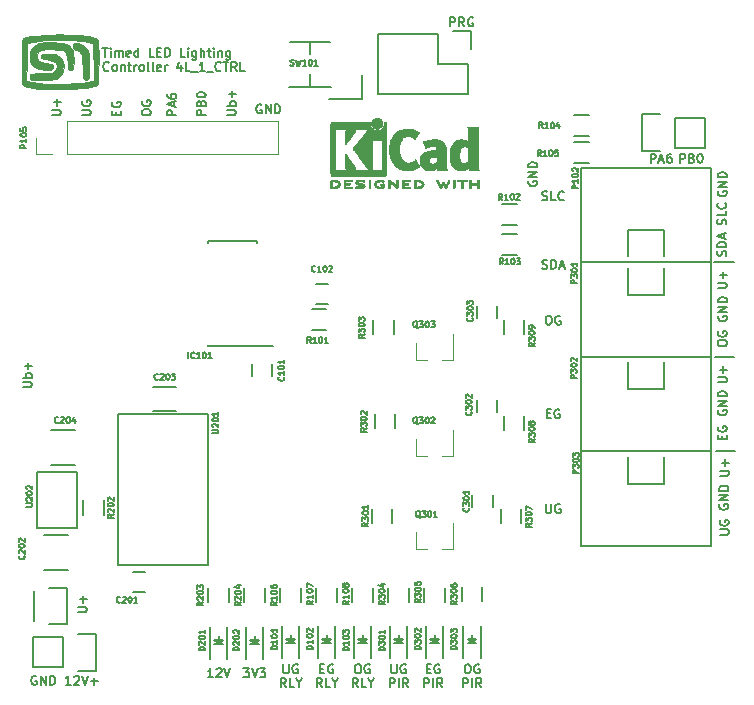
<source format=gto>
G04 #@! TF.FileFunction,Legend,Top*
%FSLAX46Y46*%
G04 Gerber Fmt 4.6, Leading zero omitted, Abs format (unit mm)*
G04 Created by KiCad (PCBNEW 4.0.2-4+6225~38~ubuntu14.04.1-stable) date Thu 05 Jan 2017 08:44:10 PM CET*
%MOMM*%
G01*
G04 APERTURE LIST*
%ADD10C,0.100000*%
%ADD11C,0.127000*%
%ADD12C,0.200000*%
%ADD13C,0.150000*%
%ADD14C,0.120000*%
%ADD15C,0.010000*%
G04 APERTURE END LIST*
D10*
D11*
X111317314Y-130272971D02*
X111934171Y-130272971D01*
X112006743Y-130236686D01*
X112043029Y-130200400D01*
X112079314Y-130127829D01*
X112079314Y-129982686D01*
X112043029Y-129910114D01*
X112006743Y-129873829D01*
X111934171Y-129837543D01*
X111317314Y-129837543D01*
X112079314Y-129474685D02*
X111317314Y-129474685D01*
X111607600Y-129474685D02*
X111571314Y-129402114D01*
X111571314Y-129256971D01*
X111607600Y-129184400D01*
X111643886Y-129148114D01*
X111716457Y-129111828D01*
X111934171Y-129111828D01*
X112006743Y-129148114D01*
X112043029Y-129184400D01*
X112079314Y-129256971D01*
X112079314Y-129402114D01*
X112043029Y-129474685D01*
X111789029Y-128785256D02*
X111789029Y-128204685D01*
X112079314Y-128494971D02*
X111498743Y-128494971D01*
X109539314Y-130272971D02*
X108777314Y-130272971D01*
X108777314Y-129982686D01*
X108813600Y-129910114D01*
X108849886Y-129873829D01*
X108922457Y-129837543D01*
X109031314Y-129837543D01*
X109103886Y-129873829D01*
X109140171Y-129910114D01*
X109176457Y-129982686D01*
X109176457Y-130272971D01*
X109140171Y-129256971D02*
X109176457Y-129148114D01*
X109212743Y-129111829D01*
X109285314Y-129075543D01*
X109394171Y-129075543D01*
X109466743Y-129111829D01*
X109503029Y-129148114D01*
X109539314Y-129220686D01*
X109539314Y-129510971D01*
X108777314Y-129510971D01*
X108777314Y-129256971D01*
X108813600Y-129184400D01*
X108849886Y-129148114D01*
X108922457Y-129111829D01*
X108995029Y-129111829D01*
X109067600Y-129148114D01*
X109103886Y-129184400D01*
X109140171Y-129256971D01*
X109140171Y-129510971D01*
X108777314Y-128603829D02*
X108777314Y-128531257D01*
X108813600Y-128458686D01*
X108849886Y-128422400D01*
X108922457Y-128386114D01*
X109067600Y-128349829D01*
X109249029Y-128349829D01*
X109394171Y-128386114D01*
X109466743Y-128422400D01*
X109503029Y-128458686D01*
X109539314Y-128531257D01*
X109539314Y-128603829D01*
X109503029Y-128676400D01*
X109466743Y-128712686D01*
X109394171Y-128748971D01*
X109249029Y-128785257D01*
X109067600Y-128785257D01*
X108922457Y-128748971D01*
X108849886Y-128712686D01*
X108813600Y-128676400D01*
X108777314Y-128603829D01*
X107024714Y-130272971D02*
X106262714Y-130272971D01*
X106262714Y-129982686D01*
X106299000Y-129910114D01*
X106335286Y-129873829D01*
X106407857Y-129837543D01*
X106516714Y-129837543D01*
X106589286Y-129873829D01*
X106625571Y-129910114D01*
X106661857Y-129982686D01*
X106661857Y-130272971D01*
X106807000Y-129547257D02*
X106807000Y-129184400D01*
X107024714Y-129619829D02*
X106262714Y-129365829D01*
X107024714Y-129111829D01*
X106262714Y-128531257D02*
X106262714Y-128676400D01*
X106299000Y-128748971D01*
X106335286Y-128785257D01*
X106444143Y-128857828D01*
X106589286Y-128894114D01*
X106879571Y-128894114D01*
X106952143Y-128857828D01*
X106988429Y-128821543D01*
X107024714Y-128748971D01*
X107024714Y-128603828D01*
X106988429Y-128531257D01*
X106952143Y-128494971D01*
X106879571Y-128458686D01*
X106698143Y-128458686D01*
X106625571Y-128494971D01*
X106589286Y-128531257D01*
X106553000Y-128603828D01*
X106553000Y-128748971D01*
X106589286Y-128821543D01*
X106625571Y-128857828D01*
X106698143Y-128894114D01*
D12*
X152603200Y-142722600D02*
X154228800Y-142722600D01*
D11*
X99049114Y-130272971D02*
X99665971Y-130272971D01*
X99738543Y-130236686D01*
X99774829Y-130200400D01*
X99811114Y-130127829D01*
X99811114Y-129982686D01*
X99774829Y-129910114D01*
X99738543Y-129873829D01*
X99665971Y-129837543D01*
X99049114Y-129837543D01*
X99085400Y-129075543D02*
X99049114Y-129148114D01*
X99049114Y-129256971D01*
X99085400Y-129365828D01*
X99157971Y-129438400D01*
X99230543Y-129474685D01*
X99375686Y-129510971D01*
X99484543Y-129510971D01*
X99629686Y-129474685D01*
X99702257Y-129438400D01*
X99774829Y-129365828D01*
X99811114Y-129256971D01*
X99811114Y-129184400D01*
X99774829Y-129075543D01*
X99738543Y-129039257D01*
X99484543Y-129039257D01*
X99484543Y-129184400D01*
X101951971Y-130272971D02*
X101951971Y-130018971D01*
X102351114Y-129910114D02*
X102351114Y-130272971D01*
X101589114Y-130272971D01*
X101589114Y-129910114D01*
X101625400Y-129184400D02*
X101589114Y-129256971D01*
X101589114Y-129365828D01*
X101625400Y-129474685D01*
X101697971Y-129547257D01*
X101770543Y-129583542D01*
X101915686Y-129619828D01*
X102024543Y-129619828D01*
X102169686Y-129583542D01*
X102242257Y-129547257D01*
X102314829Y-129474685D01*
X102351114Y-129365828D01*
X102351114Y-129293257D01*
X102314829Y-129184400D01*
X102278543Y-129148114D01*
X102024543Y-129148114D01*
X102024543Y-129293257D01*
X104129114Y-130127829D02*
X104129114Y-129982686D01*
X104165400Y-129910114D01*
X104237971Y-129837543D01*
X104383114Y-129801257D01*
X104637114Y-129801257D01*
X104782257Y-129837543D01*
X104854829Y-129910114D01*
X104891114Y-129982686D01*
X104891114Y-130127829D01*
X104854829Y-130200400D01*
X104782257Y-130272971D01*
X104637114Y-130309257D01*
X104383114Y-130309257D01*
X104237971Y-130272971D01*
X104165400Y-130200400D01*
X104129114Y-130127829D01*
X104165400Y-129075543D02*
X104129114Y-129148114D01*
X104129114Y-129256971D01*
X104165400Y-129365828D01*
X104237971Y-129438400D01*
X104310543Y-129474685D01*
X104455686Y-129510971D01*
X104564543Y-129510971D01*
X104709686Y-129474685D01*
X104782257Y-129438400D01*
X104854829Y-129365828D01*
X104891114Y-129256971D01*
X104891114Y-129184400D01*
X104854829Y-129075543D01*
X104818543Y-129039257D01*
X104564543Y-129039257D01*
X104564543Y-129184400D01*
X114245571Y-129413000D02*
X114173000Y-129376714D01*
X114064143Y-129376714D01*
X113955286Y-129413000D01*
X113882714Y-129485571D01*
X113846429Y-129558143D01*
X113810143Y-129703286D01*
X113810143Y-129812143D01*
X113846429Y-129957286D01*
X113882714Y-130029857D01*
X113955286Y-130102429D01*
X114064143Y-130138714D01*
X114136714Y-130138714D01*
X114245571Y-130102429D01*
X114281857Y-130066143D01*
X114281857Y-129812143D01*
X114136714Y-129812143D01*
X114608429Y-130138714D02*
X114608429Y-129376714D01*
X115043857Y-130138714D01*
X115043857Y-129376714D01*
X115406715Y-130138714D02*
X115406715Y-129376714D01*
X115588143Y-129376714D01*
X115697000Y-129413000D01*
X115769572Y-129485571D01*
X115805857Y-129558143D01*
X115842143Y-129703286D01*
X115842143Y-129812143D01*
X115805857Y-129957286D01*
X115769572Y-130029857D01*
X115697000Y-130102429D01*
X115588143Y-130138714D01*
X115406715Y-130138714D01*
X138030858Y-137468429D02*
X138139715Y-137504714D01*
X138321144Y-137504714D01*
X138393715Y-137468429D01*
X138430001Y-137432143D01*
X138466286Y-137359571D01*
X138466286Y-137287000D01*
X138430001Y-137214429D01*
X138393715Y-137178143D01*
X138321144Y-137141857D01*
X138176001Y-137105571D01*
X138103429Y-137069286D01*
X138067144Y-137033000D01*
X138030858Y-136960429D01*
X138030858Y-136887857D01*
X138067144Y-136815286D01*
X138103429Y-136779000D01*
X138176001Y-136742714D01*
X138357429Y-136742714D01*
X138466286Y-136779000D01*
X139155715Y-137504714D02*
X138792858Y-137504714D01*
X138792858Y-136742714D01*
X139845143Y-137432143D02*
X139808857Y-137468429D01*
X139700000Y-137504714D01*
X139627429Y-137504714D01*
X139518572Y-137468429D01*
X139446000Y-137395857D01*
X139409715Y-137323286D01*
X139373429Y-137178143D01*
X139373429Y-137069286D01*
X139409715Y-136924143D01*
X139446000Y-136851571D01*
X139518572Y-136779000D01*
X139627429Y-136742714D01*
X139700000Y-136742714D01*
X139808857Y-136779000D01*
X139845143Y-136815286D01*
X138012715Y-143259629D02*
X138121572Y-143295914D01*
X138303001Y-143295914D01*
X138375572Y-143259629D01*
X138411858Y-143223343D01*
X138448143Y-143150771D01*
X138448143Y-143078200D01*
X138411858Y-143005629D01*
X138375572Y-142969343D01*
X138303001Y-142933057D01*
X138157858Y-142896771D01*
X138085286Y-142860486D01*
X138049001Y-142824200D01*
X138012715Y-142751629D01*
X138012715Y-142679057D01*
X138049001Y-142606486D01*
X138085286Y-142570200D01*
X138157858Y-142533914D01*
X138339286Y-142533914D01*
X138448143Y-142570200D01*
X138774715Y-143295914D02*
X138774715Y-142533914D01*
X138956143Y-142533914D01*
X139065000Y-142570200D01*
X139137572Y-142642771D01*
X139173857Y-142715343D01*
X139210143Y-142860486D01*
X139210143Y-142969343D01*
X139173857Y-143114486D01*
X139137572Y-143187057D01*
X139065000Y-143259629D01*
X138956143Y-143295914D01*
X138774715Y-143295914D01*
X139500429Y-143078200D02*
X139863286Y-143078200D01*
X139427857Y-143295914D02*
X139681857Y-142533914D01*
X139935857Y-143295914D01*
X138339286Y-163209514D02*
X138339286Y-163826371D01*
X138375571Y-163898943D01*
X138411857Y-163935229D01*
X138484428Y-163971514D01*
X138629571Y-163971514D01*
X138702143Y-163935229D01*
X138738428Y-163898943D01*
X138774714Y-163826371D01*
X138774714Y-163209514D01*
X139536714Y-163245800D02*
X139464143Y-163209514D01*
X139355286Y-163209514D01*
X139246429Y-163245800D01*
X139173857Y-163318371D01*
X139137572Y-163390943D01*
X139101286Y-163536086D01*
X139101286Y-163644943D01*
X139137572Y-163790086D01*
X139173857Y-163862657D01*
X139246429Y-163935229D01*
X139355286Y-163971514D01*
X139427857Y-163971514D01*
X139536714Y-163935229D01*
X139573000Y-163898943D01*
X139573000Y-163644943D01*
X139427857Y-163644943D01*
X138393715Y-155545971D02*
X138647715Y-155545971D01*
X138756572Y-155945114D02*
X138393715Y-155945114D01*
X138393715Y-155183114D01*
X138756572Y-155183114D01*
X139482286Y-155219400D02*
X139409715Y-155183114D01*
X139300858Y-155183114D01*
X139192001Y-155219400D01*
X139119429Y-155291971D01*
X139083144Y-155364543D01*
X139046858Y-155509686D01*
X139046858Y-155618543D01*
X139083144Y-155763686D01*
X139119429Y-155836257D01*
X139192001Y-155908829D01*
X139300858Y-155945114D01*
X139373429Y-155945114D01*
X139482286Y-155908829D01*
X139518572Y-155872543D01*
X139518572Y-155618543D01*
X139373429Y-155618543D01*
X138484428Y-147258314D02*
X138629571Y-147258314D01*
X138702143Y-147294600D01*
X138774714Y-147367171D01*
X138811000Y-147512314D01*
X138811000Y-147766314D01*
X138774714Y-147911457D01*
X138702143Y-147984029D01*
X138629571Y-148020314D01*
X138484428Y-148020314D01*
X138411857Y-147984029D01*
X138339286Y-147911457D01*
X138303000Y-147766314D01*
X138303000Y-147512314D01*
X138339286Y-147367171D01*
X138411857Y-147294600D01*
X138484428Y-147258314D01*
X139536714Y-147294600D02*
X139464143Y-147258314D01*
X139355286Y-147258314D01*
X139246429Y-147294600D01*
X139173857Y-147367171D01*
X139137572Y-147439743D01*
X139101286Y-147584886D01*
X139101286Y-147693743D01*
X139137572Y-147838886D01*
X139173857Y-147911457D01*
X139246429Y-147984029D01*
X139355286Y-148020314D01*
X139427857Y-148020314D01*
X139536714Y-147984029D01*
X139573000Y-147947743D01*
X139573000Y-147693743D01*
X139427857Y-147693743D01*
X130229429Y-122772714D02*
X130229429Y-122010714D01*
X130519714Y-122010714D01*
X130592286Y-122047000D01*
X130628571Y-122083286D01*
X130664857Y-122155857D01*
X130664857Y-122264714D01*
X130628571Y-122337286D01*
X130592286Y-122373571D01*
X130519714Y-122409857D01*
X130229429Y-122409857D01*
X131426857Y-122772714D02*
X131172857Y-122409857D01*
X130991429Y-122772714D02*
X130991429Y-122010714D01*
X131281714Y-122010714D01*
X131354286Y-122047000D01*
X131390571Y-122083286D01*
X131426857Y-122155857D01*
X131426857Y-122264714D01*
X131390571Y-122337286D01*
X131354286Y-122373571D01*
X131281714Y-122409857D01*
X130991429Y-122409857D01*
X132152571Y-122047000D02*
X132080000Y-122010714D01*
X131971143Y-122010714D01*
X131862286Y-122047000D01*
X131789714Y-122119571D01*
X131753429Y-122192143D01*
X131717143Y-122337286D01*
X131717143Y-122446143D01*
X131753429Y-122591286D01*
X131789714Y-122663857D01*
X131862286Y-122736429D01*
X131971143Y-122772714D01*
X132043714Y-122772714D01*
X132152571Y-122736429D01*
X132188857Y-122700143D01*
X132188857Y-122446143D01*
X132043714Y-122446143D01*
X98682714Y-172369428D02*
X99299571Y-172369428D01*
X99372143Y-172333143D01*
X99408429Y-172296857D01*
X99444714Y-172224286D01*
X99444714Y-172079143D01*
X99408429Y-172006571D01*
X99372143Y-171970286D01*
X99299571Y-171934000D01*
X98682714Y-171934000D01*
X99154429Y-171571142D02*
X99154429Y-170990571D01*
X99444714Y-171280857D02*
X98864143Y-171280857D01*
X94022714Y-153304143D02*
X94639571Y-153304143D01*
X94712143Y-153267858D01*
X94748429Y-153231572D01*
X94784714Y-153159001D01*
X94784714Y-153013858D01*
X94748429Y-152941286D01*
X94712143Y-152905001D01*
X94639571Y-152868715D01*
X94022714Y-152868715D01*
X94784714Y-152505857D02*
X94022714Y-152505857D01*
X94313000Y-152505857D02*
X94276714Y-152433286D01*
X94276714Y-152288143D01*
X94313000Y-152215572D01*
X94349286Y-152179286D01*
X94421857Y-152143000D01*
X94639571Y-152143000D01*
X94712143Y-152179286D01*
X94748429Y-152215572D01*
X94784714Y-152288143D01*
X94784714Y-152433286D01*
X94748429Y-152505857D01*
X94494429Y-151816428D02*
X94494429Y-151235857D01*
X94784714Y-151526143D02*
X94204143Y-151526143D01*
X149678572Y-134329714D02*
X149678572Y-133567714D01*
X149968857Y-133567714D01*
X150041429Y-133604000D01*
X150077714Y-133640286D01*
X150114000Y-133712857D01*
X150114000Y-133821714D01*
X150077714Y-133894286D01*
X150041429Y-133930571D01*
X149968857Y-133966857D01*
X149678572Y-133966857D01*
X150694572Y-133930571D02*
X150803429Y-133966857D01*
X150839714Y-134003143D01*
X150876000Y-134075714D01*
X150876000Y-134184571D01*
X150839714Y-134257143D01*
X150803429Y-134293429D01*
X150730857Y-134329714D01*
X150440572Y-134329714D01*
X150440572Y-133567714D01*
X150694572Y-133567714D01*
X150767143Y-133604000D01*
X150803429Y-133640286D01*
X150839714Y-133712857D01*
X150839714Y-133785429D01*
X150803429Y-133858000D01*
X150767143Y-133894286D01*
X150694572Y-133930571D01*
X150440572Y-133930571D01*
X151347714Y-133567714D02*
X151420286Y-133567714D01*
X151492857Y-133604000D01*
X151529143Y-133640286D01*
X151565429Y-133712857D01*
X151601714Y-133858000D01*
X151601714Y-134039429D01*
X151565429Y-134184571D01*
X151529143Y-134257143D01*
X151492857Y-134293429D01*
X151420286Y-134329714D01*
X151347714Y-134329714D01*
X151275143Y-134293429D01*
X151238857Y-134257143D01*
X151202572Y-134184571D01*
X151166286Y-134039429D01*
X151166286Y-133858000D01*
X151202572Y-133712857D01*
X151238857Y-133640286D01*
X151275143Y-133604000D01*
X151347714Y-133567714D01*
X147193001Y-134329714D02*
X147193001Y-133567714D01*
X147483286Y-133567714D01*
X147555858Y-133604000D01*
X147592143Y-133640286D01*
X147628429Y-133712857D01*
X147628429Y-133821714D01*
X147592143Y-133894286D01*
X147555858Y-133930571D01*
X147483286Y-133966857D01*
X147193001Y-133966857D01*
X147918715Y-134112000D02*
X148281572Y-134112000D01*
X147846143Y-134329714D02*
X148100143Y-133567714D01*
X148354143Y-134329714D01*
X148934715Y-133567714D02*
X148789572Y-133567714D01*
X148717001Y-133604000D01*
X148680715Y-133640286D01*
X148608144Y-133749143D01*
X148571858Y-133894286D01*
X148571858Y-134184571D01*
X148608144Y-134257143D01*
X148644429Y-134293429D01*
X148717001Y-134329714D01*
X148862144Y-134329714D01*
X148934715Y-134293429D01*
X148971001Y-134257143D01*
X149007286Y-134184571D01*
X149007286Y-134003143D01*
X148971001Y-133930571D01*
X148934715Y-133894286D01*
X148862144Y-133858000D01*
X148717001Y-133858000D01*
X148644429Y-133894286D01*
X148608144Y-133930571D01*
X148571858Y-134003143D01*
X152897114Y-144910628D02*
X153513971Y-144910628D01*
X153586543Y-144874343D01*
X153622829Y-144838057D01*
X153659114Y-144765486D01*
X153659114Y-144620343D01*
X153622829Y-144547771D01*
X153586543Y-144511486D01*
X153513971Y-144475200D01*
X152897114Y-144475200D01*
X153368829Y-144112342D02*
X153368829Y-143531771D01*
X153659114Y-143822057D02*
X153078543Y-143822057D01*
D12*
X152654000Y-150774400D02*
X154279600Y-150774400D01*
X152755600Y-158750000D02*
X154381200Y-158750000D01*
D11*
X136880600Y-135860972D02*
X136844314Y-135933543D01*
X136844314Y-136042400D01*
X136880600Y-136151257D01*
X136953171Y-136223829D01*
X137025743Y-136260114D01*
X137170886Y-136296400D01*
X137279743Y-136296400D01*
X137424886Y-136260114D01*
X137497457Y-136223829D01*
X137570029Y-136151257D01*
X137606314Y-136042400D01*
X137606314Y-135969829D01*
X137570029Y-135860972D01*
X137533743Y-135824686D01*
X137279743Y-135824686D01*
X137279743Y-135969829D01*
X137606314Y-135498114D02*
X136844314Y-135498114D01*
X137606314Y-135062686D01*
X136844314Y-135062686D01*
X137606314Y-134699828D02*
X136844314Y-134699828D01*
X136844314Y-134518400D01*
X136880600Y-134409543D01*
X136953171Y-134336971D01*
X137025743Y-134300686D01*
X137170886Y-134264400D01*
X137279743Y-134264400D01*
X137424886Y-134300686D01*
X137497457Y-134336971D01*
X137570029Y-134409543D01*
X137606314Y-134518400D01*
X137606314Y-134699828D01*
X153049514Y-165800314D02*
X153666371Y-165800314D01*
X153738943Y-165764029D01*
X153775229Y-165727743D01*
X153811514Y-165655172D01*
X153811514Y-165510029D01*
X153775229Y-165437457D01*
X153738943Y-165401172D01*
X153666371Y-165364886D01*
X153049514Y-165364886D01*
X153085800Y-164602886D02*
X153049514Y-164675457D01*
X153049514Y-164784314D01*
X153085800Y-164893171D01*
X153158371Y-164965743D01*
X153230943Y-165002028D01*
X153376086Y-165038314D01*
X153484943Y-165038314D01*
X153630086Y-165002028D01*
X153702657Y-164965743D01*
X153775229Y-164893171D01*
X153811514Y-164784314D01*
X153811514Y-164711743D01*
X153775229Y-164602886D01*
X153738943Y-164566600D01*
X153484943Y-164566600D01*
X153484943Y-164711743D01*
X153049514Y-160811028D02*
X153666371Y-160811028D01*
X153738943Y-160774743D01*
X153775229Y-160738457D01*
X153811514Y-160665886D01*
X153811514Y-160520743D01*
X153775229Y-160448171D01*
X153738943Y-160411886D01*
X153666371Y-160375600D01*
X153049514Y-160375600D01*
X153521229Y-160012742D02*
X153521229Y-159432171D01*
X153811514Y-159722457D02*
X153230943Y-159722457D01*
X153035000Y-163242172D02*
X152998714Y-163314743D01*
X152998714Y-163423600D01*
X153035000Y-163532457D01*
X153107571Y-163605029D01*
X153180143Y-163641314D01*
X153325286Y-163677600D01*
X153434143Y-163677600D01*
X153579286Y-163641314D01*
X153651857Y-163605029D01*
X153724429Y-163532457D01*
X153760714Y-163423600D01*
X153760714Y-163351029D01*
X153724429Y-163242172D01*
X153688143Y-163205886D01*
X153434143Y-163205886D01*
X153434143Y-163351029D01*
X153760714Y-162879314D02*
X152998714Y-162879314D01*
X153760714Y-162443886D01*
X152998714Y-162443886D01*
X153760714Y-162081028D02*
X152998714Y-162081028D01*
X152998714Y-161899600D01*
X153035000Y-161790743D01*
X153107571Y-161718171D01*
X153180143Y-161681886D01*
X153325286Y-161645600D01*
X153434143Y-161645600D01*
X153579286Y-161681886D01*
X153651857Y-161718171D01*
X153724429Y-161790743D01*
X153760714Y-161899600D01*
X153760714Y-162081028D01*
X153259971Y-157744885D02*
X153259971Y-157490885D01*
X153659114Y-157382028D02*
X153659114Y-157744885D01*
X152897114Y-157744885D01*
X152897114Y-157382028D01*
X152933400Y-156656314D02*
X152897114Y-156728885D01*
X152897114Y-156837742D01*
X152933400Y-156946599D01*
X153005971Y-157019171D01*
X153078543Y-157055456D01*
X153223686Y-157091742D01*
X153332543Y-157091742D01*
X153477686Y-157055456D01*
X153550257Y-157019171D01*
X153622829Y-156946599D01*
X153659114Y-156837742D01*
X153659114Y-156765171D01*
X153622829Y-156656314D01*
X153586543Y-156620028D01*
X153332543Y-156620028D01*
X153332543Y-156765171D01*
X152933400Y-155266572D02*
X152897114Y-155339143D01*
X152897114Y-155448000D01*
X152933400Y-155556857D01*
X153005971Y-155629429D01*
X153078543Y-155665714D01*
X153223686Y-155702000D01*
X153332543Y-155702000D01*
X153477686Y-155665714D01*
X153550257Y-155629429D01*
X153622829Y-155556857D01*
X153659114Y-155448000D01*
X153659114Y-155375429D01*
X153622829Y-155266572D01*
X153586543Y-155230286D01*
X153332543Y-155230286D01*
X153332543Y-155375429D01*
X153659114Y-154903714D02*
X152897114Y-154903714D01*
X153659114Y-154468286D01*
X152897114Y-154468286D01*
X153659114Y-154105428D02*
X152897114Y-154105428D01*
X152897114Y-153924000D01*
X152933400Y-153815143D01*
X153005971Y-153742571D01*
X153078543Y-153706286D01*
X153223686Y-153670000D01*
X153332543Y-153670000D01*
X153477686Y-153706286D01*
X153550257Y-153742571D01*
X153622829Y-153815143D01*
X153659114Y-153924000D01*
X153659114Y-154105428D01*
X152897114Y-152911628D02*
X153513971Y-152911628D01*
X153586543Y-152875343D01*
X153622829Y-152839057D01*
X153659114Y-152766486D01*
X153659114Y-152621343D01*
X153622829Y-152548771D01*
X153586543Y-152512486D01*
X153513971Y-152476200D01*
X152897114Y-152476200D01*
X153368829Y-152113342D02*
X153368829Y-151532771D01*
X153659114Y-151823057D02*
X153078543Y-151823057D01*
X152897114Y-149653172D02*
X152897114Y-149508029D01*
X152933400Y-149435457D01*
X153005971Y-149362886D01*
X153151114Y-149326600D01*
X153405114Y-149326600D01*
X153550257Y-149362886D01*
X153622829Y-149435457D01*
X153659114Y-149508029D01*
X153659114Y-149653172D01*
X153622829Y-149725743D01*
X153550257Y-149798314D01*
X153405114Y-149834600D01*
X153151114Y-149834600D01*
X153005971Y-149798314D01*
X152933400Y-149725743D01*
X152897114Y-149653172D01*
X152933400Y-148600886D02*
X152897114Y-148673457D01*
X152897114Y-148782314D01*
X152933400Y-148891171D01*
X153005971Y-148963743D01*
X153078543Y-149000028D01*
X153223686Y-149036314D01*
X153332543Y-149036314D01*
X153477686Y-149000028D01*
X153550257Y-148963743D01*
X153622829Y-148891171D01*
X153659114Y-148782314D01*
X153659114Y-148709743D01*
X153622829Y-148600886D01*
X153586543Y-148564600D01*
X153332543Y-148564600D01*
X153332543Y-148709743D01*
X153572029Y-142200085D02*
X153608314Y-142091228D01*
X153608314Y-141909799D01*
X153572029Y-141837228D01*
X153535743Y-141800942D01*
X153463171Y-141764657D01*
X153390600Y-141764657D01*
X153318029Y-141800942D01*
X153281743Y-141837228D01*
X153245457Y-141909799D01*
X153209171Y-142054942D01*
X153172886Y-142127514D01*
X153136600Y-142163799D01*
X153064029Y-142200085D01*
X152991457Y-142200085D01*
X152918886Y-142163799D01*
X152882600Y-142127514D01*
X152846314Y-142054942D01*
X152846314Y-141873514D01*
X152882600Y-141764657D01*
X153608314Y-141438085D02*
X152846314Y-141438085D01*
X152846314Y-141256657D01*
X152882600Y-141147800D01*
X152955171Y-141075228D01*
X153027743Y-141038943D01*
X153172886Y-141002657D01*
X153281743Y-141002657D01*
X153426886Y-141038943D01*
X153499457Y-141075228D01*
X153572029Y-141147800D01*
X153608314Y-141256657D01*
X153608314Y-141438085D01*
X153390600Y-140712371D02*
X153390600Y-140349514D01*
X153608314Y-140784943D02*
X152846314Y-140530943D01*
X153608314Y-140276943D01*
X153572029Y-139540342D02*
X153608314Y-139431485D01*
X153608314Y-139250056D01*
X153572029Y-139177485D01*
X153535743Y-139141199D01*
X153463171Y-139104914D01*
X153390600Y-139104914D01*
X153318029Y-139141199D01*
X153281743Y-139177485D01*
X153245457Y-139250056D01*
X153209171Y-139395199D01*
X153172886Y-139467771D01*
X153136600Y-139504056D01*
X153064029Y-139540342D01*
X152991457Y-139540342D01*
X152918886Y-139504056D01*
X152882600Y-139467771D01*
X152846314Y-139395199D01*
X152846314Y-139213771D01*
X152882600Y-139104914D01*
X153608314Y-138415485D02*
X153608314Y-138778342D01*
X152846314Y-138778342D01*
X153535743Y-137726057D02*
X153572029Y-137762343D01*
X153608314Y-137871200D01*
X153608314Y-137943771D01*
X153572029Y-138052628D01*
X153499457Y-138125200D01*
X153426886Y-138161485D01*
X153281743Y-138197771D01*
X153172886Y-138197771D01*
X153027743Y-138161485D01*
X152955171Y-138125200D01*
X152882600Y-138052628D01*
X152846314Y-137943771D01*
X152846314Y-137871200D01*
X152882600Y-137762343D01*
X152918886Y-137726057D01*
X152933400Y-136724572D02*
X152897114Y-136797143D01*
X152897114Y-136906000D01*
X152933400Y-137014857D01*
X153005971Y-137087429D01*
X153078543Y-137123714D01*
X153223686Y-137160000D01*
X153332543Y-137160000D01*
X153477686Y-137123714D01*
X153550257Y-137087429D01*
X153622829Y-137014857D01*
X153659114Y-136906000D01*
X153659114Y-136833429D01*
X153622829Y-136724572D01*
X153586543Y-136688286D01*
X153332543Y-136688286D01*
X153332543Y-136833429D01*
X153659114Y-136361714D02*
X152897114Y-136361714D01*
X153659114Y-135926286D01*
X152897114Y-135926286D01*
X153659114Y-135563428D02*
X152897114Y-135563428D01*
X152897114Y-135382000D01*
X152933400Y-135273143D01*
X153005971Y-135200571D01*
X153078543Y-135164286D01*
X153223686Y-135128000D01*
X153332543Y-135128000D01*
X153477686Y-135164286D01*
X153550257Y-135200571D01*
X153622829Y-135273143D01*
X153659114Y-135382000D01*
X153659114Y-135563428D01*
X152958800Y-147290972D02*
X152922514Y-147363543D01*
X152922514Y-147472400D01*
X152958800Y-147581257D01*
X153031371Y-147653829D01*
X153103943Y-147690114D01*
X153249086Y-147726400D01*
X153357943Y-147726400D01*
X153503086Y-147690114D01*
X153575657Y-147653829D01*
X153648229Y-147581257D01*
X153684514Y-147472400D01*
X153684514Y-147399829D01*
X153648229Y-147290972D01*
X153611943Y-147254686D01*
X153357943Y-147254686D01*
X153357943Y-147399829D01*
X153684514Y-146928114D02*
X152922514Y-146928114D01*
X153684514Y-146492686D01*
X152922514Y-146492686D01*
X153684514Y-146129828D02*
X152922514Y-146129828D01*
X152922514Y-145948400D01*
X152958800Y-145839543D01*
X153031371Y-145766971D01*
X153103943Y-145730686D01*
X153249086Y-145694400D01*
X153357943Y-145694400D01*
X153503086Y-145730686D01*
X153575657Y-145766971D01*
X153648229Y-145839543D01*
X153684514Y-145948400D01*
X153684514Y-146129828D01*
X131626428Y-176785814D02*
X131771571Y-176785814D01*
X131844143Y-176822100D01*
X131916714Y-176894671D01*
X131953000Y-177039814D01*
X131953000Y-177293814D01*
X131916714Y-177438957D01*
X131844143Y-177511529D01*
X131771571Y-177547814D01*
X131626428Y-177547814D01*
X131553857Y-177511529D01*
X131481286Y-177438957D01*
X131445000Y-177293814D01*
X131445000Y-177039814D01*
X131481286Y-176894671D01*
X131553857Y-176822100D01*
X131626428Y-176785814D01*
X132678714Y-176822100D02*
X132606143Y-176785814D01*
X132497286Y-176785814D01*
X132388429Y-176822100D01*
X132315857Y-176894671D01*
X132279572Y-176967243D01*
X132243286Y-177112386D01*
X132243286Y-177221243D01*
X132279572Y-177366386D01*
X132315857Y-177438957D01*
X132388429Y-177511529D01*
X132497286Y-177547814D01*
X132569857Y-177547814D01*
X132678714Y-177511529D01*
X132715000Y-177475243D01*
X132715000Y-177221243D01*
X132569857Y-177221243D01*
X131318001Y-178741614D02*
X131318001Y-177979614D01*
X131608286Y-177979614D01*
X131680858Y-178015900D01*
X131717143Y-178052186D01*
X131753429Y-178124757D01*
X131753429Y-178233614D01*
X131717143Y-178306186D01*
X131680858Y-178342471D01*
X131608286Y-178378757D01*
X131318001Y-178378757D01*
X132080001Y-178741614D02*
X132080001Y-177979614D01*
X132878286Y-178741614D02*
X132624286Y-178378757D01*
X132442858Y-178741614D02*
X132442858Y-177979614D01*
X132733143Y-177979614D01*
X132805715Y-178015900D01*
X132842000Y-178052186D01*
X132878286Y-178124757D01*
X132878286Y-178233614D01*
X132842000Y-178306186D01*
X132805715Y-178342471D01*
X132733143Y-178378757D01*
X132442858Y-178378757D01*
X128233715Y-177148671D02*
X128487715Y-177148671D01*
X128596572Y-177547814D02*
X128233715Y-177547814D01*
X128233715Y-176785814D01*
X128596572Y-176785814D01*
X129322286Y-176822100D02*
X129249715Y-176785814D01*
X129140858Y-176785814D01*
X129032001Y-176822100D01*
X128959429Y-176894671D01*
X128923144Y-176967243D01*
X128886858Y-177112386D01*
X128886858Y-177221243D01*
X128923144Y-177366386D01*
X128959429Y-177438957D01*
X129032001Y-177511529D01*
X129140858Y-177547814D01*
X129213429Y-177547814D01*
X129322286Y-177511529D01*
X129358572Y-177475243D01*
X129358572Y-177221243D01*
X129213429Y-177221243D01*
X128016001Y-178741614D02*
X128016001Y-177979614D01*
X128306286Y-177979614D01*
X128378858Y-178015900D01*
X128415143Y-178052186D01*
X128451429Y-178124757D01*
X128451429Y-178233614D01*
X128415143Y-178306186D01*
X128378858Y-178342471D01*
X128306286Y-178378757D01*
X128016001Y-178378757D01*
X128778001Y-178741614D02*
X128778001Y-177979614D01*
X129576286Y-178741614D02*
X129322286Y-178378757D01*
X129140858Y-178741614D02*
X129140858Y-177979614D01*
X129431143Y-177979614D01*
X129503715Y-178015900D01*
X129540000Y-178052186D01*
X129576286Y-178124757D01*
X129576286Y-178233614D01*
X129540000Y-178306186D01*
X129503715Y-178342471D01*
X129431143Y-178378757D01*
X129140858Y-178378757D01*
X125258286Y-176785814D02*
X125258286Y-177402671D01*
X125294571Y-177475243D01*
X125330857Y-177511529D01*
X125403428Y-177547814D01*
X125548571Y-177547814D01*
X125621143Y-177511529D01*
X125657428Y-177475243D01*
X125693714Y-177402671D01*
X125693714Y-176785814D01*
X126455714Y-176822100D02*
X126383143Y-176785814D01*
X126274286Y-176785814D01*
X126165429Y-176822100D01*
X126092857Y-176894671D01*
X126056572Y-176967243D01*
X126020286Y-177112386D01*
X126020286Y-177221243D01*
X126056572Y-177366386D01*
X126092857Y-177438957D01*
X126165429Y-177511529D01*
X126274286Y-177547814D01*
X126346857Y-177547814D01*
X126455714Y-177511529D01*
X126492000Y-177475243D01*
X126492000Y-177221243D01*
X126346857Y-177221243D01*
X125095001Y-178741614D02*
X125095001Y-177979614D01*
X125385286Y-177979614D01*
X125457858Y-178015900D01*
X125494143Y-178052186D01*
X125530429Y-178124757D01*
X125530429Y-178233614D01*
X125494143Y-178306186D01*
X125457858Y-178342471D01*
X125385286Y-178378757D01*
X125095001Y-178378757D01*
X125857001Y-178741614D02*
X125857001Y-177979614D01*
X126655286Y-178741614D02*
X126401286Y-178378757D01*
X126219858Y-178741614D02*
X126219858Y-177979614D01*
X126510143Y-177979614D01*
X126582715Y-178015900D01*
X126619000Y-178052186D01*
X126655286Y-178124757D01*
X126655286Y-178233614D01*
X126619000Y-178306186D01*
X126582715Y-178342471D01*
X126510143Y-178378757D01*
X126219858Y-178378757D01*
X122355428Y-176785814D02*
X122500571Y-176785814D01*
X122573143Y-176822100D01*
X122645714Y-176894671D01*
X122682000Y-177039814D01*
X122682000Y-177293814D01*
X122645714Y-177438957D01*
X122573143Y-177511529D01*
X122500571Y-177547814D01*
X122355428Y-177547814D01*
X122282857Y-177511529D01*
X122210286Y-177438957D01*
X122174000Y-177293814D01*
X122174000Y-177039814D01*
X122210286Y-176894671D01*
X122282857Y-176822100D01*
X122355428Y-176785814D01*
X123407714Y-176822100D02*
X123335143Y-176785814D01*
X123226286Y-176785814D01*
X123117429Y-176822100D01*
X123044857Y-176894671D01*
X123008572Y-176967243D01*
X122972286Y-177112386D01*
X122972286Y-177221243D01*
X123008572Y-177366386D01*
X123044857Y-177438957D01*
X123117429Y-177511529D01*
X123226286Y-177547814D01*
X123298857Y-177547814D01*
X123407714Y-177511529D01*
X123444000Y-177475243D01*
X123444000Y-177221243D01*
X123298857Y-177221243D01*
X122409857Y-178741614D02*
X122155857Y-178378757D01*
X121974429Y-178741614D02*
X121974429Y-177979614D01*
X122264714Y-177979614D01*
X122337286Y-178015900D01*
X122373571Y-178052186D01*
X122409857Y-178124757D01*
X122409857Y-178233614D01*
X122373571Y-178306186D01*
X122337286Y-178342471D01*
X122264714Y-178378757D01*
X121974429Y-178378757D01*
X123099286Y-178741614D02*
X122736429Y-178741614D01*
X122736429Y-177979614D01*
X123498428Y-178378757D02*
X123498428Y-178741614D01*
X123244428Y-177979614D02*
X123498428Y-178378757D01*
X123752428Y-177979614D01*
X119216715Y-177148671D02*
X119470715Y-177148671D01*
X119579572Y-177547814D02*
X119216715Y-177547814D01*
X119216715Y-176785814D01*
X119579572Y-176785814D01*
X120305286Y-176822100D02*
X120232715Y-176785814D01*
X120123858Y-176785814D01*
X120015001Y-176822100D01*
X119942429Y-176894671D01*
X119906144Y-176967243D01*
X119869858Y-177112386D01*
X119869858Y-177221243D01*
X119906144Y-177366386D01*
X119942429Y-177438957D01*
X120015001Y-177511529D01*
X120123858Y-177547814D01*
X120196429Y-177547814D01*
X120305286Y-177511529D01*
X120341572Y-177475243D01*
X120341572Y-177221243D01*
X120196429Y-177221243D01*
X119361857Y-178741614D02*
X119107857Y-178378757D01*
X118926429Y-178741614D02*
X118926429Y-177979614D01*
X119216714Y-177979614D01*
X119289286Y-178015900D01*
X119325571Y-178052186D01*
X119361857Y-178124757D01*
X119361857Y-178233614D01*
X119325571Y-178306186D01*
X119289286Y-178342471D01*
X119216714Y-178378757D01*
X118926429Y-178378757D01*
X120051286Y-178741614D02*
X119688429Y-178741614D01*
X119688429Y-177979614D01*
X120450428Y-178378757D02*
X120450428Y-178741614D01*
X120196428Y-177979614D02*
X120450428Y-178378757D01*
X120704428Y-177979614D01*
X116114286Y-176785814D02*
X116114286Y-177402671D01*
X116150571Y-177475243D01*
X116186857Y-177511529D01*
X116259428Y-177547814D01*
X116404571Y-177547814D01*
X116477143Y-177511529D01*
X116513428Y-177475243D01*
X116549714Y-177402671D01*
X116549714Y-176785814D01*
X117311714Y-176822100D02*
X117239143Y-176785814D01*
X117130286Y-176785814D01*
X117021429Y-176822100D01*
X116948857Y-176894671D01*
X116912572Y-176967243D01*
X116876286Y-177112386D01*
X116876286Y-177221243D01*
X116912572Y-177366386D01*
X116948857Y-177438957D01*
X117021429Y-177511529D01*
X117130286Y-177547814D01*
X117202857Y-177547814D01*
X117311714Y-177511529D01*
X117348000Y-177475243D01*
X117348000Y-177221243D01*
X117202857Y-177221243D01*
X116313857Y-178741614D02*
X116059857Y-178378757D01*
X115878429Y-178741614D02*
X115878429Y-177979614D01*
X116168714Y-177979614D01*
X116241286Y-178015900D01*
X116277571Y-178052186D01*
X116313857Y-178124757D01*
X116313857Y-178233614D01*
X116277571Y-178306186D01*
X116241286Y-178342471D01*
X116168714Y-178378757D01*
X115878429Y-178378757D01*
X117003286Y-178741614D02*
X116640429Y-178741614D01*
X116640429Y-177979614D01*
X117402428Y-178378757D02*
X117402428Y-178741614D01*
X117148428Y-177979614D02*
X117402428Y-178378757D01*
X117656428Y-177979614D01*
X112721572Y-177128714D02*
X113193286Y-177128714D01*
X112939286Y-177419000D01*
X113048144Y-177419000D01*
X113120715Y-177455286D01*
X113157001Y-177491571D01*
X113193286Y-177564143D01*
X113193286Y-177745571D01*
X113157001Y-177818143D01*
X113120715Y-177854429D01*
X113048144Y-177890714D01*
X112830429Y-177890714D01*
X112757858Y-177854429D01*
X112721572Y-177818143D01*
X113411000Y-177128714D02*
X113665000Y-177890714D01*
X113919000Y-177128714D01*
X114100429Y-177128714D02*
X114572143Y-177128714D01*
X114318143Y-177419000D01*
X114427001Y-177419000D01*
X114499572Y-177455286D01*
X114535858Y-177491571D01*
X114572143Y-177564143D01*
X114572143Y-177745571D01*
X114535858Y-177818143D01*
X114499572Y-177854429D01*
X114427001Y-177890714D01*
X114209286Y-177890714D01*
X114136715Y-177854429D01*
X114100429Y-177818143D01*
X110145286Y-177890714D02*
X109709858Y-177890714D01*
X109927572Y-177890714D02*
X109927572Y-177128714D01*
X109855001Y-177237571D01*
X109782429Y-177310143D01*
X109709858Y-177346429D01*
X110435572Y-177201286D02*
X110471858Y-177165000D01*
X110544429Y-177128714D01*
X110725858Y-177128714D01*
X110798429Y-177165000D01*
X110834715Y-177201286D01*
X110871000Y-177273857D01*
X110871000Y-177346429D01*
X110834715Y-177455286D01*
X110399286Y-177890714D01*
X110871000Y-177890714D01*
X111088714Y-177128714D02*
X111342714Y-177890714D01*
X111596714Y-177128714D01*
X100783571Y-124588814D02*
X101219000Y-124588814D01*
X101001286Y-125350814D02*
X101001286Y-124588814D01*
X101473000Y-125350814D02*
X101473000Y-124842814D01*
X101473000Y-124588814D02*
X101436714Y-124625100D01*
X101473000Y-124661386D01*
X101509285Y-124625100D01*
X101473000Y-124588814D01*
X101473000Y-124661386D01*
X101835857Y-125350814D02*
X101835857Y-124842814D01*
X101835857Y-124915386D02*
X101872142Y-124879100D01*
X101944714Y-124842814D01*
X102053571Y-124842814D01*
X102126142Y-124879100D01*
X102162428Y-124951671D01*
X102162428Y-125350814D01*
X102162428Y-124951671D02*
X102198714Y-124879100D01*
X102271285Y-124842814D01*
X102380142Y-124842814D01*
X102452714Y-124879100D01*
X102488999Y-124951671D01*
X102488999Y-125350814D01*
X103142142Y-125314529D02*
X103069571Y-125350814D01*
X102924428Y-125350814D01*
X102851857Y-125314529D01*
X102815571Y-125241957D01*
X102815571Y-124951671D01*
X102851857Y-124879100D01*
X102924428Y-124842814D01*
X103069571Y-124842814D01*
X103142142Y-124879100D01*
X103178428Y-124951671D01*
X103178428Y-125024243D01*
X102815571Y-125096814D01*
X103831571Y-125350814D02*
X103831571Y-124588814D01*
X103831571Y-125314529D02*
X103759000Y-125350814D01*
X103613857Y-125350814D01*
X103541285Y-125314529D01*
X103505000Y-125278243D01*
X103468714Y-125205671D01*
X103468714Y-124987957D01*
X103505000Y-124915386D01*
X103541285Y-124879100D01*
X103613857Y-124842814D01*
X103759000Y-124842814D01*
X103831571Y-124879100D01*
X105137857Y-125350814D02*
X104775000Y-125350814D01*
X104775000Y-124588814D01*
X105391857Y-124951671D02*
X105645857Y-124951671D01*
X105754714Y-125350814D02*
X105391857Y-125350814D01*
X105391857Y-124588814D01*
X105754714Y-124588814D01*
X106081286Y-125350814D02*
X106081286Y-124588814D01*
X106262714Y-124588814D01*
X106371571Y-124625100D01*
X106444143Y-124697671D01*
X106480428Y-124770243D01*
X106516714Y-124915386D01*
X106516714Y-125024243D01*
X106480428Y-125169386D01*
X106444143Y-125241957D01*
X106371571Y-125314529D01*
X106262714Y-125350814D01*
X106081286Y-125350814D01*
X107786714Y-125350814D02*
X107423857Y-125350814D01*
X107423857Y-124588814D01*
X108040714Y-125350814D02*
X108040714Y-124842814D01*
X108040714Y-124588814D02*
X108004428Y-124625100D01*
X108040714Y-124661386D01*
X108076999Y-124625100D01*
X108040714Y-124588814D01*
X108040714Y-124661386D01*
X108730142Y-124842814D02*
X108730142Y-125459671D01*
X108693856Y-125532243D01*
X108657571Y-125568529D01*
X108584999Y-125604814D01*
X108476142Y-125604814D01*
X108403571Y-125568529D01*
X108730142Y-125314529D02*
X108657571Y-125350814D01*
X108512428Y-125350814D01*
X108439856Y-125314529D01*
X108403571Y-125278243D01*
X108367285Y-125205671D01*
X108367285Y-124987957D01*
X108403571Y-124915386D01*
X108439856Y-124879100D01*
X108512428Y-124842814D01*
X108657571Y-124842814D01*
X108730142Y-124879100D01*
X109093000Y-125350814D02*
X109093000Y-124588814D01*
X109419571Y-125350814D02*
X109419571Y-124951671D01*
X109383285Y-124879100D01*
X109310714Y-124842814D01*
X109201857Y-124842814D01*
X109129285Y-124879100D01*
X109093000Y-124915386D01*
X109673571Y-124842814D02*
X109963857Y-124842814D01*
X109782429Y-124588814D02*
X109782429Y-125241957D01*
X109818714Y-125314529D01*
X109891286Y-125350814D01*
X109963857Y-125350814D01*
X110217858Y-125350814D02*
X110217858Y-124842814D01*
X110217858Y-124588814D02*
X110181572Y-124625100D01*
X110217858Y-124661386D01*
X110254143Y-124625100D01*
X110217858Y-124588814D01*
X110217858Y-124661386D01*
X110580715Y-124842814D02*
X110580715Y-125350814D01*
X110580715Y-124915386D02*
X110617000Y-124879100D01*
X110689572Y-124842814D01*
X110798429Y-124842814D01*
X110871000Y-124879100D01*
X110907286Y-124951671D01*
X110907286Y-125350814D01*
X111596715Y-124842814D02*
X111596715Y-125459671D01*
X111560429Y-125532243D01*
X111524144Y-125568529D01*
X111451572Y-125604814D01*
X111342715Y-125604814D01*
X111270144Y-125568529D01*
X111596715Y-125314529D02*
X111524144Y-125350814D01*
X111379001Y-125350814D01*
X111306429Y-125314529D01*
X111270144Y-125278243D01*
X111233858Y-125205671D01*
X111233858Y-124987957D01*
X111270144Y-124915386D01*
X111306429Y-124879100D01*
X111379001Y-124842814D01*
X111524144Y-124842814D01*
X111596715Y-124879100D01*
X101327857Y-126472043D02*
X101291571Y-126508329D01*
X101182714Y-126544614D01*
X101110143Y-126544614D01*
X101001286Y-126508329D01*
X100928714Y-126435757D01*
X100892429Y-126363186D01*
X100856143Y-126218043D01*
X100856143Y-126109186D01*
X100892429Y-125964043D01*
X100928714Y-125891471D01*
X101001286Y-125818900D01*
X101110143Y-125782614D01*
X101182714Y-125782614D01*
X101291571Y-125818900D01*
X101327857Y-125855186D01*
X101763286Y-126544614D02*
X101690714Y-126508329D01*
X101654429Y-126472043D01*
X101618143Y-126399471D01*
X101618143Y-126181757D01*
X101654429Y-126109186D01*
X101690714Y-126072900D01*
X101763286Y-126036614D01*
X101872143Y-126036614D01*
X101944714Y-126072900D01*
X101981000Y-126109186D01*
X102017286Y-126181757D01*
X102017286Y-126399471D01*
X101981000Y-126472043D01*
X101944714Y-126508329D01*
X101872143Y-126544614D01*
X101763286Y-126544614D01*
X102343858Y-126036614D02*
X102343858Y-126544614D01*
X102343858Y-126109186D02*
X102380143Y-126072900D01*
X102452715Y-126036614D01*
X102561572Y-126036614D01*
X102634143Y-126072900D01*
X102670429Y-126145471D01*
X102670429Y-126544614D01*
X102924429Y-126036614D02*
X103214715Y-126036614D01*
X103033287Y-125782614D02*
X103033287Y-126435757D01*
X103069572Y-126508329D01*
X103142144Y-126544614D01*
X103214715Y-126544614D01*
X103468716Y-126544614D02*
X103468716Y-126036614D01*
X103468716Y-126181757D02*
X103505001Y-126109186D01*
X103541287Y-126072900D01*
X103613858Y-126036614D01*
X103686430Y-126036614D01*
X104049287Y-126544614D02*
X103976715Y-126508329D01*
X103940430Y-126472043D01*
X103904144Y-126399471D01*
X103904144Y-126181757D01*
X103940430Y-126109186D01*
X103976715Y-126072900D01*
X104049287Y-126036614D01*
X104158144Y-126036614D01*
X104230715Y-126072900D01*
X104267001Y-126109186D01*
X104303287Y-126181757D01*
X104303287Y-126399471D01*
X104267001Y-126472043D01*
X104230715Y-126508329D01*
X104158144Y-126544614D01*
X104049287Y-126544614D01*
X104738716Y-126544614D02*
X104666144Y-126508329D01*
X104629859Y-126435757D01*
X104629859Y-125782614D01*
X105137859Y-126544614D02*
X105065287Y-126508329D01*
X105029002Y-126435757D01*
X105029002Y-125782614D01*
X105718430Y-126508329D02*
X105645859Y-126544614D01*
X105500716Y-126544614D01*
X105428145Y-126508329D01*
X105391859Y-126435757D01*
X105391859Y-126145471D01*
X105428145Y-126072900D01*
X105500716Y-126036614D01*
X105645859Y-126036614D01*
X105718430Y-126072900D01*
X105754716Y-126145471D01*
X105754716Y-126218043D01*
X105391859Y-126290614D01*
X106081288Y-126544614D02*
X106081288Y-126036614D01*
X106081288Y-126181757D02*
X106117573Y-126109186D01*
X106153859Y-126072900D01*
X106226430Y-126036614D01*
X106299002Y-126036614D01*
X107460144Y-126036614D02*
X107460144Y-126544614D01*
X107278715Y-125746329D02*
X107097287Y-126290614D01*
X107569001Y-126290614D01*
X108222144Y-126544614D02*
X107859287Y-126544614D01*
X107859287Y-125782614D01*
X108294715Y-126617186D02*
X108875286Y-126617186D01*
X109455857Y-126544614D02*
X109020429Y-126544614D01*
X109238143Y-126544614D02*
X109238143Y-125782614D01*
X109165572Y-125891471D01*
X109093000Y-125964043D01*
X109020429Y-126000329D01*
X109601000Y-126617186D02*
X110181571Y-126617186D01*
X110798428Y-126472043D02*
X110762142Y-126508329D01*
X110653285Y-126544614D01*
X110580714Y-126544614D01*
X110471857Y-126508329D01*
X110399285Y-126435757D01*
X110363000Y-126363186D01*
X110326714Y-126218043D01*
X110326714Y-126109186D01*
X110363000Y-125964043D01*
X110399285Y-125891471D01*
X110471857Y-125818900D01*
X110580714Y-125782614D01*
X110653285Y-125782614D01*
X110762142Y-125818900D01*
X110798428Y-125855186D01*
X111016142Y-125782614D02*
X111451571Y-125782614D01*
X111233857Y-126544614D02*
X111233857Y-125782614D01*
X112140999Y-126544614D02*
X111886999Y-126181757D01*
X111705571Y-126544614D02*
X111705571Y-125782614D01*
X111995856Y-125782614D01*
X112068428Y-125818900D01*
X112104713Y-125855186D01*
X112140999Y-125927757D01*
X112140999Y-126036614D01*
X112104713Y-126109186D01*
X112068428Y-126145471D01*
X111995856Y-126181757D01*
X111705571Y-126181757D01*
X112830428Y-126544614D02*
X112467571Y-126544614D01*
X112467571Y-125782614D01*
X96509114Y-130272971D02*
X97125971Y-130272971D01*
X97198543Y-130236686D01*
X97234829Y-130200400D01*
X97271114Y-130127829D01*
X97271114Y-129982686D01*
X97234829Y-129910114D01*
X97198543Y-129873829D01*
X97125971Y-129837543D01*
X96509114Y-129837543D01*
X96980829Y-129474685D02*
X96980829Y-128894114D01*
X97271114Y-129184400D02*
X96690543Y-129184400D01*
X95195571Y-177800000D02*
X95123000Y-177763714D01*
X95014143Y-177763714D01*
X94905286Y-177800000D01*
X94832714Y-177872571D01*
X94796429Y-177945143D01*
X94760143Y-178090286D01*
X94760143Y-178199143D01*
X94796429Y-178344286D01*
X94832714Y-178416857D01*
X94905286Y-178489429D01*
X95014143Y-178525714D01*
X95086714Y-178525714D01*
X95195571Y-178489429D01*
X95231857Y-178453143D01*
X95231857Y-178199143D01*
X95086714Y-178199143D01*
X95558429Y-178525714D02*
X95558429Y-177763714D01*
X95993857Y-178525714D01*
X95993857Y-177763714D01*
X96356715Y-178525714D02*
X96356715Y-177763714D01*
X96538143Y-177763714D01*
X96647000Y-177800000D01*
X96719572Y-177872571D01*
X96755857Y-177945143D01*
X96792143Y-178090286D01*
X96792143Y-178199143D01*
X96755857Y-178344286D01*
X96719572Y-178416857D01*
X96647000Y-178489429D01*
X96538143Y-178525714D01*
X96356715Y-178525714D01*
X98098428Y-178525714D02*
X97663000Y-178525714D01*
X97880714Y-178525714D02*
X97880714Y-177763714D01*
X97808143Y-177872571D01*
X97735571Y-177945143D01*
X97663000Y-177981429D01*
X98388714Y-177836286D02*
X98425000Y-177800000D01*
X98497571Y-177763714D01*
X98679000Y-177763714D01*
X98751571Y-177800000D01*
X98787857Y-177836286D01*
X98824142Y-177908857D01*
X98824142Y-177981429D01*
X98787857Y-178090286D01*
X98352428Y-178525714D01*
X98824142Y-178525714D01*
X99041856Y-177763714D02*
X99295856Y-178525714D01*
X99549856Y-177763714D01*
X99803857Y-178235429D02*
X100384428Y-178235429D01*
X100094142Y-178525714D02*
X100094142Y-177945143D01*
D13*
X113835000Y-149865000D02*
X113835000Y-149840000D01*
X109685000Y-149865000D02*
X109685000Y-149750000D01*
X109685000Y-140965000D02*
X109685000Y-141080000D01*
X113835000Y-140965000D02*
X113835000Y-141080000D01*
X113835000Y-149865000D02*
X109685000Y-149865000D01*
X113835000Y-140965000D02*
X109685000Y-140965000D01*
X113835000Y-149840000D02*
X115210000Y-149840000D01*
X115838000Y-171542000D02*
X115838000Y-170342000D01*
X117588000Y-170342000D02*
X117588000Y-171542000D01*
X117463000Y-176225000D02*
X117463000Y-173525000D01*
X115963000Y-176225000D02*
X115963000Y-173525000D01*
X116863000Y-174725000D02*
X116613000Y-174725000D01*
X116613000Y-174725000D02*
X116763000Y-174875000D01*
X116363000Y-174975000D02*
X117063000Y-174975000D01*
X116713000Y-174625000D02*
X116713000Y-174275000D01*
X116713000Y-174975000D02*
X116363000Y-174625000D01*
X116363000Y-174625000D02*
X117063000Y-174625000D01*
X117063000Y-174625000D02*
X116713000Y-174975000D01*
X115150000Y-152392000D02*
X115150000Y-151392000D01*
X113450000Y-151392000D02*
X113450000Y-152392000D01*
X104386000Y-168949000D02*
X103386000Y-168949000D01*
X103386000Y-170649000D02*
X104386000Y-170649000D01*
X97837500Y-165847500D02*
X95837500Y-165847500D01*
X95837500Y-168797500D02*
X97837500Y-168797500D01*
X98472500Y-156957500D02*
X96472500Y-156957500D01*
X96472500Y-159907500D02*
X98472500Y-159907500D01*
X132119000Y-162441000D02*
X132119000Y-163441000D01*
X133819000Y-163441000D02*
X133819000Y-162441000D01*
X132500000Y-154440000D02*
X132500000Y-155440000D01*
X134200000Y-155440000D02*
X134200000Y-154440000D01*
X132500000Y-146439000D02*
X132500000Y-147439000D01*
X134200000Y-147439000D02*
X134200000Y-146439000D01*
X111367000Y-176352000D02*
X111367000Y-173652000D01*
X109867000Y-176352000D02*
X109867000Y-173652000D01*
X110767000Y-174852000D02*
X110517000Y-174852000D01*
X110517000Y-174852000D02*
X110667000Y-175002000D01*
X110267000Y-175102000D02*
X110967000Y-175102000D01*
X110617000Y-174752000D02*
X110617000Y-174402000D01*
X110617000Y-175102000D02*
X110267000Y-174752000D01*
X110267000Y-174752000D02*
X110967000Y-174752000D01*
X110967000Y-174752000D02*
X110617000Y-175102000D01*
X114415000Y-176352000D02*
X114415000Y-173652000D01*
X112915000Y-176352000D02*
X112915000Y-173652000D01*
X113815000Y-174852000D02*
X113565000Y-174852000D01*
X113565000Y-174852000D02*
X113715000Y-175002000D01*
X113315000Y-175102000D02*
X114015000Y-175102000D01*
X113665000Y-174752000D02*
X113665000Y-174402000D01*
X113665000Y-175102000D02*
X113315000Y-174752000D01*
X113315000Y-174752000D02*
X114015000Y-174752000D01*
X114015000Y-174752000D02*
X113665000Y-175102000D01*
X126607000Y-176225000D02*
X126607000Y-173525000D01*
X125107000Y-176225000D02*
X125107000Y-173525000D01*
X126007000Y-174725000D02*
X125757000Y-174725000D01*
X125757000Y-174725000D02*
X125907000Y-174875000D01*
X125507000Y-174975000D02*
X126207000Y-174975000D01*
X125857000Y-174625000D02*
X125857000Y-174275000D01*
X125857000Y-174975000D02*
X125507000Y-174625000D01*
X125507000Y-174625000D02*
X126207000Y-174625000D01*
X126207000Y-174625000D02*
X125857000Y-174975000D01*
X129655000Y-176225000D02*
X129655000Y-173525000D01*
X128155000Y-176225000D02*
X128155000Y-173525000D01*
X129055000Y-174725000D02*
X128805000Y-174725000D01*
X128805000Y-174725000D02*
X128955000Y-174875000D01*
X128555000Y-174975000D02*
X129255000Y-174975000D01*
X128905000Y-174625000D02*
X128905000Y-174275000D01*
X128905000Y-174975000D02*
X128555000Y-174625000D01*
X128555000Y-174625000D02*
X129255000Y-174625000D01*
X129255000Y-174625000D02*
X128905000Y-174975000D01*
X132830000Y-176225000D02*
X132830000Y-173525000D01*
X131330000Y-176225000D02*
X131330000Y-173525000D01*
X132230000Y-174725000D02*
X131980000Y-174725000D01*
X131980000Y-174725000D02*
X132130000Y-174875000D01*
X131730000Y-174975000D02*
X132430000Y-174975000D01*
X132080000Y-174625000D02*
X132080000Y-174275000D01*
X132080000Y-174975000D02*
X131730000Y-174625000D01*
X131730000Y-174625000D02*
X132430000Y-174625000D01*
X132430000Y-174625000D02*
X132080000Y-174975000D01*
X97409000Y-177038000D02*
X94869000Y-177038000D01*
X100229000Y-177318000D02*
X98679000Y-177318000D01*
X97409000Y-177038000D02*
X97409000Y-174498000D01*
X98679000Y-174218000D02*
X100229000Y-174218000D01*
X100229000Y-174218000D02*
X100229000Y-177318000D01*
X97409000Y-174498000D02*
X94869000Y-174498000D01*
X94869000Y-174498000D02*
X94869000Y-177038000D01*
X149301200Y-130505200D02*
X151841200Y-130505200D01*
X146481200Y-130225200D02*
X148031200Y-130225200D01*
X149301200Y-130505200D02*
X149301200Y-133045200D01*
X148031200Y-133325200D02*
X146481200Y-133325200D01*
X146481200Y-133325200D02*
X146481200Y-130225200D01*
X149301200Y-133045200D02*
X151841200Y-133045200D01*
X151841200Y-133045200D02*
X151841200Y-130505200D01*
X129159000Y-123444000D02*
X124079000Y-123444000D01*
X131979000Y-123164000D02*
X131979000Y-124714000D01*
X131699000Y-125984000D02*
X129159000Y-125984000D01*
X129159000Y-125984000D02*
X129159000Y-123444000D01*
X124079000Y-123444000D02*
X124079000Y-128524000D01*
X124079000Y-128524000D02*
X129159000Y-128524000D01*
X131979000Y-123164000D02*
X130429000Y-123164000D01*
X131699000Y-128524000D02*
X131699000Y-125984000D01*
X129159000Y-128524000D02*
X131699000Y-128524000D01*
D14*
X127325000Y-167003000D02*
X128255000Y-167003000D01*
X130485000Y-167003000D02*
X129555000Y-167003000D01*
X130485000Y-167003000D02*
X130485000Y-164843000D01*
X127325000Y-167003000D02*
X127325000Y-165543000D01*
X127325000Y-159129000D02*
X128255000Y-159129000D01*
X130485000Y-159129000D02*
X129555000Y-159129000D01*
X130485000Y-159129000D02*
X130485000Y-156969000D01*
X127325000Y-159129000D02*
X127325000Y-157669000D01*
X127325000Y-151001000D02*
X128255000Y-151001000D01*
X130485000Y-151001000D02*
X129555000Y-151001000D01*
X130485000Y-151001000D02*
X130485000Y-148841000D01*
X127325000Y-151001000D02*
X127325000Y-149541000D01*
D13*
X119726000Y-148449000D02*
X118526000Y-148449000D01*
X118526000Y-146699000D02*
X119726000Y-146699000D01*
X134655000Y-137809000D02*
X135855000Y-137809000D01*
X135855000Y-139559000D02*
X134655000Y-139559000D01*
X134655000Y-140349000D02*
X135855000Y-140349000D01*
X135855000Y-142099000D02*
X134655000Y-142099000D01*
X141951000Y-132066000D02*
X140751000Y-132066000D01*
X140751000Y-130316000D02*
X141951000Y-130316000D01*
X141951000Y-134352000D02*
X140751000Y-134352000D01*
X140751000Y-132602000D02*
X141951000Y-132602000D01*
X100887500Y-162912500D02*
X100887500Y-164112500D01*
X99137500Y-164112500D02*
X99137500Y-162912500D01*
X109742000Y-171542000D02*
X109742000Y-170342000D01*
X111492000Y-170342000D02*
X111492000Y-171542000D01*
X112790000Y-171542000D02*
X112790000Y-170342000D01*
X114540000Y-170342000D02*
X114540000Y-171542000D01*
X123585000Y-164811000D02*
X123585000Y-163611000D01*
X125335000Y-163611000D02*
X125335000Y-164811000D01*
X123839000Y-156810000D02*
X123839000Y-155610000D01*
X125589000Y-155610000D02*
X125589000Y-156810000D01*
X123712000Y-148809000D02*
X123712000Y-147609000D01*
X125462000Y-147609000D02*
X125462000Y-148809000D01*
X126732000Y-170342000D02*
X126732000Y-171542000D01*
X124982000Y-171542000D02*
X124982000Y-170342000D01*
X129780000Y-170342000D02*
X129780000Y-171542000D01*
X128030000Y-171542000D02*
X128030000Y-170342000D01*
X132955000Y-170215000D02*
X132955000Y-171415000D01*
X131205000Y-171415000D02*
X131205000Y-170215000D01*
X136257000Y-163611000D02*
X136257000Y-164811000D01*
X134507000Y-164811000D02*
X134507000Y-163611000D01*
X136511000Y-155737000D02*
X136511000Y-156937000D01*
X134761000Y-156937000D02*
X134761000Y-155737000D01*
X136511000Y-147609000D02*
X136511000Y-148809000D01*
X134761000Y-148809000D02*
X134761000Y-147609000D01*
X119964000Y-128884000D02*
X122764000Y-128884000D01*
X122764000Y-128884000D02*
X122764000Y-126884000D01*
X118364000Y-124084000D02*
X118364000Y-125084000D01*
X118364000Y-127884000D02*
X118364000Y-126784000D01*
X120064000Y-124084000D02*
X116664000Y-124084000D01*
X120164000Y-127884000D02*
X116564000Y-127884000D01*
X102118000Y-168392000D02*
X102118000Y-155592000D01*
X102118000Y-155592000D02*
X109718000Y-155592000D01*
X109718000Y-155592000D02*
X109718000Y-168392000D01*
X109718000Y-168392000D02*
X102118000Y-168392000D01*
X95237500Y-160477500D02*
X98637500Y-160477500D01*
X98637500Y-160477500D02*
X98637500Y-165277500D01*
X98637500Y-165277500D02*
X95237500Y-165277500D01*
X95237500Y-165277500D02*
X95237500Y-160477500D01*
X120511000Y-176225000D02*
X120511000Y-173525000D01*
X119011000Y-176225000D02*
X119011000Y-173525000D01*
X119911000Y-174725000D02*
X119661000Y-174725000D01*
X119661000Y-174725000D02*
X119811000Y-174875000D01*
X119411000Y-174975000D02*
X120111000Y-174975000D01*
X119761000Y-174625000D02*
X119761000Y-174275000D01*
X119761000Y-174975000D02*
X119411000Y-174625000D01*
X119411000Y-174625000D02*
X120111000Y-174625000D01*
X120111000Y-174625000D02*
X119761000Y-174975000D01*
X123559000Y-176225000D02*
X123559000Y-173525000D01*
X122059000Y-176225000D02*
X122059000Y-173525000D01*
X122959000Y-174725000D02*
X122709000Y-174725000D01*
X122709000Y-174725000D02*
X122859000Y-174875000D01*
X122459000Y-174975000D02*
X123159000Y-174975000D01*
X122809000Y-174625000D02*
X122809000Y-174275000D01*
X122809000Y-174975000D02*
X122459000Y-174625000D01*
X122459000Y-174625000D02*
X123159000Y-174625000D01*
X123159000Y-174625000D02*
X122809000Y-174975000D01*
X118886000Y-171542000D02*
X118886000Y-170342000D01*
X120636000Y-170342000D02*
X120636000Y-171542000D01*
X121934000Y-171542000D02*
X121934000Y-170342000D01*
X123684000Y-170342000D02*
X123684000Y-171542000D01*
X97816000Y-173381000D02*
X96266000Y-173381000D01*
X96266000Y-170281000D02*
X97816000Y-170281000D01*
X97816000Y-170281000D02*
X97816000Y-173381000D01*
X94996000Y-170561000D02*
X94996000Y-173101000D01*
D10*
G36*
X100459378Y-124986418D02*
X100457238Y-125580076D01*
X100457000Y-125764945D01*
X100455032Y-126405217D01*
X100448365Y-126895453D01*
X100435856Y-127254914D01*
X100416361Y-127502861D01*
X100388735Y-127658554D01*
X100351835Y-127741252D01*
X100338831Y-127754670D01*
X100171596Y-127826142D01*
X100033667Y-127856474D01*
X100033667Y-127402748D01*
X100033667Y-125809371D01*
X100029611Y-125288909D01*
X100018250Y-124839332D01*
X100000795Y-124485665D01*
X99978453Y-124252937D01*
X99954275Y-124166926D01*
X99842827Y-124136092D01*
X99600552Y-124089619D01*
X99264493Y-124034095D01*
X98917108Y-123982485D01*
X98288640Y-123920536D01*
X97561051Y-123892245D01*
X96791137Y-123896497D01*
X96035692Y-123932179D01*
X95351514Y-123998176D01*
X94953667Y-124060237D01*
X94403333Y-124164859D01*
X94380366Y-125786143D01*
X94357399Y-127407426D01*
X94930699Y-127498198D01*
X95266613Y-127550928D01*
X95571424Y-127598002D01*
X95758000Y-127626091D01*
X95998169Y-127643739D01*
X96369525Y-127650161D01*
X96834383Y-127646617D01*
X97355057Y-127634364D01*
X97893862Y-127614660D01*
X98413112Y-127588761D01*
X98875122Y-127557926D01*
X99242206Y-127523412D01*
X99377500Y-127505306D01*
X100033667Y-127402748D01*
X100033667Y-127856474D01*
X99862275Y-127894166D01*
X99438113Y-127956037D01*
X98926356Y-128009051D01*
X98354249Y-128050504D01*
X97749039Y-128077692D01*
X97137969Y-128087910D01*
X96985667Y-128087483D01*
X96500669Y-128082260D01*
X96061889Y-128074201D01*
X95703154Y-128064183D01*
X95458292Y-128053080D01*
X95377000Y-128045816D01*
X94870428Y-127962236D01*
X94462639Y-127879708D01*
X94177462Y-127803632D01*
X94043500Y-127743674D01*
X94006465Y-127665849D01*
X93978306Y-127490790D01*
X93958198Y-127203075D01*
X93945317Y-126787284D01*
X93938837Y-126227996D01*
X93937667Y-125764945D01*
X93938618Y-125148599D01*
X93942577Y-124680164D01*
X93951200Y-124338224D01*
X93966144Y-124101362D01*
X93989066Y-123948160D01*
X94021622Y-123857203D01*
X94065468Y-123807073D01*
X94090312Y-123791597D01*
X94356200Y-123698179D01*
X94761761Y-123618175D01*
X95277773Y-123552830D01*
X95875015Y-123503389D01*
X96524264Y-123471099D01*
X97196298Y-123457204D01*
X97861896Y-123462950D01*
X98491834Y-123489582D01*
X99056891Y-123538346D01*
X99295193Y-123569783D01*
X99660658Y-123621423D01*
X99940762Y-123666352D01*
X100146766Y-123725847D01*
X100289929Y-123821182D01*
X100381512Y-123973632D01*
X100432775Y-124204471D01*
X100454977Y-124534975D01*
X100459378Y-124986418D01*
X100459378Y-124986418D01*
X100459378Y-124986418D01*
G37*
X100459378Y-124986418D02*
X100457238Y-125580076D01*
X100457000Y-125764945D01*
X100455032Y-126405217D01*
X100448365Y-126895453D01*
X100435856Y-127254914D01*
X100416361Y-127502861D01*
X100388735Y-127658554D01*
X100351835Y-127741252D01*
X100338831Y-127754670D01*
X100171596Y-127826142D01*
X100033667Y-127856474D01*
X100033667Y-127402748D01*
X100033667Y-125809371D01*
X100029611Y-125288909D01*
X100018250Y-124839332D01*
X100000795Y-124485665D01*
X99978453Y-124252937D01*
X99954275Y-124166926D01*
X99842827Y-124136092D01*
X99600552Y-124089619D01*
X99264493Y-124034095D01*
X98917108Y-123982485D01*
X98288640Y-123920536D01*
X97561051Y-123892245D01*
X96791137Y-123896497D01*
X96035692Y-123932179D01*
X95351514Y-123998176D01*
X94953667Y-124060237D01*
X94403333Y-124164859D01*
X94380366Y-125786143D01*
X94357399Y-127407426D01*
X94930699Y-127498198D01*
X95266613Y-127550928D01*
X95571424Y-127598002D01*
X95758000Y-127626091D01*
X95998169Y-127643739D01*
X96369525Y-127650161D01*
X96834383Y-127646617D01*
X97355057Y-127634364D01*
X97893862Y-127614660D01*
X98413112Y-127588761D01*
X98875122Y-127557926D01*
X99242206Y-127523412D01*
X99377500Y-127505306D01*
X100033667Y-127402748D01*
X100033667Y-127856474D01*
X99862275Y-127894166D01*
X99438113Y-127956037D01*
X98926356Y-128009051D01*
X98354249Y-128050504D01*
X97749039Y-128077692D01*
X97137969Y-128087910D01*
X96985667Y-128087483D01*
X96500669Y-128082260D01*
X96061889Y-128074201D01*
X95703154Y-128064183D01*
X95458292Y-128053080D01*
X95377000Y-128045816D01*
X94870428Y-127962236D01*
X94462639Y-127879708D01*
X94177462Y-127803632D01*
X94043500Y-127743674D01*
X94006465Y-127665849D01*
X93978306Y-127490790D01*
X93958198Y-127203075D01*
X93945317Y-126787284D01*
X93938837Y-126227996D01*
X93937667Y-125764945D01*
X93938618Y-125148599D01*
X93942577Y-124680164D01*
X93951200Y-124338224D01*
X93966144Y-124101362D01*
X93989066Y-123948160D01*
X94021622Y-123857203D01*
X94065468Y-123807073D01*
X94090312Y-123791597D01*
X94356200Y-123698179D01*
X94761761Y-123618175D01*
X95277773Y-123552830D01*
X95875015Y-123503389D01*
X96524264Y-123471099D01*
X97196298Y-123457204D01*
X97861896Y-123462950D01*
X98491834Y-123489582D01*
X99056891Y-123538346D01*
X99295193Y-123569783D01*
X99660658Y-123621423D01*
X99940762Y-123666352D01*
X100146766Y-123725847D01*
X100289929Y-123821182D01*
X100381512Y-123973632D01*
X100432775Y-124204471D01*
X100454977Y-124534975D01*
X100459378Y-124986418D01*
X100459378Y-124986418D01*
G36*
X97497670Y-126131396D02*
X97450189Y-126514950D01*
X97285447Y-126864481D01*
X97011161Y-127133811D01*
X96869903Y-127207168D01*
X96681567Y-127257105D01*
X96410715Y-127288878D01*
X96021911Y-127307742D01*
X95800333Y-127313393D01*
X95403939Y-127317691D01*
X95065647Y-127313729D01*
X94823870Y-127302450D01*
X94720833Y-127286953D01*
X94631971Y-127169885D01*
X94623884Y-126991760D01*
X94691694Y-126837596D01*
X94748925Y-126797391D01*
X94887727Y-126775378D01*
X95151799Y-126758077D01*
X95497093Y-126747813D01*
X95722591Y-126746000D01*
X96204135Y-126730429D01*
X96540671Y-126676481D01*
X96754272Y-126573299D01*
X96867013Y-126410028D01*
X96900967Y-126175811D01*
X96901000Y-126166455D01*
X96834502Y-125902492D01*
X96629858Y-125715644D01*
X96279342Y-125600320D01*
X96077924Y-125570904D01*
X95802361Y-125535063D01*
X95655693Y-125489056D01*
X95597873Y-125411255D01*
X95588667Y-125306666D01*
X95599631Y-125192268D01*
X95657964Y-125125955D01*
X95801824Y-125091166D01*
X96069369Y-125071341D01*
X96139000Y-125067817D01*
X96555280Y-125071844D01*
X96854980Y-125136245D01*
X96949279Y-125178786D01*
X97245942Y-125423094D01*
X97429163Y-125754037D01*
X97497670Y-126131396D01*
X97497670Y-126131396D01*
X97497670Y-126131396D01*
G37*
X97497670Y-126131396D02*
X97450189Y-126514950D01*
X97285447Y-126864481D01*
X97011161Y-127133811D01*
X96869903Y-127207168D01*
X96681567Y-127257105D01*
X96410715Y-127288878D01*
X96021911Y-127307742D01*
X95800333Y-127313393D01*
X95403939Y-127317691D01*
X95065647Y-127313729D01*
X94823870Y-127302450D01*
X94720833Y-127286953D01*
X94631971Y-127169885D01*
X94623884Y-126991760D01*
X94691694Y-126837596D01*
X94748925Y-126797391D01*
X94887727Y-126775378D01*
X95151799Y-126758077D01*
X95497093Y-126747813D01*
X95722591Y-126746000D01*
X96204135Y-126730429D01*
X96540671Y-126676481D01*
X96754272Y-126573299D01*
X96867013Y-126410028D01*
X96900967Y-126175811D01*
X96901000Y-126166455D01*
X96834502Y-125902492D01*
X96629858Y-125715644D01*
X96279342Y-125600320D01*
X96077924Y-125570904D01*
X95802361Y-125535063D01*
X95655693Y-125489056D01*
X95597873Y-125411255D01*
X95588667Y-125306666D01*
X95599631Y-125192268D01*
X95657964Y-125125955D01*
X95801824Y-125091166D01*
X96069369Y-125071341D01*
X96139000Y-125067817D01*
X96555280Y-125071844D01*
X96854980Y-125136245D01*
X96949279Y-125178786D01*
X97245942Y-125423094D01*
X97429163Y-125754037D01*
X97497670Y-126131396D01*
X97497670Y-126131396D01*
G36*
X99694068Y-126222399D02*
X99674138Y-126745157D01*
X99613339Y-127108069D01*
X99512294Y-127309846D01*
X99371624Y-127349203D01*
X99203933Y-127237066D01*
X99150682Y-127091488D01*
X99116686Y-126784882D01*
X99102676Y-126324537D01*
X99102333Y-126225050D01*
X99093764Y-125827735D01*
X99070630Y-125475407D01*
X99036790Y-125213877D01*
X99008241Y-125108124D01*
X98864675Y-124938654D01*
X98630328Y-124791565D01*
X98584908Y-124772284D01*
X98363838Y-124661786D01*
X98269007Y-124535972D01*
X98255667Y-124430685D01*
X98319639Y-124254243D01*
X98487569Y-124170667D01*
X98723475Y-124177481D01*
X98991374Y-124272205D01*
X99255284Y-124452361D01*
X99309278Y-124503255D01*
X99460560Y-124679985D01*
X99567216Y-124879797D01*
X99636517Y-125135186D01*
X99675737Y-125478649D01*
X99692149Y-125942682D01*
X99694068Y-126222399D01*
X99694068Y-126222399D01*
X99694068Y-126222399D01*
G37*
X99694068Y-126222399D02*
X99674138Y-126745157D01*
X99613339Y-127108069D01*
X99512294Y-127309846D01*
X99371624Y-127349203D01*
X99203933Y-127237066D01*
X99150682Y-127091488D01*
X99116686Y-126784882D01*
X99102676Y-126324537D01*
X99102333Y-126225050D01*
X99093764Y-125827735D01*
X99070630Y-125475407D01*
X99036790Y-125213877D01*
X99008241Y-125108124D01*
X98864675Y-124938654D01*
X98630328Y-124791565D01*
X98584908Y-124772284D01*
X98363838Y-124661786D01*
X98269007Y-124535972D01*
X98255667Y-124430685D01*
X98319639Y-124254243D01*
X98487569Y-124170667D01*
X98723475Y-124177481D01*
X98991374Y-124272205D01*
X99255284Y-124452361D01*
X99309278Y-124503255D01*
X99460560Y-124679985D01*
X99567216Y-124879797D01*
X99636517Y-125135186D01*
X99675737Y-125478649D01*
X99692149Y-125942682D01*
X99694068Y-126222399D01*
X99694068Y-126222399D01*
G36*
X98350199Y-125856520D02*
X98326174Y-126153519D01*
X98274217Y-126363327D01*
X98213333Y-126437951D01*
X98021305Y-126468023D01*
X97900857Y-126371621D01*
X97842111Y-126134874D01*
X97832333Y-125902909D01*
X97797254Y-125407412D01*
X97689985Y-125057937D01*
X97507479Y-124845931D01*
X97443135Y-124810336D01*
X97265694Y-124767401D01*
X96970586Y-124734319D01*
X96609408Y-124716058D01*
X96442767Y-124714000D01*
X96051142Y-124719548D01*
X95786346Y-124741080D01*
X95606098Y-124785927D01*
X95468114Y-124861422D01*
X95430751Y-124889478D01*
X95251754Y-125118739D01*
X95214202Y-125381950D01*
X95321386Y-125628950D01*
X95378312Y-125688854D01*
X95601206Y-125803454D01*
X95950642Y-125874508D01*
X96034479Y-125882644D01*
X96398848Y-125939077D01*
X96599648Y-126036606D01*
X96637808Y-126176155D01*
X96514257Y-126358647D01*
X96513952Y-126358952D01*
X96316853Y-126456949D01*
X95994223Y-126474715D01*
X95534121Y-126412860D01*
X95517751Y-126409719D01*
X95138002Y-126263080D01*
X94859556Y-126011501D01*
X94686496Y-125688686D01*
X94622901Y-125328335D01*
X94672854Y-124964151D01*
X94840435Y-124629837D01*
X95129726Y-124359094D01*
X95260528Y-124285569D01*
X95443860Y-124206187D01*
X95627289Y-124155824D01*
X95852337Y-124129875D01*
X96160528Y-124123734D01*
X96593384Y-124132796D01*
X96628491Y-124133852D01*
X97121486Y-124156266D01*
X97479435Y-124196823D01*
X97736523Y-124267716D01*
X97926932Y-124381137D01*
X98084845Y-124549277D01*
X98182625Y-124688171D01*
X98262505Y-124888154D01*
X98317582Y-125179259D01*
X98347074Y-125516907D01*
X98350199Y-125856520D01*
X98350199Y-125856520D01*
X98350199Y-125856520D01*
G37*
X98350199Y-125856520D02*
X98326174Y-126153519D01*
X98274217Y-126363327D01*
X98213333Y-126437951D01*
X98021305Y-126468023D01*
X97900857Y-126371621D01*
X97842111Y-126134874D01*
X97832333Y-125902909D01*
X97797254Y-125407412D01*
X97689985Y-125057937D01*
X97507479Y-124845931D01*
X97443135Y-124810336D01*
X97265694Y-124767401D01*
X96970586Y-124734319D01*
X96609408Y-124716058D01*
X96442767Y-124714000D01*
X96051142Y-124719548D01*
X95786346Y-124741080D01*
X95606098Y-124785927D01*
X95468114Y-124861422D01*
X95430751Y-124889478D01*
X95251754Y-125118739D01*
X95214202Y-125381950D01*
X95321386Y-125628950D01*
X95378312Y-125688854D01*
X95601206Y-125803454D01*
X95950642Y-125874508D01*
X96034479Y-125882644D01*
X96398848Y-125939077D01*
X96599648Y-126036606D01*
X96637808Y-126176155D01*
X96514257Y-126358647D01*
X96513952Y-126358952D01*
X96316853Y-126456949D01*
X95994223Y-126474715D01*
X95534121Y-126412860D01*
X95517751Y-126409719D01*
X95138002Y-126263080D01*
X94859556Y-126011501D01*
X94686496Y-125688686D01*
X94622901Y-125328335D01*
X94672854Y-124964151D01*
X94840435Y-124629837D01*
X95129726Y-124359094D01*
X95260528Y-124285569D01*
X95443860Y-124206187D01*
X95627289Y-124155824D01*
X95852337Y-124129875D01*
X96160528Y-124123734D01*
X96593384Y-124132796D01*
X96628491Y-124133852D01*
X97121486Y-124156266D01*
X97479435Y-124196823D01*
X97736523Y-124267716D01*
X97926932Y-124381137D01*
X98084845Y-124549277D01*
X98182625Y-124688171D01*
X98262505Y-124888154D01*
X98317582Y-125179259D01*
X98347074Y-125516907D01*
X98350199Y-125856520D01*
X98350199Y-125856520D01*
D13*
X107045000Y-153280000D02*
X105045000Y-153280000D01*
X105045000Y-155330000D02*
X107045000Y-155330000D01*
D15*
G36*
X120243629Y-135746066D02*
X120283111Y-135746467D01*
X120398800Y-135749259D01*
X120495689Y-135757550D01*
X120577081Y-135772232D01*
X120646277Y-135794193D01*
X120706580Y-135824322D01*
X120761292Y-135863510D01*
X120780833Y-135880532D01*
X120813250Y-135920363D01*
X120842480Y-135974413D01*
X120865009Y-136034323D01*
X120877321Y-136091739D01*
X120878600Y-136112956D01*
X120870583Y-136171769D01*
X120849101Y-136236013D01*
X120818001Y-136296821D01*
X120781134Y-136345330D01*
X120775146Y-136351182D01*
X120724421Y-136392321D01*
X120668875Y-136424435D01*
X120605304Y-136448365D01*
X120530506Y-136464953D01*
X120441278Y-136475041D01*
X120334418Y-136479469D01*
X120285472Y-136479845D01*
X120223238Y-136479545D01*
X120179472Y-136478292D01*
X120150069Y-136475554D01*
X120130921Y-136470801D01*
X120117923Y-136463501D01*
X120110955Y-136457267D01*
X120104374Y-136449694D01*
X120099212Y-136439924D01*
X120095297Y-136425340D01*
X120092457Y-136403326D01*
X120090520Y-136371264D01*
X120089316Y-136326536D01*
X120088672Y-136266526D01*
X120088417Y-136188617D01*
X120088378Y-136112956D01*
X120088130Y-136012041D01*
X120088183Y-135931427D01*
X120089143Y-135892822D01*
X120235133Y-135892822D01*
X120235133Y-136333089D01*
X120328266Y-136333004D01*
X120384307Y-136331396D01*
X120443001Y-136327256D01*
X120491972Y-136321464D01*
X120493462Y-136321226D01*
X120572608Y-136302090D01*
X120633998Y-136272287D01*
X120680695Y-136229878D01*
X120710365Y-136183961D01*
X120728647Y-136133026D01*
X120727229Y-136085200D01*
X120706012Y-136033933D01*
X120664511Y-135980899D01*
X120607002Y-135941600D01*
X120532250Y-135915331D01*
X120482292Y-135906035D01*
X120425584Y-135899507D01*
X120365481Y-135894782D01*
X120314361Y-135892817D01*
X120311333Y-135892808D01*
X120235133Y-135892822D01*
X120089143Y-135892822D01*
X120089740Y-135868851D01*
X120094002Y-135822055D01*
X120102170Y-135788778D01*
X120115444Y-135766759D01*
X120135026Y-135753739D01*
X120162117Y-135747457D01*
X120197918Y-135745653D01*
X120243629Y-135746066D01*
X120243629Y-135746066D01*
G37*
X120243629Y-135746066D02*
X120283111Y-135746467D01*
X120398800Y-135749259D01*
X120495689Y-135757550D01*
X120577081Y-135772232D01*
X120646277Y-135794193D01*
X120706580Y-135824322D01*
X120761292Y-135863510D01*
X120780833Y-135880532D01*
X120813250Y-135920363D01*
X120842480Y-135974413D01*
X120865009Y-136034323D01*
X120877321Y-136091739D01*
X120878600Y-136112956D01*
X120870583Y-136171769D01*
X120849101Y-136236013D01*
X120818001Y-136296821D01*
X120781134Y-136345330D01*
X120775146Y-136351182D01*
X120724421Y-136392321D01*
X120668875Y-136424435D01*
X120605304Y-136448365D01*
X120530506Y-136464953D01*
X120441278Y-136475041D01*
X120334418Y-136479469D01*
X120285472Y-136479845D01*
X120223238Y-136479545D01*
X120179472Y-136478292D01*
X120150069Y-136475554D01*
X120130921Y-136470801D01*
X120117923Y-136463501D01*
X120110955Y-136457267D01*
X120104374Y-136449694D01*
X120099212Y-136439924D01*
X120095297Y-136425340D01*
X120092457Y-136403326D01*
X120090520Y-136371264D01*
X120089316Y-136326536D01*
X120088672Y-136266526D01*
X120088417Y-136188617D01*
X120088378Y-136112956D01*
X120088130Y-136012041D01*
X120088183Y-135931427D01*
X120089143Y-135892822D01*
X120235133Y-135892822D01*
X120235133Y-136333089D01*
X120328266Y-136333004D01*
X120384307Y-136331396D01*
X120443001Y-136327256D01*
X120491972Y-136321464D01*
X120493462Y-136321226D01*
X120572608Y-136302090D01*
X120633998Y-136272287D01*
X120680695Y-136229878D01*
X120710365Y-136183961D01*
X120728647Y-136133026D01*
X120727229Y-136085200D01*
X120706012Y-136033933D01*
X120664511Y-135980899D01*
X120607002Y-135941600D01*
X120532250Y-135915331D01*
X120482292Y-135906035D01*
X120425584Y-135899507D01*
X120365481Y-135894782D01*
X120314361Y-135892817D01*
X120311333Y-135892808D01*
X120235133Y-135892822D01*
X120089143Y-135892822D01*
X120089740Y-135868851D01*
X120094002Y-135822055D01*
X120102170Y-135788778D01*
X120115444Y-135766759D01*
X120135026Y-135753739D01*
X120162117Y-135747457D01*
X120197918Y-135745653D01*
X120243629Y-135746066D01*
G36*
X121652206Y-135746146D02*
X121721614Y-135746518D01*
X121774003Y-135747385D01*
X121812153Y-135748946D01*
X121838841Y-135751403D01*
X121856847Y-135754957D01*
X121868951Y-135759810D01*
X121877931Y-135766161D01*
X121881182Y-135769084D01*
X121900957Y-135800142D01*
X121904518Y-135835828D01*
X121891509Y-135867510D01*
X121885494Y-135873913D01*
X121875765Y-135880121D01*
X121860099Y-135884910D01*
X121835592Y-135888514D01*
X121799339Y-135891164D01*
X121748435Y-135893095D01*
X121679974Y-135894539D01*
X121617383Y-135895418D01*
X121369666Y-135898467D01*
X121366281Y-135963378D01*
X121362895Y-136028289D01*
X121531042Y-136028289D01*
X121604041Y-136028919D01*
X121657483Y-136031553D01*
X121694372Y-136037309D01*
X121717712Y-136047304D01*
X121730506Y-136062656D01*
X121735758Y-136084482D01*
X121736555Y-136104738D01*
X121734077Y-136129592D01*
X121724723Y-136147906D01*
X121705617Y-136160637D01*
X121673882Y-136168741D01*
X121626641Y-136173176D01*
X121561017Y-136174899D01*
X121525199Y-136175045D01*
X121364022Y-136175045D01*
X121364022Y-136333089D01*
X121612378Y-136333089D01*
X121693787Y-136333202D01*
X121755658Y-136333712D01*
X121801032Y-136334870D01*
X121832946Y-136336930D01*
X121854441Y-136340146D01*
X121868557Y-136344772D01*
X121878332Y-136351059D01*
X121883311Y-136355667D01*
X121900390Y-136382560D01*
X121905889Y-136406467D01*
X121898037Y-136435667D01*
X121883311Y-136457267D01*
X121875454Y-136464066D01*
X121865312Y-136469346D01*
X121850156Y-136473298D01*
X121827259Y-136476113D01*
X121793891Y-136477982D01*
X121747325Y-136479098D01*
X121684833Y-136479651D01*
X121603686Y-136479833D01*
X121561578Y-136479845D01*
X121471402Y-136479765D01*
X121401076Y-136479398D01*
X121347871Y-136478552D01*
X121309060Y-136477036D01*
X121281913Y-136474659D01*
X121263702Y-136471229D01*
X121251700Y-136466554D01*
X121243178Y-136460444D01*
X121239844Y-136457267D01*
X121233245Y-136449670D01*
X121228073Y-136439870D01*
X121224154Y-136425239D01*
X121221316Y-136403152D01*
X121219385Y-136370982D01*
X121218188Y-136326103D01*
X121217552Y-136265889D01*
X121217303Y-136187713D01*
X121217266Y-136114923D01*
X121217300Y-136021707D01*
X121217535Y-135948431D01*
X121218170Y-135892458D01*
X121219406Y-135851151D01*
X121221444Y-135821872D01*
X121224483Y-135801984D01*
X121228723Y-135788850D01*
X121234365Y-135779832D01*
X121241609Y-135772293D01*
X121243394Y-135770612D01*
X121252055Y-135763172D01*
X121262118Y-135757409D01*
X121276375Y-135753112D01*
X121297617Y-135750064D01*
X121328636Y-135748051D01*
X121372223Y-135746860D01*
X121431169Y-135746275D01*
X121508266Y-135746083D01*
X121562999Y-135746067D01*
X121652206Y-135746146D01*
X121652206Y-135746146D01*
G37*
X121652206Y-135746146D02*
X121721614Y-135746518D01*
X121774003Y-135747385D01*
X121812153Y-135748946D01*
X121838841Y-135751403D01*
X121856847Y-135754957D01*
X121868951Y-135759810D01*
X121877931Y-135766161D01*
X121881182Y-135769084D01*
X121900957Y-135800142D01*
X121904518Y-135835828D01*
X121891509Y-135867510D01*
X121885494Y-135873913D01*
X121875765Y-135880121D01*
X121860099Y-135884910D01*
X121835592Y-135888514D01*
X121799339Y-135891164D01*
X121748435Y-135893095D01*
X121679974Y-135894539D01*
X121617383Y-135895418D01*
X121369666Y-135898467D01*
X121366281Y-135963378D01*
X121362895Y-136028289D01*
X121531042Y-136028289D01*
X121604041Y-136028919D01*
X121657483Y-136031553D01*
X121694372Y-136037309D01*
X121717712Y-136047304D01*
X121730506Y-136062656D01*
X121735758Y-136084482D01*
X121736555Y-136104738D01*
X121734077Y-136129592D01*
X121724723Y-136147906D01*
X121705617Y-136160637D01*
X121673882Y-136168741D01*
X121626641Y-136173176D01*
X121561017Y-136174899D01*
X121525199Y-136175045D01*
X121364022Y-136175045D01*
X121364022Y-136333089D01*
X121612378Y-136333089D01*
X121693787Y-136333202D01*
X121755658Y-136333712D01*
X121801032Y-136334870D01*
X121832946Y-136336930D01*
X121854441Y-136340146D01*
X121868557Y-136344772D01*
X121878332Y-136351059D01*
X121883311Y-136355667D01*
X121900390Y-136382560D01*
X121905889Y-136406467D01*
X121898037Y-136435667D01*
X121883311Y-136457267D01*
X121875454Y-136464066D01*
X121865312Y-136469346D01*
X121850156Y-136473298D01*
X121827259Y-136476113D01*
X121793891Y-136477982D01*
X121747325Y-136479098D01*
X121684833Y-136479651D01*
X121603686Y-136479833D01*
X121561578Y-136479845D01*
X121471402Y-136479765D01*
X121401076Y-136479398D01*
X121347871Y-136478552D01*
X121309060Y-136477036D01*
X121281913Y-136474659D01*
X121263702Y-136471229D01*
X121251700Y-136466554D01*
X121243178Y-136460444D01*
X121239844Y-136457267D01*
X121233245Y-136449670D01*
X121228073Y-136439870D01*
X121224154Y-136425239D01*
X121221316Y-136403152D01*
X121219385Y-136370982D01*
X121218188Y-136326103D01*
X121217552Y-136265889D01*
X121217303Y-136187713D01*
X121217266Y-136114923D01*
X121217300Y-136021707D01*
X121217535Y-135948431D01*
X121218170Y-135892458D01*
X121219406Y-135851151D01*
X121221444Y-135821872D01*
X121224483Y-135801984D01*
X121228723Y-135788850D01*
X121234365Y-135779832D01*
X121241609Y-135772293D01*
X121243394Y-135770612D01*
X121252055Y-135763172D01*
X121262118Y-135757409D01*
X121276375Y-135753112D01*
X121297617Y-135750064D01*
X121328636Y-135748051D01*
X121372223Y-135746860D01*
X121431169Y-135746275D01*
X121508266Y-135746083D01*
X121562999Y-135746067D01*
X121652206Y-135746146D01*
G36*
X122673297Y-135747351D02*
X122748112Y-135752581D01*
X122817694Y-135760750D01*
X122877998Y-135771550D01*
X122924980Y-135784673D01*
X122954594Y-135799813D01*
X122959140Y-135804269D01*
X122974946Y-135838850D01*
X122970153Y-135874351D01*
X122945636Y-135904725D01*
X122944466Y-135905596D01*
X122930046Y-135914954D01*
X122914992Y-135919876D01*
X122893995Y-135920473D01*
X122861743Y-135916861D01*
X122812927Y-135909154D01*
X122809000Y-135908505D01*
X122736261Y-135899569D01*
X122657783Y-135895161D01*
X122579073Y-135895119D01*
X122505639Y-135899279D01*
X122442989Y-135907479D01*
X122396630Y-135919557D01*
X122393584Y-135920771D01*
X122359952Y-135939615D01*
X122348136Y-135958685D01*
X122357386Y-135977439D01*
X122386953Y-135995337D01*
X122436089Y-136011837D01*
X122504043Y-136026396D01*
X122549355Y-136033406D01*
X122643544Y-136046889D01*
X122718456Y-136059214D01*
X122777283Y-136071449D01*
X122823215Y-136084661D01*
X122859445Y-136099917D01*
X122889162Y-136118285D01*
X122915558Y-136140831D01*
X122936770Y-136162971D01*
X122961935Y-136193819D01*
X122974319Y-136220345D01*
X122978192Y-136253026D01*
X122978333Y-136264995D01*
X122975424Y-136304712D01*
X122963798Y-136334259D01*
X122943677Y-136360486D01*
X122902784Y-136400576D01*
X122857183Y-136431149D01*
X122803487Y-136453203D01*
X122738308Y-136467735D01*
X122658256Y-136475741D01*
X122559943Y-136478218D01*
X122543711Y-136478177D01*
X122478151Y-136476818D01*
X122413134Y-136473730D01*
X122355748Y-136469356D01*
X122313078Y-136464140D01*
X122309628Y-136463541D01*
X122267204Y-136453491D01*
X122231220Y-136440796D01*
X122210850Y-136429190D01*
X122191893Y-136398572D01*
X122190573Y-136362918D01*
X122206915Y-136331144D01*
X122210571Y-136327551D01*
X122225685Y-136316876D01*
X122244585Y-136312276D01*
X122273838Y-136313059D01*
X122309349Y-136317127D01*
X122349030Y-136320762D01*
X122404655Y-136323828D01*
X122469594Y-136326053D01*
X122537215Y-136327164D01*
X122555000Y-136327237D01*
X122622872Y-136326964D01*
X122672546Y-136325646D01*
X122708390Y-136322827D01*
X122734776Y-136318050D01*
X122756074Y-136310857D01*
X122768874Y-136304867D01*
X122797000Y-136288233D01*
X122814932Y-136273168D01*
X122817553Y-136268897D01*
X122812024Y-136251263D01*
X122785740Y-136234192D01*
X122740522Y-136218458D01*
X122678192Y-136204838D01*
X122659829Y-136201804D01*
X122563910Y-136186738D01*
X122487359Y-136174146D01*
X122427220Y-136163111D01*
X122380540Y-136152720D01*
X122344363Y-136142056D01*
X122315735Y-136130205D01*
X122291702Y-136116251D01*
X122269308Y-136099281D01*
X122245598Y-136078378D01*
X122237620Y-136071049D01*
X122209647Y-136043699D01*
X122194840Y-136022029D01*
X122189048Y-135997232D01*
X122188111Y-135965983D01*
X122198425Y-135904705D01*
X122229248Y-135852640D01*
X122280405Y-135809958D01*
X122351717Y-135776825D01*
X122402600Y-135761964D01*
X122457900Y-135752366D01*
X122524147Y-135746936D01*
X122597294Y-135745367D01*
X122673297Y-135747351D01*
X122673297Y-135747351D01*
G37*
X122673297Y-135747351D02*
X122748112Y-135752581D01*
X122817694Y-135760750D01*
X122877998Y-135771550D01*
X122924980Y-135784673D01*
X122954594Y-135799813D01*
X122959140Y-135804269D01*
X122974946Y-135838850D01*
X122970153Y-135874351D01*
X122945636Y-135904725D01*
X122944466Y-135905596D01*
X122930046Y-135914954D01*
X122914992Y-135919876D01*
X122893995Y-135920473D01*
X122861743Y-135916861D01*
X122812927Y-135909154D01*
X122809000Y-135908505D01*
X122736261Y-135899569D01*
X122657783Y-135895161D01*
X122579073Y-135895119D01*
X122505639Y-135899279D01*
X122442989Y-135907479D01*
X122396630Y-135919557D01*
X122393584Y-135920771D01*
X122359952Y-135939615D01*
X122348136Y-135958685D01*
X122357386Y-135977439D01*
X122386953Y-135995337D01*
X122436089Y-136011837D01*
X122504043Y-136026396D01*
X122549355Y-136033406D01*
X122643544Y-136046889D01*
X122718456Y-136059214D01*
X122777283Y-136071449D01*
X122823215Y-136084661D01*
X122859445Y-136099917D01*
X122889162Y-136118285D01*
X122915558Y-136140831D01*
X122936770Y-136162971D01*
X122961935Y-136193819D01*
X122974319Y-136220345D01*
X122978192Y-136253026D01*
X122978333Y-136264995D01*
X122975424Y-136304712D01*
X122963798Y-136334259D01*
X122943677Y-136360486D01*
X122902784Y-136400576D01*
X122857183Y-136431149D01*
X122803487Y-136453203D01*
X122738308Y-136467735D01*
X122658256Y-136475741D01*
X122559943Y-136478218D01*
X122543711Y-136478177D01*
X122478151Y-136476818D01*
X122413134Y-136473730D01*
X122355748Y-136469356D01*
X122313078Y-136464140D01*
X122309628Y-136463541D01*
X122267204Y-136453491D01*
X122231220Y-136440796D01*
X122210850Y-136429190D01*
X122191893Y-136398572D01*
X122190573Y-136362918D01*
X122206915Y-136331144D01*
X122210571Y-136327551D01*
X122225685Y-136316876D01*
X122244585Y-136312276D01*
X122273838Y-136313059D01*
X122309349Y-136317127D01*
X122349030Y-136320762D01*
X122404655Y-136323828D01*
X122469594Y-136326053D01*
X122537215Y-136327164D01*
X122555000Y-136327237D01*
X122622872Y-136326964D01*
X122672546Y-136325646D01*
X122708390Y-136322827D01*
X122734776Y-136318050D01*
X122756074Y-136310857D01*
X122768874Y-136304867D01*
X122797000Y-136288233D01*
X122814932Y-136273168D01*
X122817553Y-136268897D01*
X122812024Y-136251263D01*
X122785740Y-136234192D01*
X122740522Y-136218458D01*
X122678192Y-136204838D01*
X122659829Y-136201804D01*
X122563910Y-136186738D01*
X122487359Y-136174146D01*
X122427220Y-136163111D01*
X122380540Y-136152720D01*
X122344363Y-136142056D01*
X122315735Y-136130205D01*
X122291702Y-136116251D01*
X122269308Y-136099281D01*
X122245598Y-136078378D01*
X122237620Y-136071049D01*
X122209647Y-136043699D01*
X122194840Y-136022029D01*
X122189048Y-135997232D01*
X122188111Y-135965983D01*
X122198425Y-135904705D01*
X122229248Y-135852640D01*
X122280405Y-135809958D01*
X122351717Y-135776825D01*
X122402600Y-135761964D01*
X122457900Y-135752366D01*
X122524147Y-135746936D01*
X122597294Y-135745367D01*
X122673297Y-135747351D01*
G36*
X123441178Y-135768645D02*
X123447758Y-135776218D01*
X123452921Y-135785987D01*
X123456836Y-135800571D01*
X123459676Y-135822585D01*
X123461613Y-135854648D01*
X123462817Y-135899375D01*
X123463461Y-135959385D01*
X123463716Y-136037294D01*
X123463755Y-136112956D01*
X123463686Y-136206802D01*
X123463362Y-136280689D01*
X123462614Y-136337232D01*
X123461268Y-136379049D01*
X123459154Y-136408757D01*
X123456100Y-136428973D01*
X123451934Y-136442314D01*
X123446484Y-136451398D01*
X123441178Y-136457267D01*
X123408174Y-136476947D01*
X123373009Y-136475181D01*
X123341545Y-136453717D01*
X123334316Y-136445337D01*
X123328666Y-136435614D01*
X123324401Y-136421861D01*
X123321327Y-136401389D01*
X123319248Y-136371512D01*
X123317970Y-136329541D01*
X123317299Y-136272789D01*
X123317041Y-136198567D01*
X123317000Y-136114537D01*
X123317000Y-135801485D01*
X123344709Y-135773776D01*
X123378863Y-135750463D01*
X123411994Y-135749623D01*
X123441178Y-135768645D01*
X123441178Y-135768645D01*
G37*
X123441178Y-135768645D02*
X123447758Y-135776218D01*
X123452921Y-135785987D01*
X123456836Y-135800571D01*
X123459676Y-135822585D01*
X123461613Y-135854648D01*
X123462817Y-135899375D01*
X123463461Y-135959385D01*
X123463716Y-136037294D01*
X123463755Y-136112956D01*
X123463686Y-136206802D01*
X123463362Y-136280689D01*
X123462614Y-136337232D01*
X123461268Y-136379049D01*
X123459154Y-136408757D01*
X123456100Y-136428973D01*
X123451934Y-136442314D01*
X123446484Y-136451398D01*
X123441178Y-136457267D01*
X123408174Y-136476947D01*
X123373009Y-136475181D01*
X123341545Y-136453717D01*
X123334316Y-136445337D01*
X123328666Y-136435614D01*
X123324401Y-136421861D01*
X123321327Y-136401389D01*
X123319248Y-136371512D01*
X123317970Y-136329541D01*
X123317299Y-136272789D01*
X123317041Y-136198567D01*
X123317000Y-136114537D01*
X123317000Y-135801485D01*
X123344709Y-135773776D01*
X123378863Y-135750463D01*
X123411994Y-135749623D01*
X123441178Y-135768645D01*
G36*
X124414919Y-135751599D02*
X124483435Y-135763095D01*
X124536057Y-135780967D01*
X124570292Y-135804499D01*
X124579621Y-135817924D01*
X124589107Y-135849148D01*
X124582723Y-135877395D01*
X124562570Y-135904182D01*
X124531255Y-135916713D01*
X124485817Y-135915696D01*
X124450674Y-135908906D01*
X124372581Y-135895971D01*
X124292774Y-135894742D01*
X124203445Y-135905241D01*
X124178771Y-135909690D01*
X124095709Y-135933108D01*
X124030727Y-135967945D01*
X123984539Y-136013604D01*
X123957855Y-136069494D01*
X123952337Y-136098388D01*
X123955949Y-136157012D01*
X123979271Y-136208879D01*
X124020176Y-136252978D01*
X124076541Y-136288299D01*
X124146240Y-136313829D01*
X124227148Y-136328559D01*
X124317140Y-136331478D01*
X124414090Y-136321575D01*
X124419564Y-136320641D01*
X124458125Y-136313459D01*
X124479506Y-136306521D01*
X124488773Y-136296227D01*
X124490994Y-136278976D01*
X124491044Y-136269841D01*
X124491044Y-136231489D01*
X124422569Y-136231489D01*
X124362100Y-136227347D01*
X124320835Y-136214147D01*
X124296825Y-136190730D01*
X124288123Y-136155936D01*
X124288017Y-136151394D01*
X124293108Y-136121654D01*
X124310567Y-136100419D01*
X124343061Y-136086366D01*
X124393257Y-136078173D01*
X124441877Y-136075161D01*
X124512544Y-136073433D01*
X124563802Y-136076070D01*
X124598761Y-136085800D01*
X124620530Y-136105353D01*
X124632220Y-136137456D01*
X124636940Y-136184838D01*
X124637800Y-136247071D01*
X124636391Y-136316535D01*
X124632152Y-136363786D01*
X124625064Y-136389012D01*
X124623689Y-136390988D01*
X124584772Y-136422508D01*
X124527714Y-136447470D01*
X124456131Y-136465340D01*
X124373642Y-136475586D01*
X124283861Y-136477673D01*
X124190408Y-136471068D01*
X124135444Y-136462956D01*
X124049234Y-136438554D01*
X123969108Y-136398662D01*
X123902023Y-136346887D01*
X123891827Y-136336539D01*
X123858698Y-136293035D01*
X123828806Y-136239118D01*
X123805643Y-136182592D01*
X123792702Y-136131259D01*
X123791142Y-136111544D01*
X123797782Y-136070419D01*
X123815432Y-136019252D01*
X123840703Y-135965394D01*
X123870211Y-135916195D01*
X123896281Y-135883334D01*
X123957235Y-135834452D01*
X124036031Y-135795545D01*
X124129843Y-135767494D01*
X124235850Y-135751179D01*
X124333000Y-135747192D01*
X124414919Y-135751599D01*
X124414919Y-135751599D01*
G37*
X124414919Y-135751599D02*
X124483435Y-135763095D01*
X124536057Y-135780967D01*
X124570292Y-135804499D01*
X124579621Y-135817924D01*
X124589107Y-135849148D01*
X124582723Y-135877395D01*
X124562570Y-135904182D01*
X124531255Y-135916713D01*
X124485817Y-135915696D01*
X124450674Y-135908906D01*
X124372581Y-135895971D01*
X124292774Y-135894742D01*
X124203445Y-135905241D01*
X124178771Y-135909690D01*
X124095709Y-135933108D01*
X124030727Y-135967945D01*
X123984539Y-136013604D01*
X123957855Y-136069494D01*
X123952337Y-136098388D01*
X123955949Y-136157012D01*
X123979271Y-136208879D01*
X124020176Y-136252978D01*
X124076541Y-136288299D01*
X124146240Y-136313829D01*
X124227148Y-136328559D01*
X124317140Y-136331478D01*
X124414090Y-136321575D01*
X124419564Y-136320641D01*
X124458125Y-136313459D01*
X124479506Y-136306521D01*
X124488773Y-136296227D01*
X124490994Y-136278976D01*
X124491044Y-136269841D01*
X124491044Y-136231489D01*
X124422569Y-136231489D01*
X124362100Y-136227347D01*
X124320835Y-136214147D01*
X124296825Y-136190730D01*
X124288123Y-136155936D01*
X124288017Y-136151394D01*
X124293108Y-136121654D01*
X124310567Y-136100419D01*
X124343061Y-136086366D01*
X124393257Y-136078173D01*
X124441877Y-136075161D01*
X124512544Y-136073433D01*
X124563802Y-136076070D01*
X124598761Y-136085800D01*
X124620530Y-136105353D01*
X124632220Y-136137456D01*
X124636940Y-136184838D01*
X124637800Y-136247071D01*
X124636391Y-136316535D01*
X124632152Y-136363786D01*
X124625064Y-136389012D01*
X124623689Y-136390988D01*
X124584772Y-136422508D01*
X124527714Y-136447470D01*
X124456131Y-136465340D01*
X124373642Y-136475586D01*
X124283861Y-136477673D01*
X124190408Y-136471068D01*
X124135444Y-136462956D01*
X124049234Y-136438554D01*
X123969108Y-136398662D01*
X123902023Y-136346887D01*
X123891827Y-136336539D01*
X123858698Y-136293035D01*
X123828806Y-136239118D01*
X123805643Y-136182592D01*
X123792702Y-136131259D01*
X123791142Y-136111544D01*
X123797782Y-136070419D01*
X123815432Y-136019252D01*
X123840703Y-135965394D01*
X123870211Y-135916195D01*
X123896281Y-135883334D01*
X123957235Y-135834452D01*
X124036031Y-135795545D01*
X124129843Y-135767494D01*
X124235850Y-135751179D01*
X124333000Y-135747192D01*
X124414919Y-135751599D01*
G36*
X125064886Y-135750448D02*
X125088452Y-135764273D01*
X125119265Y-135786881D01*
X125158922Y-135819338D01*
X125209020Y-135862708D01*
X125271157Y-135918058D01*
X125346928Y-135986451D01*
X125433666Y-136065084D01*
X125614289Y-136228878D01*
X125619933Y-136009029D01*
X125621971Y-135933351D01*
X125623937Y-135876994D01*
X125626266Y-135836706D01*
X125629394Y-135809235D01*
X125633755Y-135791329D01*
X125639784Y-135779737D01*
X125647916Y-135771208D01*
X125652228Y-135767623D01*
X125686759Y-135748670D01*
X125719617Y-135751441D01*
X125745682Y-135767633D01*
X125772333Y-135789199D01*
X125775648Y-136104151D01*
X125776565Y-136196779D01*
X125777032Y-136269544D01*
X125776887Y-136325161D01*
X125775968Y-136366342D01*
X125774113Y-136395803D01*
X125771161Y-136416255D01*
X125766950Y-136430413D01*
X125761318Y-136440991D01*
X125755073Y-136449474D01*
X125741561Y-136465207D01*
X125728117Y-136475636D01*
X125712876Y-136479639D01*
X125693974Y-136476094D01*
X125669545Y-136463879D01*
X125637727Y-136441871D01*
X125596652Y-136408949D01*
X125544458Y-136363991D01*
X125479278Y-136305875D01*
X125405444Y-136239099D01*
X125140155Y-135998458D01*
X125134511Y-136217589D01*
X125132469Y-136293128D01*
X125130498Y-136349354D01*
X125128161Y-136389524D01*
X125125019Y-136416896D01*
X125120636Y-136434728D01*
X125114576Y-136446279D01*
X125106400Y-136454807D01*
X125102216Y-136458282D01*
X125065235Y-136477372D01*
X125030292Y-136474493D01*
X124999864Y-136450100D01*
X124992903Y-136440286D01*
X124987477Y-136428826D01*
X124983397Y-136412968D01*
X124980471Y-136389963D01*
X124978508Y-136357062D01*
X124977317Y-136311516D01*
X124976708Y-136250573D01*
X124976489Y-136171486D01*
X124976466Y-136112956D01*
X124976540Y-136021407D01*
X124976887Y-135949687D01*
X124977699Y-135895045D01*
X124979167Y-135854732D01*
X124981481Y-135825998D01*
X124984833Y-135806093D01*
X124989412Y-135792268D01*
X124995411Y-135781772D01*
X124999864Y-135775811D01*
X125011150Y-135761691D01*
X125021699Y-135751029D01*
X125033107Y-135744892D01*
X125046970Y-135744343D01*
X125064886Y-135750448D01*
X125064886Y-135750448D01*
G37*
X125064886Y-135750448D02*
X125088452Y-135764273D01*
X125119265Y-135786881D01*
X125158922Y-135819338D01*
X125209020Y-135862708D01*
X125271157Y-135918058D01*
X125346928Y-135986451D01*
X125433666Y-136065084D01*
X125614289Y-136228878D01*
X125619933Y-136009029D01*
X125621971Y-135933351D01*
X125623937Y-135876994D01*
X125626266Y-135836706D01*
X125629394Y-135809235D01*
X125633755Y-135791329D01*
X125639784Y-135779737D01*
X125647916Y-135771208D01*
X125652228Y-135767623D01*
X125686759Y-135748670D01*
X125719617Y-135751441D01*
X125745682Y-135767633D01*
X125772333Y-135789199D01*
X125775648Y-136104151D01*
X125776565Y-136196779D01*
X125777032Y-136269544D01*
X125776887Y-136325161D01*
X125775968Y-136366342D01*
X125774113Y-136395803D01*
X125771161Y-136416255D01*
X125766950Y-136430413D01*
X125761318Y-136440991D01*
X125755073Y-136449474D01*
X125741561Y-136465207D01*
X125728117Y-136475636D01*
X125712876Y-136479639D01*
X125693974Y-136476094D01*
X125669545Y-136463879D01*
X125637727Y-136441871D01*
X125596652Y-136408949D01*
X125544458Y-136363991D01*
X125479278Y-136305875D01*
X125405444Y-136239099D01*
X125140155Y-135998458D01*
X125134511Y-136217589D01*
X125132469Y-136293128D01*
X125130498Y-136349354D01*
X125128161Y-136389524D01*
X125125019Y-136416896D01*
X125120636Y-136434728D01*
X125114576Y-136446279D01*
X125106400Y-136454807D01*
X125102216Y-136458282D01*
X125065235Y-136477372D01*
X125030292Y-136474493D01*
X124999864Y-136450100D01*
X124992903Y-136440286D01*
X124987477Y-136428826D01*
X124983397Y-136412968D01*
X124980471Y-136389963D01*
X124978508Y-136357062D01*
X124977317Y-136311516D01*
X124976708Y-136250573D01*
X124976489Y-136171486D01*
X124976466Y-136112956D01*
X124976540Y-136021407D01*
X124976887Y-135949687D01*
X124977699Y-135895045D01*
X124979167Y-135854732D01*
X124981481Y-135825998D01*
X124984833Y-135806093D01*
X124989412Y-135792268D01*
X124995411Y-135781772D01*
X124999864Y-135775811D01*
X125011150Y-135761691D01*
X125021699Y-135751029D01*
X125033107Y-135744892D01*
X125046970Y-135744343D01*
X125064886Y-135750448D01*
G36*
X126595343Y-135746260D02*
X126671701Y-135747174D01*
X126730217Y-135749311D01*
X126773255Y-135753175D01*
X126803183Y-135759267D01*
X126822368Y-135768090D01*
X126833176Y-135780146D01*
X126837973Y-135795939D01*
X126839127Y-135815970D01*
X126839133Y-135818335D01*
X126838131Y-135840992D01*
X126833396Y-135858503D01*
X126822333Y-135871574D01*
X126802348Y-135880913D01*
X126770846Y-135887227D01*
X126725232Y-135891222D01*
X126662913Y-135893606D01*
X126581293Y-135895086D01*
X126556277Y-135895414D01*
X126314200Y-135898467D01*
X126310814Y-135963378D01*
X126307429Y-136028289D01*
X126475576Y-136028289D01*
X126541266Y-136028531D01*
X126588172Y-136029556D01*
X126620083Y-136031811D01*
X126640791Y-136035742D01*
X126654084Y-136041798D01*
X126663755Y-136050424D01*
X126663817Y-136050493D01*
X126681356Y-136084112D01*
X126680722Y-136120448D01*
X126662314Y-136151423D01*
X126658671Y-136154607D01*
X126645741Y-136162812D01*
X126628024Y-136168521D01*
X126601570Y-136172162D01*
X126562432Y-136174167D01*
X126506662Y-136174964D01*
X126470994Y-136175045D01*
X126308555Y-136175045D01*
X126308555Y-136333089D01*
X126555161Y-136333089D01*
X126636580Y-136333231D01*
X126698410Y-136333814D01*
X126743637Y-136335068D01*
X126775248Y-136337227D01*
X126796231Y-136340523D01*
X126809573Y-136345189D01*
X126818261Y-136351457D01*
X126820450Y-136353733D01*
X126836614Y-136385280D01*
X126837797Y-136421168D01*
X126824536Y-136452285D01*
X126814043Y-136462271D01*
X126803129Y-136467769D01*
X126786217Y-136472022D01*
X126760633Y-136475180D01*
X126723701Y-136477392D01*
X126672746Y-136478806D01*
X126605094Y-136479572D01*
X126518069Y-136479838D01*
X126498394Y-136479845D01*
X126409911Y-136479787D01*
X126341227Y-136479467D01*
X126289564Y-136478667D01*
X126252145Y-136477167D01*
X126226190Y-136474749D01*
X126208922Y-136471194D01*
X126197562Y-136466282D01*
X126189332Y-136459795D01*
X126184817Y-136455138D01*
X126178021Y-136446889D01*
X126172712Y-136436669D01*
X126168706Y-136421800D01*
X126165821Y-136399602D01*
X126163874Y-136367393D01*
X126162681Y-136322496D01*
X126162061Y-136262228D01*
X126161829Y-136183911D01*
X126161800Y-136117994D01*
X126161871Y-136025628D01*
X126162208Y-135953117D01*
X126162998Y-135897737D01*
X126164426Y-135856765D01*
X126166679Y-135827478D01*
X126169943Y-135807153D01*
X126174404Y-135793066D01*
X126180248Y-135782495D01*
X126185197Y-135775811D01*
X126208594Y-135746067D01*
X126498774Y-135746067D01*
X126595343Y-135746260D01*
X126595343Y-135746260D01*
G37*
X126595343Y-135746260D02*
X126671701Y-135747174D01*
X126730217Y-135749311D01*
X126773255Y-135753175D01*
X126803183Y-135759267D01*
X126822368Y-135768090D01*
X126833176Y-135780146D01*
X126837973Y-135795939D01*
X126839127Y-135815970D01*
X126839133Y-135818335D01*
X126838131Y-135840992D01*
X126833396Y-135858503D01*
X126822333Y-135871574D01*
X126802348Y-135880913D01*
X126770846Y-135887227D01*
X126725232Y-135891222D01*
X126662913Y-135893606D01*
X126581293Y-135895086D01*
X126556277Y-135895414D01*
X126314200Y-135898467D01*
X126310814Y-135963378D01*
X126307429Y-136028289D01*
X126475576Y-136028289D01*
X126541266Y-136028531D01*
X126588172Y-136029556D01*
X126620083Y-136031811D01*
X126640791Y-136035742D01*
X126654084Y-136041798D01*
X126663755Y-136050424D01*
X126663817Y-136050493D01*
X126681356Y-136084112D01*
X126680722Y-136120448D01*
X126662314Y-136151423D01*
X126658671Y-136154607D01*
X126645741Y-136162812D01*
X126628024Y-136168521D01*
X126601570Y-136172162D01*
X126562432Y-136174167D01*
X126506662Y-136174964D01*
X126470994Y-136175045D01*
X126308555Y-136175045D01*
X126308555Y-136333089D01*
X126555161Y-136333089D01*
X126636580Y-136333231D01*
X126698410Y-136333814D01*
X126743637Y-136335068D01*
X126775248Y-136337227D01*
X126796231Y-136340523D01*
X126809573Y-136345189D01*
X126818261Y-136351457D01*
X126820450Y-136353733D01*
X126836614Y-136385280D01*
X126837797Y-136421168D01*
X126824536Y-136452285D01*
X126814043Y-136462271D01*
X126803129Y-136467769D01*
X126786217Y-136472022D01*
X126760633Y-136475180D01*
X126723701Y-136477392D01*
X126672746Y-136478806D01*
X126605094Y-136479572D01*
X126518069Y-136479838D01*
X126498394Y-136479845D01*
X126409911Y-136479787D01*
X126341227Y-136479467D01*
X126289564Y-136478667D01*
X126252145Y-136477167D01*
X126226190Y-136474749D01*
X126208922Y-136471194D01*
X126197562Y-136466282D01*
X126189332Y-136459795D01*
X126184817Y-136455138D01*
X126178021Y-136446889D01*
X126172712Y-136436669D01*
X126168706Y-136421800D01*
X126165821Y-136399602D01*
X126163874Y-136367393D01*
X126162681Y-136322496D01*
X126162061Y-136262228D01*
X126161829Y-136183911D01*
X126161800Y-136117994D01*
X126161871Y-136025628D01*
X126162208Y-135953117D01*
X126162998Y-135897737D01*
X126164426Y-135856765D01*
X126166679Y-135827478D01*
X126169943Y-135807153D01*
X126174404Y-135793066D01*
X126180248Y-135782495D01*
X126185197Y-135775811D01*
X126208594Y-135746067D01*
X126498774Y-135746067D01*
X126595343Y-135746260D01*
G36*
X127383309Y-135746275D02*
X127512288Y-135750636D01*
X127621991Y-135763861D01*
X127714226Y-135786741D01*
X127790802Y-135820070D01*
X127853527Y-135864638D01*
X127904212Y-135921236D01*
X127944663Y-135990658D01*
X127945459Y-135992351D01*
X127969601Y-136054483D01*
X127978203Y-136109509D01*
X127971231Y-136164887D01*
X127948654Y-136228073D01*
X127944372Y-136237689D01*
X127915172Y-136293966D01*
X127882356Y-136337451D01*
X127840002Y-136374417D01*
X127782190Y-136411135D01*
X127778831Y-136413052D01*
X127728504Y-136437227D01*
X127671621Y-136455282D01*
X127604527Y-136467839D01*
X127523565Y-136475522D01*
X127425082Y-136478953D01*
X127390286Y-136479251D01*
X127224594Y-136479845D01*
X127201197Y-136450100D01*
X127194257Y-136440319D01*
X127188842Y-136428897D01*
X127184765Y-136413095D01*
X127181837Y-136390175D01*
X127179867Y-136357396D01*
X127179225Y-136333089D01*
X127335844Y-136333089D01*
X127429726Y-136333089D01*
X127484664Y-136331483D01*
X127541060Y-136327255D01*
X127587345Y-136321292D01*
X127590139Y-136320790D01*
X127672348Y-136298736D01*
X127736114Y-136265600D01*
X127783452Y-136219847D01*
X127816382Y-136159939D01*
X127822108Y-136144061D01*
X127827721Y-136119333D01*
X127825291Y-136094902D01*
X127813467Y-136062400D01*
X127806340Y-136046434D01*
X127783000Y-136004006D01*
X127754880Y-135974240D01*
X127723940Y-135953511D01*
X127661966Y-135926537D01*
X127582651Y-135906998D01*
X127490253Y-135895746D01*
X127423333Y-135893270D01*
X127335844Y-135892822D01*
X127335844Y-136333089D01*
X127179225Y-136333089D01*
X127178668Y-136312021D01*
X127178050Y-136251311D01*
X127177825Y-136172526D01*
X127177800Y-136110920D01*
X127177800Y-135801485D01*
X127205509Y-135773776D01*
X127217806Y-135762544D01*
X127231103Y-135754853D01*
X127249672Y-135750040D01*
X127277786Y-135747446D01*
X127319717Y-135746410D01*
X127379737Y-135746270D01*
X127383309Y-135746275D01*
X127383309Y-135746275D01*
G37*
X127383309Y-135746275D02*
X127512288Y-135750636D01*
X127621991Y-135763861D01*
X127714226Y-135786741D01*
X127790802Y-135820070D01*
X127853527Y-135864638D01*
X127904212Y-135921236D01*
X127944663Y-135990658D01*
X127945459Y-135992351D01*
X127969601Y-136054483D01*
X127978203Y-136109509D01*
X127971231Y-136164887D01*
X127948654Y-136228073D01*
X127944372Y-136237689D01*
X127915172Y-136293966D01*
X127882356Y-136337451D01*
X127840002Y-136374417D01*
X127782190Y-136411135D01*
X127778831Y-136413052D01*
X127728504Y-136437227D01*
X127671621Y-136455282D01*
X127604527Y-136467839D01*
X127523565Y-136475522D01*
X127425082Y-136478953D01*
X127390286Y-136479251D01*
X127224594Y-136479845D01*
X127201197Y-136450100D01*
X127194257Y-136440319D01*
X127188842Y-136428897D01*
X127184765Y-136413095D01*
X127181837Y-136390175D01*
X127179867Y-136357396D01*
X127179225Y-136333089D01*
X127335844Y-136333089D01*
X127429726Y-136333089D01*
X127484664Y-136331483D01*
X127541060Y-136327255D01*
X127587345Y-136321292D01*
X127590139Y-136320790D01*
X127672348Y-136298736D01*
X127736114Y-136265600D01*
X127783452Y-136219847D01*
X127816382Y-136159939D01*
X127822108Y-136144061D01*
X127827721Y-136119333D01*
X127825291Y-136094902D01*
X127813467Y-136062400D01*
X127806340Y-136046434D01*
X127783000Y-136004006D01*
X127754880Y-135974240D01*
X127723940Y-135953511D01*
X127661966Y-135926537D01*
X127582651Y-135906998D01*
X127490253Y-135895746D01*
X127423333Y-135893270D01*
X127335844Y-135892822D01*
X127335844Y-136333089D01*
X127179225Y-136333089D01*
X127178668Y-136312021D01*
X127178050Y-136251311D01*
X127177825Y-136172526D01*
X127177800Y-136110920D01*
X127177800Y-135801485D01*
X127205509Y-135773776D01*
X127217806Y-135762544D01*
X127231103Y-135754853D01*
X127249672Y-135750040D01*
X127277786Y-135747446D01*
X127319717Y-135746410D01*
X127379737Y-135746270D01*
X127383309Y-135746275D01*
G36*
X130109665Y-135748034D02*
X130129255Y-135755035D01*
X130130010Y-135755377D01*
X130156613Y-135775678D01*
X130171270Y-135796561D01*
X130174138Y-135806352D01*
X130173996Y-135819361D01*
X130169961Y-135837895D01*
X130161146Y-135864257D01*
X130146669Y-135900752D01*
X130125645Y-135949687D01*
X130097188Y-136013365D01*
X130060415Y-136094093D01*
X130040175Y-136138216D01*
X130003625Y-136216985D01*
X129969315Y-136289423D01*
X129938552Y-136352880D01*
X129912648Y-136404708D01*
X129892910Y-136442259D01*
X129880650Y-136462884D01*
X129878224Y-136465733D01*
X129847183Y-136478302D01*
X129812121Y-136476619D01*
X129784000Y-136461332D01*
X129782854Y-136460089D01*
X129771668Y-136443154D01*
X129752904Y-136410170D01*
X129728875Y-136365380D01*
X129701897Y-136313032D01*
X129692201Y-136293742D01*
X129619014Y-136147150D01*
X129539240Y-136306393D01*
X129510767Y-136361415D01*
X129484350Y-136409132D01*
X129462148Y-136445893D01*
X129446319Y-136468044D01*
X129440954Y-136472741D01*
X129399257Y-136479102D01*
X129364849Y-136465733D01*
X129354728Y-136451446D01*
X129337214Y-136419692D01*
X129313735Y-136373597D01*
X129285720Y-136316285D01*
X129254599Y-136250880D01*
X129221799Y-136180507D01*
X129188750Y-136108291D01*
X129156881Y-136037355D01*
X129127619Y-135970825D01*
X129102395Y-135911826D01*
X129082636Y-135863481D01*
X129069772Y-135828915D01*
X129065231Y-135811253D01*
X129065277Y-135810613D01*
X129076326Y-135788388D01*
X129098410Y-135765753D01*
X129099710Y-135764768D01*
X129126853Y-135749425D01*
X129151958Y-135749574D01*
X129161368Y-135752466D01*
X129172834Y-135758718D01*
X129185010Y-135771014D01*
X129199357Y-135791908D01*
X129217336Y-135823949D01*
X129240407Y-135869688D01*
X129270030Y-135931677D01*
X129296745Y-135988898D01*
X129327480Y-136055226D01*
X129355021Y-136114874D01*
X129377938Y-136164725D01*
X129394798Y-136201664D01*
X129404173Y-136222573D01*
X129405540Y-136225845D01*
X129411689Y-136220497D01*
X129425822Y-136198109D01*
X129446057Y-136161946D01*
X129470515Y-136115277D01*
X129480248Y-136096022D01*
X129513217Y-136031004D01*
X129538643Y-135983654D01*
X129558612Y-135951219D01*
X129575210Y-135930946D01*
X129590524Y-135920082D01*
X129606640Y-135915875D01*
X129617143Y-135915400D01*
X129635670Y-135917042D01*
X129651904Y-135923831D01*
X129668035Y-135938566D01*
X129686251Y-135964044D01*
X129708739Y-136003061D01*
X129737689Y-136058414D01*
X129753662Y-136089903D01*
X129779570Y-136140087D01*
X129802167Y-136181704D01*
X129819458Y-136211242D01*
X129829450Y-136225189D01*
X129830809Y-136225770D01*
X129837261Y-136214793D01*
X129851708Y-136186290D01*
X129872703Y-136143244D01*
X129898797Y-136088638D01*
X129928546Y-136025454D01*
X129943180Y-135994071D01*
X129981250Y-135913078D01*
X130011905Y-135850756D01*
X130036737Y-135805071D01*
X130057337Y-135773989D01*
X130075298Y-135755478D01*
X130092210Y-135747504D01*
X130109665Y-135748034D01*
X130109665Y-135748034D01*
G37*
X130109665Y-135748034D02*
X130129255Y-135755035D01*
X130130010Y-135755377D01*
X130156613Y-135775678D01*
X130171270Y-135796561D01*
X130174138Y-135806352D01*
X130173996Y-135819361D01*
X130169961Y-135837895D01*
X130161146Y-135864257D01*
X130146669Y-135900752D01*
X130125645Y-135949687D01*
X130097188Y-136013365D01*
X130060415Y-136094093D01*
X130040175Y-136138216D01*
X130003625Y-136216985D01*
X129969315Y-136289423D01*
X129938552Y-136352880D01*
X129912648Y-136404708D01*
X129892910Y-136442259D01*
X129880650Y-136462884D01*
X129878224Y-136465733D01*
X129847183Y-136478302D01*
X129812121Y-136476619D01*
X129784000Y-136461332D01*
X129782854Y-136460089D01*
X129771668Y-136443154D01*
X129752904Y-136410170D01*
X129728875Y-136365380D01*
X129701897Y-136313032D01*
X129692201Y-136293742D01*
X129619014Y-136147150D01*
X129539240Y-136306393D01*
X129510767Y-136361415D01*
X129484350Y-136409132D01*
X129462148Y-136445893D01*
X129446319Y-136468044D01*
X129440954Y-136472741D01*
X129399257Y-136479102D01*
X129364849Y-136465733D01*
X129354728Y-136451446D01*
X129337214Y-136419692D01*
X129313735Y-136373597D01*
X129285720Y-136316285D01*
X129254599Y-136250880D01*
X129221799Y-136180507D01*
X129188750Y-136108291D01*
X129156881Y-136037355D01*
X129127619Y-135970825D01*
X129102395Y-135911826D01*
X129082636Y-135863481D01*
X129069772Y-135828915D01*
X129065231Y-135811253D01*
X129065277Y-135810613D01*
X129076326Y-135788388D01*
X129098410Y-135765753D01*
X129099710Y-135764768D01*
X129126853Y-135749425D01*
X129151958Y-135749574D01*
X129161368Y-135752466D01*
X129172834Y-135758718D01*
X129185010Y-135771014D01*
X129199357Y-135791908D01*
X129217336Y-135823949D01*
X129240407Y-135869688D01*
X129270030Y-135931677D01*
X129296745Y-135988898D01*
X129327480Y-136055226D01*
X129355021Y-136114874D01*
X129377938Y-136164725D01*
X129394798Y-136201664D01*
X129404173Y-136222573D01*
X129405540Y-136225845D01*
X129411689Y-136220497D01*
X129425822Y-136198109D01*
X129446057Y-136161946D01*
X129470515Y-136115277D01*
X129480248Y-136096022D01*
X129513217Y-136031004D01*
X129538643Y-135983654D01*
X129558612Y-135951219D01*
X129575210Y-135930946D01*
X129590524Y-135920082D01*
X129606640Y-135915875D01*
X129617143Y-135915400D01*
X129635670Y-135917042D01*
X129651904Y-135923831D01*
X129668035Y-135938566D01*
X129686251Y-135964044D01*
X129708739Y-136003061D01*
X129737689Y-136058414D01*
X129753662Y-136089903D01*
X129779570Y-136140087D01*
X129802167Y-136181704D01*
X129819458Y-136211242D01*
X129829450Y-136225189D01*
X129830809Y-136225770D01*
X129837261Y-136214793D01*
X129851708Y-136186290D01*
X129872703Y-136143244D01*
X129898797Y-136088638D01*
X129928546Y-136025454D01*
X129943180Y-135994071D01*
X129981250Y-135913078D01*
X130011905Y-135850756D01*
X130036737Y-135805071D01*
X130057337Y-135773989D01*
X130075298Y-135755478D01*
X130092210Y-135747504D01*
X130109665Y-135748034D01*
G36*
X130553614Y-135752877D02*
X130577327Y-135767647D01*
X130603978Y-135789227D01*
X130603978Y-136110773D01*
X130603893Y-136204830D01*
X130603529Y-136278932D01*
X130602724Y-136335704D01*
X130601313Y-136377768D01*
X130599133Y-136407748D01*
X130596021Y-136428267D01*
X130591814Y-136441949D01*
X130586348Y-136451416D01*
X130582472Y-136456082D01*
X130551034Y-136476575D01*
X130515233Y-136475739D01*
X130483873Y-136458264D01*
X130457222Y-136436684D01*
X130457222Y-135789227D01*
X130483873Y-135767647D01*
X130509594Y-135751949D01*
X130530600Y-135746067D01*
X130553614Y-135752877D01*
X130553614Y-135752877D01*
G37*
X130553614Y-135752877D02*
X130577327Y-135767647D01*
X130603978Y-135789227D01*
X130603978Y-136110773D01*
X130603893Y-136204830D01*
X130603529Y-136278932D01*
X130602724Y-136335704D01*
X130601313Y-136377768D01*
X130599133Y-136407748D01*
X130596021Y-136428267D01*
X130591814Y-136441949D01*
X130586348Y-136451416D01*
X130582472Y-136456082D01*
X130551034Y-136476575D01*
X130515233Y-136475739D01*
X130483873Y-136458264D01*
X130457222Y-136436684D01*
X130457222Y-135789227D01*
X130483873Y-135767647D01*
X130509594Y-135751949D01*
X130530600Y-135746067D01*
X130553614Y-135752877D01*
G36*
X131328065Y-135746163D02*
X131406772Y-135746542D01*
X131467863Y-135747333D01*
X131513817Y-135748670D01*
X131547114Y-135750683D01*
X131570236Y-135753506D01*
X131585662Y-135757269D01*
X131595871Y-135762105D01*
X131600813Y-135765822D01*
X131626457Y-135798358D01*
X131629559Y-135832138D01*
X131613711Y-135862826D01*
X131603348Y-135875089D01*
X131592196Y-135883450D01*
X131576035Y-135888657D01*
X131550642Y-135891457D01*
X131511798Y-135892596D01*
X131455280Y-135892821D01*
X131444180Y-135892822D01*
X131298244Y-135892822D01*
X131298244Y-136163756D01*
X131298148Y-136249154D01*
X131297711Y-136314864D01*
X131296712Y-136363774D01*
X131294928Y-136398773D01*
X131292137Y-136422749D01*
X131288117Y-136438593D01*
X131282645Y-136449191D01*
X131275666Y-136457267D01*
X131242734Y-136477112D01*
X131208354Y-136475548D01*
X131177176Y-136452906D01*
X131174886Y-136450100D01*
X131167429Y-136439492D01*
X131161747Y-136427081D01*
X131157601Y-136409850D01*
X131154750Y-136384784D01*
X131152954Y-136348867D01*
X131151972Y-136299083D01*
X131151564Y-136232417D01*
X131151489Y-136156589D01*
X131151489Y-135892822D01*
X131012127Y-135892822D01*
X130952322Y-135892418D01*
X130910918Y-135890840D01*
X130883748Y-135887547D01*
X130866646Y-135881992D01*
X130855443Y-135873631D01*
X130854083Y-135872178D01*
X130837725Y-135838939D01*
X130839172Y-135801362D01*
X130857978Y-135768645D01*
X130865250Y-135762298D01*
X130874627Y-135757266D01*
X130888609Y-135753396D01*
X130909696Y-135750537D01*
X130940389Y-135748535D01*
X130983189Y-135747239D01*
X131040595Y-135746498D01*
X131115110Y-135746158D01*
X131209233Y-135746068D01*
X131229260Y-135746067D01*
X131328065Y-135746163D01*
X131328065Y-135746163D01*
G37*
X131328065Y-135746163D02*
X131406772Y-135746542D01*
X131467863Y-135747333D01*
X131513817Y-135748670D01*
X131547114Y-135750683D01*
X131570236Y-135753506D01*
X131585662Y-135757269D01*
X131595871Y-135762105D01*
X131600813Y-135765822D01*
X131626457Y-135798358D01*
X131629559Y-135832138D01*
X131613711Y-135862826D01*
X131603348Y-135875089D01*
X131592196Y-135883450D01*
X131576035Y-135888657D01*
X131550642Y-135891457D01*
X131511798Y-135892596D01*
X131455280Y-135892821D01*
X131444180Y-135892822D01*
X131298244Y-135892822D01*
X131298244Y-136163756D01*
X131298148Y-136249154D01*
X131297711Y-136314864D01*
X131296712Y-136363774D01*
X131294928Y-136398773D01*
X131292137Y-136422749D01*
X131288117Y-136438593D01*
X131282645Y-136449191D01*
X131275666Y-136457267D01*
X131242734Y-136477112D01*
X131208354Y-136475548D01*
X131177176Y-136452906D01*
X131174886Y-136450100D01*
X131167429Y-136439492D01*
X131161747Y-136427081D01*
X131157601Y-136409850D01*
X131154750Y-136384784D01*
X131152954Y-136348867D01*
X131151972Y-136299083D01*
X131151564Y-136232417D01*
X131151489Y-136156589D01*
X131151489Y-135892822D01*
X131012127Y-135892822D01*
X130952322Y-135892418D01*
X130910918Y-135890840D01*
X130883748Y-135887547D01*
X130866646Y-135881992D01*
X130855443Y-135873631D01*
X130854083Y-135872178D01*
X130837725Y-135838939D01*
X130839172Y-135801362D01*
X130857978Y-135768645D01*
X130865250Y-135762298D01*
X130874627Y-135757266D01*
X130888609Y-135753396D01*
X130909696Y-135750537D01*
X130940389Y-135748535D01*
X130983189Y-135747239D01*
X131040595Y-135746498D01*
X131115110Y-135746158D01*
X131209233Y-135746068D01*
X131229260Y-135746067D01*
X131328065Y-135746163D01*
G36*
X132593823Y-135751533D02*
X132625202Y-135773776D01*
X132652911Y-135801485D01*
X132652911Y-136110920D01*
X132652838Y-136202799D01*
X132652495Y-136274840D01*
X132651692Y-136329780D01*
X132650241Y-136370360D01*
X132647952Y-136399317D01*
X132644636Y-136419391D01*
X132640105Y-136433321D01*
X132634169Y-136443845D01*
X132629514Y-136450100D01*
X132598783Y-136474673D01*
X132563496Y-136477341D01*
X132531245Y-136462271D01*
X132520588Y-136453374D01*
X132513464Y-136441557D01*
X132509167Y-136422526D01*
X132506991Y-136391992D01*
X132506228Y-136345662D01*
X132506155Y-136309871D01*
X132506155Y-136175045D01*
X132009444Y-136175045D01*
X132009444Y-136297700D01*
X132008931Y-136353787D01*
X132006876Y-136392333D01*
X132002508Y-136418361D01*
X131995056Y-136436897D01*
X131986047Y-136450100D01*
X131955144Y-136474604D01*
X131920196Y-136477506D01*
X131886738Y-136460089D01*
X131877604Y-136450959D01*
X131871152Y-136438855D01*
X131866897Y-136420001D01*
X131864352Y-136390620D01*
X131863029Y-136346937D01*
X131862443Y-136285175D01*
X131862375Y-136271000D01*
X131861891Y-136154631D01*
X131861641Y-136058727D01*
X131861723Y-135981177D01*
X131862231Y-135919869D01*
X131863262Y-135872690D01*
X131864913Y-135837530D01*
X131867279Y-135812276D01*
X131870457Y-135794817D01*
X131874544Y-135783041D01*
X131879634Y-135774835D01*
X131885266Y-135768645D01*
X131917128Y-135748844D01*
X131950357Y-135751533D01*
X131981735Y-135773776D01*
X131994433Y-135788126D01*
X132002526Y-135803978D01*
X132007042Y-135826554D01*
X132009006Y-135861078D01*
X132009444Y-135912776D01*
X132009444Y-136028289D01*
X132506155Y-136028289D01*
X132506155Y-135909756D01*
X132506662Y-135855148D01*
X132508698Y-135818275D01*
X132513035Y-135794307D01*
X132520447Y-135778415D01*
X132528733Y-135768645D01*
X132560594Y-135748844D01*
X132593823Y-135751533D01*
X132593823Y-135751533D01*
G37*
X132593823Y-135751533D02*
X132625202Y-135773776D01*
X132652911Y-135801485D01*
X132652911Y-136110920D01*
X132652838Y-136202799D01*
X132652495Y-136274840D01*
X132651692Y-136329780D01*
X132650241Y-136370360D01*
X132647952Y-136399317D01*
X132644636Y-136419391D01*
X132640105Y-136433321D01*
X132634169Y-136443845D01*
X132629514Y-136450100D01*
X132598783Y-136474673D01*
X132563496Y-136477341D01*
X132531245Y-136462271D01*
X132520588Y-136453374D01*
X132513464Y-136441557D01*
X132509167Y-136422526D01*
X132506991Y-136391992D01*
X132506228Y-136345662D01*
X132506155Y-136309871D01*
X132506155Y-136175045D01*
X132009444Y-136175045D01*
X132009444Y-136297700D01*
X132008931Y-136353787D01*
X132006876Y-136392333D01*
X132002508Y-136418361D01*
X131995056Y-136436897D01*
X131986047Y-136450100D01*
X131955144Y-136474604D01*
X131920196Y-136477506D01*
X131886738Y-136460089D01*
X131877604Y-136450959D01*
X131871152Y-136438855D01*
X131866897Y-136420001D01*
X131864352Y-136390620D01*
X131863029Y-136346937D01*
X131862443Y-136285175D01*
X131862375Y-136271000D01*
X131861891Y-136154631D01*
X131861641Y-136058727D01*
X131861723Y-135981177D01*
X131862231Y-135919869D01*
X131863262Y-135872690D01*
X131864913Y-135837530D01*
X131867279Y-135812276D01*
X131870457Y-135794817D01*
X131874544Y-135783041D01*
X131879634Y-135774835D01*
X131885266Y-135768645D01*
X131917128Y-135748844D01*
X131950357Y-135751533D01*
X131981735Y-135773776D01*
X131994433Y-135788126D01*
X132002526Y-135803978D01*
X132007042Y-135826554D01*
X132009006Y-135861078D01*
X132009444Y-135912776D01*
X132009444Y-136028289D01*
X132506155Y-136028289D01*
X132506155Y-135909756D01*
X132506662Y-135855148D01*
X132508698Y-135818275D01*
X132513035Y-135794307D01*
X132520447Y-135778415D01*
X132528733Y-135768645D01*
X132560594Y-135748844D01*
X132593823Y-135751533D01*
G36*
X123418600Y-130966054D02*
X123429465Y-131079993D01*
X123461082Y-131187616D01*
X123511985Y-131286615D01*
X123580707Y-131374684D01*
X123665781Y-131449516D01*
X123762768Y-131507384D01*
X123869036Y-131547005D01*
X123976050Y-131565573D01*
X124081700Y-131564434D01*
X124183875Y-131544930D01*
X124280466Y-131508406D01*
X124369362Y-131456205D01*
X124448454Y-131389673D01*
X124515631Y-131310152D01*
X124568783Y-131218987D01*
X124605801Y-131117523D01*
X124624573Y-131007102D01*
X124626511Y-130957206D01*
X124626511Y-130869267D01*
X124678440Y-130869267D01*
X124714747Y-130872111D01*
X124741645Y-130883911D01*
X124768751Y-130907649D01*
X124807133Y-130946031D01*
X124807133Y-133137602D01*
X124807124Y-133399739D01*
X124807092Y-133640241D01*
X124807028Y-133860048D01*
X124806924Y-134060101D01*
X124806773Y-134241344D01*
X124806566Y-134404716D01*
X124806294Y-134551160D01*
X124805950Y-134681617D01*
X124805526Y-134797029D01*
X124805013Y-134898338D01*
X124804403Y-134986484D01*
X124803688Y-135062410D01*
X124802860Y-135127057D01*
X124801911Y-135181367D01*
X124800833Y-135226280D01*
X124799617Y-135262740D01*
X124798255Y-135291687D01*
X124796739Y-135314063D01*
X124795062Y-135330809D01*
X124793214Y-135342868D01*
X124791187Y-135351180D01*
X124788975Y-135356687D01*
X124787892Y-135358537D01*
X124783729Y-135365549D01*
X124780195Y-135371996D01*
X124776365Y-135377900D01*
X124771318Y-135383286D01*
X124764129Y-135388178D01*
X124753877Y-135392598D01*
X124739636Y-135396572D01*
X124720486Y-135400121D01*
X124695501Y-135403270D01*
X124663760Y-135406042D01*
X124624338Y-135408461D01*
X124576314Y-135410551D01*
X124518763Y-135412335D01*
X124450763Y-135413837D01*
X124371390Y-135415080D01*
X124279721Y-135416089D01*
X124174834Y-135416885D01*
X124055804Y-135417494D01*
X123921710Y-135417939D01*
X123771627Y-135418243D01*
X123604633Y-135418430D01*
X123419804Y-135418524D01*
X123216217Y-135418548D01*
X122992950Y-135418525D01*
X122749078Y-135418480D01*
X122483679Y-135418437D01*
X122445296Y-135418432D01*
X122178318Y-135418389D01*
X121932998Y-135418318D01*
X121708417Y-135418213D01*
X121503655Y-135418066D01*
X121317794Y-135417869D01*
X121149912Y-135417616D01*
X120999092Y-135417300D01*
X120864413Y-135416913D01*
X120744956Y-135416447D01*
X120639801Y-135415897D01*
X120548029Y-135415253D01*
X120468721Y-135414511D01*
X120400957Y-135413661D01*
X120343818Y-135412697D01*
X120296383Y-135411611D01*
X120257734Y-135410397D01*
X120226951Y-135409047D01*
X120203115Y-135407555D01*
X120185306Y-135405911D01*
X120172605Y-135404111D01*
X120164092Y-135402145D01*
X120159734Y-135400477D01*
X120151272Y-135396906D01*
X120143503Y-135394270D01*
X120136398Y-135391634D01*
X120129927Y-135388062D01*
X120124061Y-135382621D01*
X120118771Y-135374375D01*
X120114026Y-135362390D01*
X120109798Y-135345731D01*
X120106057Y-135323463D01*
X120102773Y-135294652D01*
X120099917Y-135258363D01*
X120097460Y-135213661D01*
X120095371Y-135159611D01*
X120093622Y-135095279D01*
X120092183Y-135019730D01*
X120091024Y-134932030D01*
X120090117Y-134831243D01*
X120089431Y-134716434D01*
X120088937Y-134586670D01*
X120088605Y-134441015D01*
X120088407Y-134278535D01*
X120088313Y-134098295D01*
X120088292Y-133899360D01*
X120088315Y-133680796D01*
X120088354Y-133441668D01*
X120088378Y-133181040D01*
X120088378Y-133138889D01*
X120088364Y-132875992D01*
X120088339Y-132634732D01*
X120088329Y-132414165D01*
X120088358Y-132213352D01*
X120088452Y-132031349D01*
X120088638Y-131867216D01*
X120088941Y-131720011D01*
X120089386Y-131588792D01*
X120089966Y-131478867D01*
X120392803Y-131478867D01*
X120432593Y-131536711D01*
X120443764Y-131552479D01*
X120453834Y-131566441D01*
X120462862Y-131579784D01*
X120470903Y-131593693D01*
X120478014Y-131609356D01*
X120484253Y-131627958D01*
X120489675Y-131650686D01*
X120494338Y-131678727D01*
X120498299Y-131713267D01*
X120501615Y-131755492D01*
X120504341Y-131806589D01*
X120506536Y-131867744D01*
X120508255Y-131940144D01*
X120509556Y-132024975D01*
X120510495Y-132123422D01*
X120511130Y-132236674D01*
X120511516Y-132365916D01*
X120511712Y-132512334D01*
X120511773Y-132677116D01*
X120511757Y-132861447D01*
X120511720Y-133066513D01*
X120511711Y-133189133D01*
X120511735Y-133406082D01*
X120511769Y-133601642D01*
X120511757Y-133776999D01*
X120511642Y-133933341D01*
X120511370Y-134071857D01*
X120510882Y-134193734D01*
X120510124Y-134300160D01*
X120509038Y-134392322D01*
X120507569Y-134471409D01*
X120505660Y-134538608D01*
X120503256Y-134595107D01*
X120500299Y-134642093D01*
X120496734Y-134680755D01*
X120492505Y-134712280D01*
X120487554Y-134737855D01*
X120481827Y-134758670D01*
X120475267Y-134775911D01*
X120467817Y-134790765D01*
X120459421Y-134804422D01*
X120450024Y-134818069D01*
X120439568Y-134832893D01*
X120433477Y-134841783D01*
X120394704Y-134899400D01*
X120926268Y-134899400D01*
X121049517Y-134899365D01*
X121152013Y-134899215D01*
X121235580Y-134898878D01*
X121302044Y-134898286D01*
X121353229Y-134897367D01*
X121390959Y-134896051D01*
X121417060Y-134894269D01*
X121433356Y-134891951D01*
X121441672Y-134889026D01*
X121443832Y-134885424D01*
X121441661Y-134881075D01*
X121440465Y-134879645D01*
X121415315Y-134842573D01*
X121389417Y-134789772D01*
X121365808Y-134727770D01*
X121357539Y-134701357D01*
X121352922Y-134683416D01*
X121349021Y-134662355D01*
X121345752Y-134636089D01*
X121343034Y-134602532D01*
X121340785Y-134559599D01*
X121338923Y-134505204D01*
X121337364Y-134437262D01*
X121336028Y-134353688D01*
X121334831Y-134252395D01*
X121333692Y-134131300D01*
X121333315Y-134086600D01*
X121332298Y-133961449D01*
X121331540Y-133857082D01*
X121331097Y-133771707D01*
X121331030Y-133703533D01*
X121331395Y-133650765D01*
X121332252Y-133611614D01*
X121333659Y-133584285D01*
X121335675Y-133566986D01*
X121338357Y-133557926D01*
X121341764Y-133555312D01*
X121345956Y-133557351D01*
X121350429Y-133561667D01*
X121360784Y-133574602D01*
X121382842Y-133603676D01*
X121415043Y-133646759D01*
X121455826Y-133701718D01*
X121503630Y-133766423D01*
X121556895Y-133838742D01*
X121614060Y-133916544D01*
X121673563Y-133997698D01*
X121733845Y-134080072D01*
X121793345Y-134161536D01*
X121850502Y-134239957D01*
X121903755Y-134313204D01*
X121951543Y-134379147D01*
X121992307Y-134435654D01*
X122024484Y-134480593D01*
X122046515Y-134511834D01*
X122051083Y-134518466D01*
X122074004Y-134555369D01*
X122100812Y-134603359D01*
X122126211Y-134652897D01*
X122129432Y-134659577D01*
X122151110Y-134707772D01*
X122163696Y-134745334D01*
X122169426Y-134781160D01*
X122170544Y-134823200D01*
X122169910Y-134899400D01*
X123324349Y-134899400D01*
X123233185Y-134805669D01*
X123186388Y-134755775D01*
X123136101Y-134699295D01*
X123090056Y-134645026D01*
X123069631Y-134619673D01*
X123039193Y-134580128D01*
X122999138Y-134526916D01*
X122950639Y-134461667D01*
X122894865Y-134386011D01*
X122832989Y-134301577D01*
X122766181Y-134209994D01*
X122695613Y-134112892D01*
X122622455Y-134011901D01*
X122547879Y-133908650D01*
X122473056Y-133804768D01*
X122399157Y-133701885D01*
X122327354Y-133601631D01*
X122258816Y-133505636D01*
X122194716Y-133415527D01*
X122136225Y-133332936D01*
X122084514Y-133259492D01*
X122040753Y-133196824D01*
X122006115Y-133146561D01*
X121981770Y-133110334D01*
X121968889Y-133089771D01*
X121967131Y-133085668D01*
X121975090Y-133074342D01*
X121995885Y-133047162D01*
X122028153Y-133005829D01*
X122070530Y-132952044D01*
X122121653Y-132887506D01*
X122180159Y-132813918D01*
X122244686Y-132732978D01*
X122313869Y-132646388D01*
X122386347Y-132555848D01*
X122460754Y-132463060D01*
X122520483Y-132388702D01*
X123531489Y-132388702D01*
X123537398Y-132401659D01*
X123551728Y-132423908D01*
X123552775Y-132425391D01*
X123571562Y-132455544D01*
X123591209Y-132492375D01*
X123595108Y-132500511D01*
X123598644Y-132508940D01*
X123601770Y-132519059D01*
X123604514Y-132532260D01*
X123606908Y-132549938D01*
X123608981Y-132573484D01*
X123610765Y-132604293D01*
X123612288Y-132643757D01*
X123613581Y-132693269D01*
X123614674Y-132754223D01*
X123615597Y-132828011D01*
X123616381Y-132916028D01*
X123617055Y-133019665D01*
X123617650Y-133140316D01*
X123618195Y-133279374D01*
X123618721Y-133438232D01*
X123619255Y-133617089D01*
X123619794Y-133802207D01*
X123620228Y-133966145D01*
X123620491Y-134110303D01*
X123620516Y-134236079D01*
X123620235Y-134344871D01*
X123619581Y-134438077D01*
X123618486Y-134517097D01*
X123616882Y-134583328D01*
X123614703Y-134638170D01*
X123611881Y-134683021D01*
X123608349Y-134719278D01*
X123604039Y-134748341D01*
X123598883Y-134771609D01*
X123592815Y-134790479D01*
X123585767Y-134806351D01*
X123577671Y-134820622D01*
X123568460Y-134834691D01*
X123559960Y-134847158D01*
X123542824Y-134873452D01*
X123532678Y-134891037D01*
X123531489Y-134894257D01*
X123542396Y-134895334D01*
X123573589Y-134896335D01*
X123622777Y-134897235D01*
X123687667Y-134898010D01*
X123765970Y-134898637D01*
X123855393Y-134899091D01*
X123953644Y-134899349D01*
X124022555Y-134899400D01*
X124127548Y-134899180D01*
X124224390Y-134898548D01*
X124310893Y-134897549D01*
X124384868Y-134896227D01*
X124444126Y-134894626D01*
X124486480Y-134892791D01*
X124509740Y-134890765D01*
X124513622Y-134889493D01*
X124505924Y-134874591D01*
X124497926Y-134866560D01*
X124484754Y-134849434D01*
X124467515Y-134819183D01*
X124455593Y-134794622D01*
X124428955Y-134735711D01*
X124425880Y-133558845D01*
X124422805Y-132381978D01*
X123977147Y-132381978D01*
X123879330Y-132382142D01*
X123788936Y-132382611D01*
X123708370Y-132383347D01*
X123640038Y-132384316D01*
X123586344Y-132385480D01*
X123549695Y-132386803D01*
X123532496Y-132388249D01*
X123531489Y-132388702D01*
X122520483Y-132388702D01*
X122535730Y-132369722D01*
X122609910Y-132277537D01*
X122681931Y-132188204D01*
X122750431Y-132103424D01*
X122814045Y-132024898D01*
X122871412Y-131954326D01*
X122921167Y-131893409D01*
X122961948Y-131843847D01*
X122979112Y-131823178D01*
X123065404Y-131722516D01*
X123142003Y-131639259D01*
X123210817Y-131571438D01*
X123273752Y-131517089D01*
X123283133Y-131509722D01*
X123322644Y-131479117D01*
X122190884Y-131478867D01*
X122196173Y-131526844D01*
X122192870Y-131584188D01*
X122171339Y-131652463D01*
X122131365Y-131732212D01*
X122086057Y-131804495D01*
X122069839Y-131827140D01*
X122041786Y-131864696D01*
X122003570Y-131915021D01*
X121956863Y-131975973D01*
X121903339Y-132045411D01*
X121844669Y-132121194D01*
X121782525Y-132201180D01*
X121718579Y-132283228D01*
X121654505Y-132365196D01*
X121591973Y-132444943D01*
X121532657Y-132520327D01*
X121478229Y-132589207D01*
X121430361Y-132649442D01*
X121390725Y-132698889D01*
X121360994Y-132735408D01*
X121342839Y-132756858D01*
X121339780Y-132760156D01*
X121336921Y-132752149D01*
X121334707Y-132721855D01*
X121333143Y-132669556D01*
X121332233Y-132595531D01*
X121331980Y-132500063D01*
X121332387Y-132383434D01*
X121333296Y-132263445D01*
X121334618Y-132131333D01*
X121336143Y-132019594D01*
X121338119Y-131926025D01*
X121340794Y-131848419D01*
X121344418Y-131784574D01*
X121349239Y-131732283D01*
X121355506Y-131689344D01*
X121363468Y-131653551D01*
X121373373Y-131622700D01*
X121385469Y-131594586D01*
X121400007Y-131567005D01*
X121414689Y-131541966D01*
X121452686Y-131478867D01*
X120392803Y-131478867D01*
X120089966Y-131478867D01*
X120089999Y-131472617D01*
X120090805Y-131370544D01*
X120091830Y-131281633D01*
X120093100Y-131204941D01*
X120094640Y-131139527D01*
X120096476Y-131084449D01*
X120098633Y-131038765D01*
X120101137Y-131001534D01*
X120104013Y-130971813D01*
X120107287Y-130948662D01*
X120110985Y-130931139D01*
X120115131Y-130918301D01*
X120119753Y-130909208D01*
X120124874Y-130902918D01*
X120130522Y-130898488D01*
X120136721Y-130894978D01*
X120143496Y-130891445D01*
X120149492Y-130887876D01*
X120154725Y-130885300D01*
X120162901Y-130882972D01*
X120175114Y-130880878D01*
X120192459Y-130879007D01*
X120216031Y-130877347D01*
X120246923Y-130875884D01*
X120286232Y-130874608D01*
X120335050Y-130873504D01*
X120394473Y-130872561D01*
X120465596Y-130871767D01*
X120549512Y-130871109D01*
X120647317Y-130870575D01*
X120760106Y-130870153D01*
X120888971Y-130869829D01*
X121035009Y-130869592D01*
X121199314Y-130869430D01*
X121382980Y-130869330D01*
X121587103Y-130869280D01*
X121798247Y-130869267D01*
X123418600Y-130869267D01*
X123418600Y-130966054D01*
X123418600Y-130966054D01*
G37*
X123418600Y-130966054D02*
X123429465Y-131079993D01*
X123461082Y-131187616D01*
X123511985Y-131286615D01*
X123580707Y-131374684D01*
X123665781Y-131449516D01*
X123762768Y-131507384D01*
X123869036Y-131547005D01*
X123976050Y-131565573D01*
X124081700Y-131564434D01*
X124183875Y-131544930D01*
X124280466Y-131508406D01*
X124369362Y-131456205D01*
X124448454Y-131389673D01*
X124515631Y-131310152D01*
X124568783Y-131218987D01*
X124605801Y-131117523D01*
X124624573Y-131007102D01*
X124626511Y-130957206D01*
X124626511Y-130869267D01*
X124678440Y-130869267D01*
X124714747Y-130872111D01*
X124741645Y-130883911D01*
X124768751Y-130907649D01*
X124807133Y-130946031D01*
X124807133Y-133137602D01*
X124807124Y-133399739D01*
X124807092Y-133640241D01*
X124807028Y-133860048D01*
X124806924Y-134060101D01*
X124806773Y-134241344D01*
X124806566Y-134404716D01*
X124806294Y-134551160D01*
X124805950Y-134681617D01*
X124805526Y-134797029D01*
X124805013Y-134898338D01*
X124804403Y-134986484D01*
X124803688Y-135062410D01*
X124802860Y-135127057D01*
X124801911Y-135181367D01*
X124800833Y-135226280D01*
X124799617Y-135262740D01*
X124798255Y-135291687D01*
X124796739Y-135314063D01*
X124795062Y-135330809D01*
X124793214Y-135342868D01*
X124791187Y-135351180D01*
X124788975Y-135356687D01*
X124787892Y-135358537D01*
X124783729Y-135365549D01*
X124780195Y-135371996D01*
X124776365Y-135377900D01*
X124771318Y-135383286D01*
X124764129Y-135388178D01*
X124753877Y-135392598D01*
X124739636Y-135396572D01*
X124720486Y-135400121D01*
X124695501Y-135403270D01*
X124663760Y-135406042D01*
X124624338Y-135408461D01*
X124576314Y-135410551D01*
X124518763Y-135412335D01*
X124450763Y-135413837D01*
X124371390Y-135415080D01*
X124279721Y-135416089D01*
X124174834Y-135416885D01*
X124055804Y-135417494D01*
X123921710Y-135417939D01*
X123771627Y-135418243D01*
X123604633Y-135418430D01*
X123419804Y-135418524D01*
X123216217Y-135418548D01*
X122992950Y-135418525D01*
X122749078Y-135418480D01*
X122483679Y-135418437D01*
X122445296Y-135418432D01*
X122178318Y-135418389D01*
X121932998Y-135418318D01*
X121708417Y-135418213D01*
X121503655Y-135418066D01*
X121317794Y-135417869D01*
X121149912Y-135417616D01*
X120999092Y-135417300D01*
X120864413Y-135416913D01*
X120744956Y-135416447D01*
X120639801Y-135415897D01*
X120548029Y-135415253D01*
X120468721Y-135414511D01*
X120400957Y-135413661D01*
X120343818Y-135412697D01*
X120296383Y-135411611D01*
X120257734Y-135410397D01*
X120226951Y-135409047D01*
X120203115Y-135407555D01*
X120185306Y-135405911D01*
X120172605Y-135404111D01*
X120164092Y-135402145D01*
X120159734Y-135400477D01*
X120151272Y-135396906D01*
X120143503Y-135394270D01*
X120136398Y-135391634D01*
X120129927Y-135388062D01*
X120124061Y-135382621D01*
X120118771Y-135374375D01*
X120114026Y-135362390D01*
X120109798Y-135345731D01*
X120106057Y-135323463D01*
X120102773Y-135294652D01*
X120099917Y-135258363D01*
X120097460Y-135213661D01*
X120095371Y-135159611D01*
X120093622Y-135095279D01*
X120092183Y-135019730D01*
X120091024Y-134932030D01*
X120090117Y-134831243D01*
X120089431Y-134716434D01*
X120088937Y-134586670D01*
X120088605Y-134441015D01*
X120088407Y-134278535D01*
X120088313Y-134098295D01*
X120088292Y-133899360D01*
X120088315Y-133680796D01*
X120088354Y-133441668D01*
X120088378Y-133181040D01*
X120088378Y-133138889D01*
X120088364Y-132875992D01*
X120088339Y-132634732D01*
X120088329Y-132414165D01*
X120088358Y-132213352D01*
X120088452Y-132031349D01*
X120088638Y-131867216D01*
X120088941Y-131720011D01*
X120089386Y-131588792D01*
X120089966Y-131478867D01*
X120392803Y-131478867D01*
X120432593Y-131536711D01*
X120443764Y-131552479D01*
X120453834Y-131566441D01*
X120462862Y-131579784D01*
X120470903Y-131593693D01*
X120478014Y-131609356D01*
X120484253Y-131627958D01*
X120489675Y-131650686D01*
X120494338Y-131678727D01*
X120498299Y-131713267D01*
X120501615Y-131755492D01*
X120504341Y-131806589D01*
X120506536Y-131867744D01*
X120508255Y-131940144D01*
X120509556Y-132024975D01*
X120510495Y-132123422D01*
X120511130Y-132236674D01*
X120511516Y-132365916D01*
X120511712Y-132512334D01*
X120511773Y-132677116D01*
X120511757Y-132861447D01*
X120511720Y-133066513D01*
X120511711Y-133189133D01*
X120511735Y-133406082D01*
X120511769Y-133601642D01*
X120511757Y-133776999D01*
X120511642Y-133933341D01*
X120511370Y-134071857D01*
X120510882Y-134193734D01*
X120510124Y-134300160D01*
X120509038Y-134392322D01*
X120507569Y-134471409D01*
X120505660Y-134538608D01*
X120503256Y-134595107D01*
X120500299Y-134642093D01*
X120496734Y-134680755D01*
X120492505Y-134712280D01*
X120487554Y-134737855D01*
X120481827Y-134758670D01*
X120475267Y-134775911D01*
X120467817Y-134790765D01*
X120459421Y-134804422D01*
X120450024Y-134818069D01*
X120439568Y-134832893D01*
X120433477Y-134841783D01*
X120394704Y-134899400D01*
X120926268Y-134899400D01*
X121049517Y-134899365D01*
X121152013Y-134899215D01*
X121235580Y-134898878D01*
X121302044Y-134898286D01*
X121353229Y-134897367D01*
X121390959Y-134896051D01*
X121417060Y-134894269D01*
X121433356Y-134891951D01*
X121441672Y-134889026D01*
X121443832Y-134885424D01*
X121441661Y-134881075D01*
X121440465Y-134879645D01*
X121415315Y-134842573D01*
X121389417Y-134789772D01*
X121365808Y-134727770D01*
X121357539Y-134701357D01*
X121352922Y-134683416D01*
X121349021Y-134662355D01*
X121345752Y-134636089D01*
X121343034Y-134602532D01*
X121340785Y-134559599D01*
X121338923Y-134505204D01*
X121337364Y-134437262D01*
X121336028Y-134353688D01*
X121334831Y-134252395D01*
X121333692Y-134131300D01*
X121333315Y-134086600D01*
X121332298Y-133961449D01*
X121331540Y-133857082D01*
X121331097Y-133771707D01*
X121331030Y-133703533D01*
X121331395Y-133650765D01*
X121332252Y-133611614D01*
X121333659Y-133584285D01*
X121335675Y-133566986D01*
X121338357Y-133557926D01*
X121341764Y-133555312D01*
X121345956Y-133557351D01*
X121350429Y-133561667D01*
X121360784Y-133574602D01*
X121382842Y-133603676D01*
X121415043Y-133646759D01*
X121455826Y-133701718D01*
X121503630Y-133766423D01*
X121556895Y-133838742D01*
X121614060Y-133916544D01*
X121673563Y-133997698D01*
X121733845Y-134080072D01*
X121793345Y-134161536D01*
X121850502Y-134239957D01*
X121903755Y-134313204D01*
X121951543Y-134379147D01*
X121992307Y-134435654D01*
X122024484Y-134480593D01*
X122046515Y-134511834D01*
X122051083Y-134518466D01*
X122074004Y-134555369D01*
X122100812Y-134603359D01*
X122126211Y-134652897D01*
X122129432Y-134659577D01*
X122151110Y-134707772D01*
X122163696Y-134745334D01*
X122169426Y-134781160D01*
X122170544Y-134823200D01*
X122169910Y-134899400D01*
X123324349Y-134899400D01*
X123233185Y-134805669D01*
X123186388Y-134755775D01*
X123136101Y-134699295D01*
X123090056Y-134645026D01*
X123069631Y-134619673D01*
X123039193Y-134580128D01*
X122999138Y-134526916D01*
X122950639Y-134461667D01*
X122894865Y-134386011D01*
X122832989Y-134301577D01*
X122766181Y-134209994D01*
X122695613Y-134112892D01*
X122622455Y-134011901D01*
X122547879Y-133908650D01*
X122473056Y-133804768D01*
X122399157Y-133701885D01*
X122327354Y-133601631D01*
X122258816Y-133505636D01*
X122194716Y-133415527D01*
X122136225Y-133332936D01*
X122084514Y-133259492D01*
X122040753Y-133196824D01*
X122006115Y-133146561D01*
X121981770Y-133110334D01*
X121968889Y-133089771D01*
X121967131Y-133085668D01*
X121975090Y-133074342D01*
X121995885Y-133047162D01*
X122028153Y-133005829D01*
X122070530Y-132952044D01*
X122121653Y-132887506D01*
X122180159Y-132813918D01*
X122244686Y-132732978D01*
X122313869Y-132646388D01*
X122386347Y-132555848D01*
X122460754Y-132463060D01*
X122520483Y-132388702D01*
X123531489Y-132388702D01*
X123537398Y-132401659D01*
X123551728Y-132423908D01*
X123552775Y-132425391D01*
X123571562Y-132455544D01*
X123591209Y-132492375D01*
X123595108Y-132500511D01*
X123598644Y-132508940D01*
X123601770Y-132519059D01*
X123604514Y-132532260D01*
X123606908Y-132549938D01*
X123608981Y-132573484D01*
X123610765Y-132604293D01*
X123612288Y-132643757D01*
X123613581Y-132693269D01*
X123614674Y-132754223D01*
X123615597Y-132828011D01*
X123616381Y-132916028D01*
X123617055Y-133019665D01*
X123617650Y-133140316D01*
X123618195Y-133279374D01*
X123618721Y-133438232D01*
X123619255Y-133617089D01*
X123619794Y-133802207D01*
X123620228Y-133966145D01*
X123620491Y-134110303D01*
X123620516Y-134236079D01*
X123620235Y-134344871D01*
X123619581Y-134438077D01*
X123618486Y-134517097D01*
X123616882Y-134583328D01*
X123614703Y-134638170D01*
X123611881Y-134683021D01*
X123608349Y-134719278D01*
X123604039Y-134748341D01*
X123598883Y-134771609D01*
X123592815Y-134790479D01*
X123585767Y-134806351D01*
X123577671Y-134820622D01*
X123568460Y-134834691D01*
X123559960Y-134847158D01*
X123542824Y-134873452D01*
X123532678Y-134891037D01*
X123531489Y-134894257D01*
X123542396Y-134895334D01*
X123573589Y-134896335D01*
X123622777Y-134897235D01*
X123687667Y-134898010D01*
X123765970Y-134898637D01*
X123855393Y-134899091D01*
X123953644Y-134899349D01*
X124022555Y-134899400D01*
X124127548Y-134899180D01*
X124224390Y-134898548D01*
X124310893Y-134897549D01*
X124384868Y-134896227D01*
X124444126Y-134894626D01*
X124486480Y-134892791D01*
X124509740Y-134890765D01*
X124513622Y-134889493D01*
X124505924Y-134874591D01*
X124497926Y-134866560D01*
X124484754Y-134849434D01*
X124467515Y-134819183D01*
X124455593Y-134794622D01*
X124428955Y-134735711D01*
X124425880Y-133558845D01*
X124422805Y-132381978D01*
X123977147Y-132381978D01*
X123879330Y-132382142D01*
X123788936Y-132382611D01*
X123708370Y-132383347D01*
X123640038Y-132384316D01*
X123586344Y-132385480D01*
X123549695Y-132386803D01*
X123532496Y-132388249D01*
X123531489Y-132388702D01*
X122520483Y-132388702D01*
X122535730Y-132369722D01*
X122609910Y-132277537D01*
X122681931Y-132188204D01*
X122750431Y-132103424D01*
X122814045Y-132024898D01*
X122871412Y-131954326D01*
X122921167Y-131893409D01*
X122961948Y-131843847D01*
X122979112Y-131823178D01*
X123065404Y-131722516D01*
X123142003Y-131639259D01*
X123210817Y-131571438D01*
X123273752Y-131517089D01*
X123283133Y-131509722D01*
X123322644Y-131479117D01*
X122190884Y-131478867D01*
X122196173Y-131526844D01*
X122192870Y-131584188D01*
X122171339Y-131652463D01*
X122131365Y-131732212D01*
X122086057Y-131804495D01*
X122069839Y-131827140D01*
X122041786Y-131864696D01*
X122003570Y-131915021D01*
X121956863Y-131975973D01*
X121903339Y-132045411D01*
X121844669Y-132121194D01*
X121782525Y-132201180D01*
X121718579Y-132283228D01*
X121654505Y-132365196D01*
X121591973Y-132444943D01*
X121532657Y-132520327D01*
X121478229Y-132589207D01*
X121430361Y-132649442D01*
X121390725Y-132698889D01*
X121360994Y-132735408D01*
X121342839Y-132756858D01*
X121339780Y-132760156D01*
X121336921Y-132752149D01*
X121334707Y-132721855D01*
X121333143Y-132669556D01*
X121332233Y-132595531D01*
X121331980Y-132500063D01*
X121332387Y-132383434D01*
X121333296Y-132263445D01*
X121334618Y-132131333D01*
X121336143Y-132019594D01*
X121338119Y-131926025D01*
X121340794Y-131848419D01*
X121344418Y-131784574D01*
X121349239Y-131732283D01*
X121355506Y-131689344D01*
X121363468Y-131653551D01*
X121373373Y-131622700D01*
X121385469Y-131594586D01*
X121400007Y-131567005D01*
X121414689Y-131541966D01*
X121452686Y-131478867D01*
X120392803Y-131478867D01*
X120089966Y-131478867D01*
X120089999Y-131472617D01*
X120090805Y-131370544D01*
X120091830Y-131281633D01*
X120093100Y-131204941D01*
X120094640Y-131139527D01*
X120096476Y-131084449D01*
X120098633Y-131038765D01*
X120101137Y-131001534D01*
X120104013Y-130971813D01*
X120107287Y-130948662D01*
X120110985Y-130931139D01*
X120115131Y-130918301D01*
X120119753Y-130909208D01*
X120124874Y-130902918D01*
X120130522Y-130898488D01*
X120136721Y-130894978D01*
X120143496Y-130891445D01*
X120149492Y-130887876D01*
X120154725Y-130885300D01*
X120162901Y-130882972D01*
X120175114Y-130880878D01*
X120192459Y-130879007D01*
X120216031Y-130877347D01*
X120246923Y-130875884D01*
X120286232Y-130874608D01*
X120335050Y-130873504D01*
X120394473Y-130872561D01*
X120465596Y-130871767D01*
X120549512Y-130871109D01*
X120647317Y-130870575D01*
X120760106Y-130870153D01*
X120888971Y-130869829D01*
X121035009Y-130869592D01*
X121199314Y-130869430D01*
X121382980Y-130869330D01*
X121587103Y-130869280D01*
X121798247Y-130869267D01*
X123418600Y-130869267D01*
X123418600Y-130966054D01*
G36*
X126693429Y-131426071D02*
X126853570Y-131447245D01*
X127017510Y-131487385D01*
X127187313Y-131546889D01*
X127365043Y-131626154D01*
X127376310Y-131631699D01*
X127434005Y-131659725D01*
X127485552Y-131683802D01*
X127527191Y-131702249D01*
X127555162Y-131713386D01*
X127564733Y-131715933D01*
X127583950Y-131720941D01*
X127588561Y-131725147D01*
X127583458Y-131735580D01*
X127567418Y-131761868D01*
X127542288Y-131801257D01*
X127509914Y-131850991D01*
X127472143Y-131908315D01*
X127430822Y-131970476D01*
X127387798Y-132034718D01*
X127344917Y-132098285D01*
X127304026Y-132158425D01*
X127266971Y-132212380D01*
X127235600Y-132257397D01*
X127211759Y-132290721D01*
X127197294Y-132309597D01*
X127195309Y-132311787D01*
X127185191Y-132307138D01*
X127162850Y-132289962D01*
X127132280Y-132263440D01*
X127116536Y-132248964D01*
X127020047Y-132173682D01*
X126913336Y-132118241D01*
X126797832Y-132083141D01*
X126674962Y-132068880D01*
X126605561Y-132070051D01*
X126484423Y-132087212D01*
X126375205Y-132123094D01*
X126277582Y-132177959D01*
X126191228Y-132252070D01*
X126115815Y-132345688D01*
X126051018Y-132459076D01*
X126013601Y-132545667D01*
X125969748Y-132681366D01*
X125937428Y-132828850D01*
X125916557Y-132984314D01*
X125907051Y-133143956D01*
X125908827Y-133303973D01*
X125921803Y-133460561D01*
X125945894Y-133609918D01*
X125981018Y-133748240D01*
X126027092Y-133871724D01*
X126043373Y-133905978D01*
X126111620Y-134020064D01*
X126192079Y-134116557D01*
X126283570Y-134194670D01*
X126384911Y-134253617D01*
X126494920Y-134292612D01*
X126612415Y-134310868D01*
X126653883Y-134312211D01*
X126775441Y-134301290D01*
X126895878Y-134268474D01*
X127013666Y-134214439D01*
X127127277Y-134139865D01*
X127218685Y-134061539D01*
X127265215Y-134017008D01*
X127446483Y-134314271D01*
X127491580Y-134388433D01*
X127532819Y-134456646D01*
X127568735Y-134516459D01*
X127597866Y-134565420D01*
X127618750Y-134601079D01*
X127629924Y-134620984D01*
X127631375Y-134624079D01*
X127623146Y-134633718D01*
X127597567Y-134650999D01*
X127557873Y-134674283D01*
X127507297Y-134701934D01*
X127449074Y-134732315D01*
X127386437Y-134763790D01*
X127322621Y-134794722D01*
X127260860Y-134823473D01*
X127204388Y-134848408D01*
X127156438Y-134867889D01*
X127132986Y-134876318D01*
X126999221Y-134914133D01*
X126861327Y-134939136D01*
X126713622Y-134952140D01*
X126586833Y-134954468D01*
X126518878Y-134953373D01*
X126453277Y-134951275D01*
X126395847Y-134948434D01*
X126352403Y-134945106D01*
X126338298Y-134943422D01*
X126199284Y-134914587D01*
X126057757Y-134869468D01*
X125920275Y-134810750D01*
X125793394Y-134741120D01*
X125715889Y-134688441D01*
X125588481Y-134580239D01*
X125470178Y-134453671D01*
X125363172Y-134311866D01*
X125269652Y-134157951D01*
X125191810Y-133995053D01*
X125147956Y-133877756D01*
X125097708Y-133694128D01*
X125064209Y-133499581D01*
X125047449Y-133298325D01*
X125047416Y-133094568D01*
X125064101Y-132892521D01*
X125097493Y-132696392D01*
X125147580Y-132510391D01*
X125151397Y-132498803D01*
X125214281Y-132336750D01*
X125291028Y-132188832D01*
X125384242Y-132050865D01*
X125496527Y-131918661D01*
X125540392Y-131873399D01*
X125676534Y-131749457D01*
X125816491Y-131646915D01*
X125962411Y-131564656D01*
X126116442Y-131501564D01*
X126280732Y-131456523D01*
X126376289Y-131439033D01*
X126535023Y-131423466D01*
X126693429Y-131426071D01*
X126693429Y-131426071D01*
G37*
X126693429Y-131426071D02*
X126853570Y-131447245D01*
X127017510Y-131487385D01*
X127187313Y-131546889D01*
X127365043Y-131626154D01*
X127376310Y-131631699D01*
X127434005Y-131659725D01*
X127485552Y-131683802D01*
X127527191Y-131702249D01*
X127555162Y-131713386D01*
X127564733Y-131715933D01*
X127583950Y-131720941D01*
X127588561Y-131725147D01*
X127583458Y-131735580D01*
X127567418Y-131761868D01*
X127542288Y-131801257D01*
X127509914Y-131850991D01*
X127472143Y-131908315D01*
X127430822Y-131970476D01*
X127387798Y-132034718D01*
X127344917Y-132098285D01*
X127304026Y-132158425D01*
X127266971Y-132212380D01*
X127235600Y-132257397D01*
X127211759Y-132290721D01*
X127197294Y-132309597D01*
X127195309Y-132311787D01*
X127185191Y-132307138D01*
X127162850Y-132289962D01*
X127132280Y-132263440D01*
X127116536Y-132248964D01*
X127020047Y-132173682D01*
X126913336Y-132118241D01*
X126797832Y-132083141D01*
X126674962Y-132068880D01*
X126605561Y-132070051D01*
X126484423Y-132087212D01*
X126375205Y-132123094D01*
X126277582Y-132177959D01*
X126191228Y-132252070D01*
X126115815Y-132345688D01*
X126051018Y-132459076D01*
X126013601Y-132545667D01*
X125969748Y-132681366D01*
X125937428Y-132828850D01*
X125916557Y-132984314D01*
X125907051Y-133143956D01*
X125908827Y-133303973D01*
X125921803Y-133460561D01*
X125945894Y-133609918D01*
X125981018Y-133748240D01*
X126027092Y-133871724D01*
X126043373Y-133905978D01*
X126111620Y-134020064D01*
X126192079Y-134116557D01*
X126283570Y-134194670D01*
X126384911Y-134253617D01*
X126494920Y-134292612D01*
X126612415Y-134310868D01*
X126653883Y-134312211D01*
X126775441Y-134301290D01*
X126895878Y-134268474D01*
X127013666Y-134214439D01*
X127127277Y-134139865D01*
X127218685Y-134061539D01*
X127265215Y-134017008D01*
X127446483Y-134314271D01*
X127491580Y-134388433D01*
X127532819Y-134456646D01*
X127568735Y-134516459D01*
X127597866Y-134565420D01*
X127618750Y-134601079D01*
X127629924Y-134620984D01*
X127631375Y-134624079D01*
X127623146Y-134633718D01*
X127597567Y-134650999D01*
X127557873Y-134674283D01*
X127507297Y-134701934D01*
X127449074Y-134732315D01*
X127386437Y-134763790D01*
X127322621Y-134794722D01*
X127260860Y-134823473D01*
X127204388Y-134848408D01*
X127156438Y-134867889D01*
X127132986Y-134876318D01*
X126999221Y-134914133D01*
X126861327Y-134939136D01*
X126713622Y-134952140D01*
X126586833Y-134954468D01*
X126518878Y-134953373D01*
X126453277Y-134951275D01*
X126395847Y-134948434D01*
X126352403Y-134945106D01*
X126338298Y-134943422D01*
X126199284Y-134914587D01*
X126057757Y-134869468D01*
X125920275Y-134810750D01*
X125793394Y-134741120D01*
X125715889Y-134688441D01*
X125588481Y-134580239D01*
X125470178Y-134453671D01*
X125363172Y-134311866D01*
X125269652Y-134157951D01*
X125191810Y-133995053D01*
X125147956Y-133877756D01*
X125097708Y-133694128D01*
X125064209Y-133499581D01*
X125047449Y-133298325D01*
X125047416Y-133094568D01*
X125064101Y-132892521D01*
X125097493Y-132696392D01*
X125147580Y-132510391D01*
X125151397Y-132498803D01*
X125214281Y-132336750D01*
X125291028Y-132188832D01*
X125384242Y-132050865D01*
X125496527Y-131918661D01*
X125540392Y-131873399D01*
X125676534Y-131749457D01*
X125816491Y-131646915D01*
X125962411Y-131564656D01*
X126116442Y-131501564D01*
X126280732Y-131456523D01*
X126376289Y-131439033D01*
X126535023Y-131423466D01*
X126693429Y-131426071D01*
G36*
X129038574Y-132343552D02*
X129190492Y-132363567D01*
X129325756Y-132397202D01*
X129445239Y-132444725D01*
X129549815Y-132506405D01*
X129627424Y-132569965D01*
X129696265Y-132644099D01*
X129750006Y-132723871D01*
X129792910Y-132816091D01*
X129808384Y-132859161D01*
X129821244Y-132898142D01*
X129832446Y-132934289D01*
X129842120Y-132969434D01*
X129850396Y-133005410D01*
X129857403Y-133044050D01*
X129863272Y-133087185D01*
X129868131Y-133136649D01*
X129872110Y-133194273D01*
X129875340Y-133261891D01*
X129877949Y-133341334D01*
X129880067Y-133434436D01*
X129881824Y-133543027D01*
X129883349Y-133668942D01*
X129884772Y-133814012D01*
X129886025Y-133956778D01*
X129887351Y-134112968D01*
X129888556Y-134248239D01*
X129889766Y-134364246D01*
X129891106Y-134462645D01*
X129892700Y-134545093D01*
X129894675Y-134613246D01*
X129897156Y-134668760D01*
X129900269Y-134713292D01*
X129904138Y-134748498D01*
X129908889Y-134776034D01*
X129914648Y-134797556D01*
X129921539Y-134814722D01*
X129929689Y-134829186D01*
X129939223Y-134842606D01*
X129950266Y-134856638D01*
X129954566Y-134862071D01*
X129970386Y-134884910D01*
X129977422Y-134900463D01*
X129977444Y-134900922D01*
X129966567Y-134903121D01*
X129935582Y-134905147D01*
X129886957Y-134906942D01*
X129823163Y-134908451D01*
X129746669Y-134909616D01*
X129659944Y-134910380D01*
X129565457Y-134910686D01*
X129554550Y-134910689D01*
X129131657Y-134910689D01*
X129128395Y-134814622D01*
X129125133Y-134718556D01*
X129063044Y-134769543D01*
X128965714Y-134837057D01*
X128855813Y-134891749D01*
X128769349Y-134921978D01*
X128700278Y-134936666D01*
X128616925Y-134946659D01*
X128527159Y-134951646D01*
X128438845Y-134951313D01*
X128359851Y-134945351D01*
X128323622Y-134939638D01*
X128183603Y-134901776D01*
X128057178Y-134846932D01*
X127945260Y-134775924D01*
X127848762Y-134689568D01*
X127768600Y-134588679D01*
X127705687Y-134474076D01*
X127661312Y-134347984D01*
X127648978Y-134291401D01*
X127641368Y-134229202D01*
X127637739Y-134154363D01*
X127637245Y-134120467D01*
X127637310Y-134117282D01*
X128397248Y-134117282D01*
X128406541Y-134192333D01*
X128434728Y-134256160D01*
X128483197Y-134311798D01*
X128488254Y-134316211D01*
X128536548Y-134351037D01*
X128588257Y-134373620D01*
X128648989Y-134385540D01*
X128724352Y-134388383D01*
X128742459Y-134387978D01*
X128796278Y-134385325D01*
X128836308Y-134379909D01*
X128871324Y-134369745D01*
X128910103Y-134352850D01*
X128920745Y-134347672D01*
X128981396Y-134311844D01*
X129028215Y-134269212D01*
X129040952Y-134253973D01*
X129085622Y-134197462D01*
X129085622Y-134001586D01*
X129085086Y-133922939D01*
X129083396Y-133864988D01*
X129080428Y-133825875D01*
X129076057Y-133803741D01*
X129071972Y-133797274D01*
X129056047Y-133794111D01*
X129022264Y-133791488D01*
X128975340Y-133789655D01*
X128919993Y-133788857D01*
X128911106Y-133788842D01*
X128790330Y-133794096D01*
X128687660Y-133810263D01*
X128601106Y-133837961D01*
X128528681Y-133877808D01*
X128473751Y-133924758D01*
X128429204Y-133982645D01*
X128404480Y-134045693D01*
X128397248Y-134117282D01*
X127637310Y-134117282D01*
X127639178Y-134026712D01*
X127647522Y-133947812D01*
X127663768Y-133876590D01*
X127689405Y-133805864D01*
X127713401Y-133753493D01*
X127772020Y-133658196D01*
X127850117Y-133570170D01*
X127945315Y-133491017D01*
X128055238Y-133422340D01*
X128177510Y-133365741D01*
X128309755Y-133322821D01*
X128374422Y-133307882D01*
X128510604Y-133285777D01*
X128659049Y-133271194D01*
X128810505Y-133264813D01*
X128937064Y-133266445D01*
X129098950Y-133273224D01*
X129091530Y-133214245D01*
X129072238Y-133115092D01*
X129041104Y-133034372D01*
X128997269Y-132971466D01*
X128939871Y-132925756D01*
X128868048Y-132896622D01*
X128780941Y-132883447D01*
X128677686Y-132885611D01*
X128639711Y-132889612D01*
X128498520Y-132914780D01*
X128361707Y-132955814D01*
X128267178Y-132993815D01*
X128222018Y-133013190D01*
X128183585Y-133028760D01*
X128157234Y-133038405D01*
X128149546Y-133040452D01*
X128139802Y-133031374D01*
X128123083Y-133002405D01*
X128099232Y-132953217D01*
X128068093Y-132883484D01*
X128029507Y-132792879D01*
X128022910Y-132777089D01*
X127992853Y-132704772D01*
X127965874Y-132639425D01*
X127943136Y-132583906D01*
X127925806Y-132541072D01*
X127915048Y-132513781D01*
X127911941Y-132504942D01*
X127921940Y-132500187D01*
X127948217Y-132494910D01*
X127976489Y-132491231D01*
X128006646Y-132486474D01*
X128054433Y-132477028D01*
X128115612Y-132463820D01*
X128185946Y-132447776D01*
X128261194Y-132429820D01*
X128289755Y-132422797D01*
X128394816Y-132397209D01*
X128482480Y-132377147D01*
X128557068Y-132361969D01*
X128622903Y-132351035D01*
X128684307Y-132343704D01*
X128745602Y-132339335D01*
X128811110Y-132337287D01*
X128869128Y-132336889D01*
X129038574Y-132343552D01*
X129038574Y-132343552D01*
G37*
X129038574Y-132343552D02*
X129190492Y-132363567D01*
X129325756Y-132397202D01*
X129445239Y-132444725D01*
X129549815Y-132506405D01*
X129627424Y-132569965D01*
X129696265Y-132644099D01*
X129750006Y-132723871D01*
X129792910Y-132816091D01*
X129808384Y-132859161D01*
X129821244Y-132898142D01*
X129832446Y-132934289D01*
X129842120Y-132969434D01*
X129850396Y-133005410D01*
X129857403Y-133044050D01*
X129863272Y-133087185D01*
X129868131Y-133136649D01*
X129872110Y-133194273D01*
X129875340Y-133261891D01*
X129877949Y-133341334D01*
X129880067Y-133434436D01*
X129881824Y-133543027D01*
X129883349Y-133668942D01*
X129884772Y-133814012D01*
X129886025Y-133956778D01*
X129887351Y-134112968D01*
X129888556Y-134248239D01*
X129889766Y-134364246D01*
X129891106Y-134462645D01*
X129892700Y-134545093D01*
X129894675Y-134613246D01*
X129897156Y-134668760D01*
X129900269Y-134713292D01*
X129904138Y-134748498D01*
X129908889Y-134776034D01*
X129914648Y-134797556D01*
X129921539Y-134814722D01*
X129929689Y-134829186D01*
X129939223Y-134842606D01*
X129950266Y-134856638D01*
X129954566Y-134862071D01*
X129970386Y-134884910D01*
X129977422Y-134900463D01*
X129977444Y-134900922D01*
X129966567Y-134903121D01*
X129935582Y-134905147D01*
X129886957Y-134906942D01*
X129823163Y-134908451D01*
X129746669Y-134909616D01*
X129659944Y-134910380D01*
X129565457Y-134910686D01*
X129554550Y-134910689D01*
X129131657Y-134910689D01*
X129128395Y-134814622D01*
X129125133Y-134718556D01*
X129063044Y-134769543D01*
X128965714Y-134837057D01*
X128855813Y-134891749D01*
X128769349Y-134921978D01*
X128700278Y-134936666D01*
X128616925Y-134946659D01*
X128527159Y-134951646D01*
X128438845Y-134951313D01*
X128359851Y-134945351D01*
X128323622Y-134939638D01*
X128183603Y-134901776D01*
X128057178Y-134846932D01*
X127945260Y-134775924D01*
X127848762Y-134689568D01*
X127768600Y-134588679D01*
X127705687Y-134474076D01*
X127661312Y-134347984D01*
X127648978Y-134291401D01*
X127641368Y-134229202D01*
X127637739Y-134154363D01*
X127637245Y-134120467D01*
X127637310Y-134117282D01*
X128397248Y-134117282D01*
X128406541Y-134192333D01*
X128434728Y-134256160D01*
X128483197Y-134311798D01*
X128488254Y-134316211D01*
X128536548Y-134351037D01*
X128588257Y-134373620D01*
X128648989Y-134385540D01*
X128724352Y-134388383D01*
X128742459Y-134387978D01*
X128796278Y-134385325D01*
X128836308Y-134379909D01*
X128871324Y-134369745D01*
X128910103Y-134352850D01*
X128920745Y-134347672D01*
X128981396Y-134311844D01*
X129028215Y-134269212D01*
X129040952Y-134253973D01*
X129085622Y-134197462D01*
X129085622Y-134001586D01*
X129085086Y-133922939D01*
X129083396Y-133864988D01*
X129080428Y-133825875D01*
X129076057Y-133803741D01*
X129071972Y-133797274D01*
X129056047Y-133794111D01*
X129022264Y-133791488D01*
X128975340Y-133789655D01*
X128919993Y-133788857D01*
X128911106Y-133788842D01*
X128790330Y-133794096D01*
X128687660Y-133810263D01*
X128601106Y-133837961D01*
X128528681Y-133877808D01*
X128473751Y-133924758D01*
X128429204Y-133982645D01*
X128404480Y-134045693D01*
X128397248Y-134117282D01*
X127637310Y-134117282D01*
X127639178Y-134026712D01*
X127647522Y-133947812D01*
X127663768Y-133876590D01*
X127689405Y-133805864D01*
X127713401Y-133753493D01*
X127772020Y-133658196D01*
X127850117Y-133570170D01*
X127945315Y-133491017D01*
X128055238Y-133422340D01*
X128177510Y-133365741D01*
X128309755Y-133322821D01*
X128374422Y-133307882D01*
X128510604Y-133285777D01*
X128659049Y-133271194D01*
X128810505Y-133264813D01*
X128937064Y-133266445D01*
X129098950Y-133273224D01*
X129091530Y-133214245D01*
X129072238Y-133115092D01*
X129041104Y-133034372D01*
X128997269Y-132971466D01*
X128939871Y-132925756D01*
X128868048Y-132896622D01*
X128780941Y-132883447D01*
X128677686Y-132885611D01*
X128639711Y-132889612D01*
X128498520Y-132914780D01*
X128361707Y-132955814D01*
X128267178Y-132993815D01*
X128222018Y-133013190D01*
X128183585Y-133028760D01*
X128157234Y-133038405D01*
X128149546Y-133040452D01*
X128139802Y-133031374D01*
X128123083Y-133002405D01*
X128099232Y-132953217D01*
X128068093Y-132883484D01*
X128029507Y-132792879D01*
X128022910Y-132777089D01*
X127992853Y-132704772D01*
X127965874Y-132639425D01*
X127943136Y-132583906D01*
X127925806Y-132541072D01*
X127915048Y-132513781D01*
X127911941Y-132504942D01*
X127921940Y-132500187D01*
X127948217Y-132494910D01*
X127976489Y-132491231D01*
X128006646Y-132486474D01*
X128054433Y-132477028D01*
X128115612Y-132463820D01*
X128185946Y-132447776D01*
X128261194Y-132429820D01*
X128289755Y-132422797D01*
X128394816Y-132397209D01*
X128482480Y-132377147D01*
X128557068Y-132361969D01*
X128622903Y-132351035D01*
X128684307Y-132343704D01*
X128745602Y-132339335D01*
X128811110Y-132337287D01*
X128869128Y-132336889D01*
X129038574Y-132343552D01*
G36*
X132551507Y-132949245D02*
X132551526Y-133183662D01*
X132551552Y-133396603D01*
X132551625Y-133589168D01*
X132551782Y-133762459D01*
X132552064Y-133917576D01*
X132552509Y-134055620D01*
X132553156Y-134177692D01*
X132554045Y-134284894D01*
X132555213Y-134378326D01*
X132556701Y-134459090D01*
X132558546Y-134528286D01*
X132560789Y-134587015D01*
X132563469Y-134636379D01*
X132566623Y-134677478D01*
X132570292Y-134711413D01*
X132574513Y-134739286D01*
X132579327Y-134762198D01*
X132584773Y-134781249D01*
X132590888Y-134797540D01*
X132597712Y-134812173D01*
X132605285Y-134826249D01*
X132613645Y-134840868D01*
X132618839Y-134849974D01*
X132653104Y-134910689D01*
X131794955Y-134910689D01*
X131794955Y-134814733D01*
X131794224Y-134771370D01*
X131792272Y-134738205D01*
X131789463Y-134720424D01*
X131788221Y-134718778D01*
X131776799Y-134725662D01*
X131754084Y-134743505D01*
X131731385Y-134762879D01*
X131676800Y-134803614D01*
X131607321Y-134844617D01*
X131530270Y-134882123D01*
X131452965Y-134912364D01*
X131422113Y-134922012D01*
X131353616Y-134936578D01*
X131270764Y-134946539D01*
X131181371Y-134951583D01*
X131093248Y-134951396D01*
X131014207Y-134945666D01*
X130976511Y-134939858D01*
X130838414Y-134901797D01*
X130711113Y-134844073D01*
X130595292Y-134767211D01*
X130491637Y-134671739D01*
X130400833Y-134558179D01*
X130334031Y-134447381D01*
X130279164Y-134330625D01*
X130237163Y-134211276D01*
X130207167Y-134085283D01*
X130188311Y-133948594D01*
X130179732Y-133797158D01*
X130179006Y-133719711D01*
X130181100Y-133662934D01*
X131010217Y-133662934D01*
X131010424Y-133756002D01*
X131013337Y-133843692D01*
X131019000Y-133920772D01*
X131027455Y-133982009D01*
X131030038Y-133994350D01*
X131061840Y-134101633D01*
X131103498Y-134188658D01*
X131155363Y-134255642D01*
X131217781Y-134302805D01*
X131291100Y-134330365D01*
X131375669Y-134338541D01*
X131471835Y-134327551D01*
X131535311Y-134311829D01*
X131584454Y-134293639D01*
X131638583Y-134267791D01*
X131679244Y-134244089D01*
X131749800Y-134197721D01*
X131749800Y-133047530D01*
X131682392Y-133003962D01*
X131603867Y-132963040D01*
X131519681Y-132936389D01*
X131434557Y-132924465D01*
X131353216Y-132927722D01*
X131280380Y-132946615D01*
X131248426Y-132962184D01*
X131190501Y-133005181D01*
X131141544Y-133061953D01*
X131100390Y-133134575D01*
X131065874Y-133225121D01*
X131036833Y-133335666D01*
X131035552Y-133341533D01*
X131025381Y-133403788D01*
X131017739Y-133481594D01*
X131012670Y-133569720D01*
X131010217Y-133662934D01*
X130181100Y-133662934D01*
X130186857Y-133506895D01*
X130208802Y-133311059D01*
X130244786Y-133132332D01*
X130294759Y-132970845D01*
X130358668Y-132826726D01*
X130436462Y-132700106D01*
X130528089Y-132591115D01*
X130633497Y-132499883D01*
X130678662Y-132468932D01*
X130779611Y-132412785D01*
X130882901Y-132373174D01*
X130992989Y-132349014D01*
X131114330Y-132339219D01*
X131206836Y-132340265D01*
X131336490Y-132351231D01*
X131449084Y-132373046D01*
X131547875Y-132406714D01*
X131636121Y-132453236D01*
X131684986Y-132487448D01*
X131714353Y-132509362D01*
X131736043Y-132524333D01*
X131744253Y-132528733D01*
X131745868Y-132517904D01*
X131747159Y-132487251D01*
X131748138Y-132439526D01*
X131748817Y-132377479D01*
X131749210Y-132303862D01*
X131749330Y-132221427D01*
X131749188Y-132132925D01*
X131748797Y-132041107D01*
X131748171Y-131948724D01*
X131747320Y-131858528D01*
X131746260Y-131773271D01*
X131745001Y-131695703D01*
X131743556Y-131628576D01*
X131741938Y-131574641D01*
X131740161Y-131536650D01*
X131739669Y-131529667D01*
X131732092Y-131459251D01*
X131720531Y-131404102D01*
X131702792Y-131356981D01*
X131676682Y-131310647D01*
X131670415Y-131301067D01*
X131645983Y-131264378D01*
X132551311Y-131264378D01*
X132551507Y-132949245D01*
X132551507Y-132949245D01*
G37*
X132551507Y-132949245D02*
X132551526Y-133183662D01*
X132551552Y-133396603D01*
X132551625Y-133589168D01*
X132551782Y-133762459D01*
X132552064Y-133917576D01*
X132552509Y-134055620D01*
X132553156Y-134177692D01*
X132554045Y-134284894D01*
X132555213Y-134378326D01*
X132556701Y-134459090D01*
X132558546Y-134528286D01*
X132560789Y-134587015D01*
X132563469Y-134636379D01*
X132566623Y-134677478D01*
X132570292Y-134711413D01*
X132574513Y-134739286D01*
X132579327Y-134762198D01*
X132584773Y-134781249D01*
X132590888Y-134797540D01*
X132597712Y-134812173D01*
X132605285Y-134826249D01*
X132613645Y-134840868D01*
X132618839Y-134849974D01*
X132653104Y-134910689D01*
X131794955Y-134910689D01*
X131794955Y-134814733D01*
X131794224Y-134771370D01*
X131792272Y-134738205D01*
X131789463Y-134720424D01*
X131788221Y-134718778D01*
X131776799Y-134725662D01*
X131754084Y-134743505D01*
X131731385Y-134762879D01*
X131676800Y-134803614D01*
X131607321Y-134844617D01*
X131530270Y-134882123D01*
X131452965Y-134912364D01*
X131422113Y-134922012D01*
X131353616Y-134936578D01*
X131270764Y-134946539D01*
X131181371Y-134951583D01*
X131093248Y-134951396D01*
X131014207Y-134945666D01*
X130976511Y-134939858D01*
X130838414Y-134901797D01*
X130711113Y-134844073D01*
X130595292Y-134767211D01*
X130491637Y-134671739D01*
X130400833Y-134558179D01*
X130334031Y-134447381D01*
X130279164Y-134330625D01*
X130237163Y-134211276D01*
X130207167Y-134085283D01*
X130188311Y-133948594D01*
X130179732Y-133797158D01*
X130179006Y-133719711D01*
X130181100Y-133662934D01*
X131010217Y-133662934D01*
X131010424Y-133756002D01*
X131013337Y-133843692D01*
X131019000Y-133920772D01*
X131027455Y-133982009D01*
X131030038Y-133994350D01*
X131061840Y-134101633D01*
X131103498Y-134188658D01*
X131155363Y-134255642D01*
X131217781Y-134302805D01*
X131291100Y-134330365D01*
X131375669Y-134338541D01*
X131471835Y-134327551D01*
X131535311Y-134311829D01*
X131584454Y-134293639D01*
X131638583Y-134267791D01*
X131679244Y-134244089D01*
X131749800Y-134197721D01*
X131749800Y-133047530D01*
X131682392Y-133003962D01*
X131603867Y-132963040D01*
X131519681Y-132936389D01*
X131434557Y-132924465D01*
X131353216Y-132927722D01*
X131280380Y-132946615D01*
X131248426Y-132962184D01*
X131190501Y-133005181D01*
X131141544Y-133061953D01*
X131100390Y-133134575D01*
X131065874Y-133225121D01*
X131036833Y-133335666D01*
X131035552Y-133341533D01*
X131025381Y-133403788D01*
X131017739Y-133481594D01*
X131012670Y-133569720D01*
X131010217Y-133662934D01*
X130181100Y-133662934D01*
X130186857Y-133506895D01*
X130208802Y-133311059D01*
X130244786Y-133132332D01*
X130294759Y-132970845D01*
X130358668Y-132826726D01*
X130436462Y-132700106D01*
X130528089Y-132591115D01*
X130633497Y-132499883D01*
X130678662Y-132468932D01*
X130779611Y-132412785D01*
X130882901Y-132373174D01*
X130992989Y-132349014D01*
X131114330Y-132339219D01*
X131206836Y-132340265D01*
X131336490Y-132351231D01*
X131449084Y-132373046D01*
X131547875Y-132406714D01*
X131636121Y-132453236D01*
X131684986Y-132487448D01*
X131714353Y-132509362D01*
X131736043Y-132524333D01*
X131744253Y-132528733D01*
X131745868Y-132517904D01*
X131747159Y-132487251D01*
X131748138Y-132439526D01*
X131748817Y-132377479D01*
X131749210Y-132303862D01*
X131749330Y-132221427D01*
X131749188Y-132132925D01*
X131748797Y-132041107D01*
X131748171Y-131948724D01*
X131747320Y-131858528D01*
X131746260Y-131773271D01*
X131745001Y-131695703D01*
X131743556Y-131628576D01*
X131741938Y-131574641D01*
X131740161Y-131536650D01*
X131739669Y-131529667D01*
X131732092Y-131459251D01*
X131720531Y-131404102D01*
X131702792Y-131356981D01*
X131676682Y-131310647D01*
X131670415Y-131301067D01*
X131645983Y-131264378D01*
X132551311Y-131264378D01*
X132551507Y-132949245D01*
G36*
X124091957Y-130503571D02*
X124188232Y-130527809D01*
X124274816Y-130570641D01*
X124349627Y-130630419D01*
X124410582Y-130705494D01*
X124455601Y-130794220D01*
X124481864Y-130890530D01*
X124487714Y-130987795D01*
X124472860Y-131081654D01*
X124439160Y-131169511D01*
X124388472Y-131248770D01*
X124322655Y-131316836D01*
X124243566Y-131371112D01*
X124153066Y-131409002D01*
X124101800Y-131421426D01*
X124057302Y-131428947D01*
X124023001Y-131431919D01*
X123990040Y-131430094D01*
X123949566Y-131423225D01*
X123916469Y-131416250D01*
X123823053Y-131384741D01*
X123739381Y-131333617D01*
X123667335Y-131264429D01*
X123608800Y-131178728D01*
X123594852Y-131151489D01*
X123578414Y-131115122D01*
X123568106Y-131084582D01*
X123562540Y-131052450D01*
X123560331Y-131011307D01*
X123560052Y-130965222D01*
X123564139Y-130880865D01*
X123577554Y-130811586D01*
X123602744Y-130750961D01*
X123642154Y-130692567D01*
X123680702Y-130648302D01*
X123752594Y-130582484D01*
X123827687Y-130537053D01*
X123910438Y-130509850D01*
X123988072Y-130499576D01*
X124091957Y-130503571D01*
X124091957Y-130503571D01*
G37*
X124091957Y-130503571D02*
X124188232Y-130527809D01*
X124274816Y-130570641D01*
X124349627Y-130630419D01*
X124410582Y-130705494D01*
X124455601Y-130794220D01*
X124481864Y-130890530D01*
X124487714Y-130987795D01*
X124472860Y-131081654D01*
X124439160Y-131169511D01*
X124388472Y-131248770D01*
X124322655Y-131316836D01*
X124243566Y-131371112D01*
X124153066Y-131409002D01*
X124101800Y-131421426D01*
X124057302Y-131428947D01*
X124023001Y-131431919D01*
X123990040Y-131430094D01*
X123949566Y-131423225D01*
X123916469Y-131416250D01*
X123823053Y-131384741D01*
X123739381Y-131333617D01*
X123667335Y-131264429D01*
X123608800Y-131178728D01*
X123594852Y-131151489D01*
X123578414Y-131115122D01*
X123568106Y-131084582D01*
X123562540Y-131052450D01*
X123560331Y-131011307D01*
X123560052Y-130965222D01*
X123564139Y-130880865D01*
X123577554Y-130811586D01*
X123602744Y-130750961D01*
X123642154Y-130692567D01*
X123680702Y-130648302D01*
X123752594Y-130582484D01*
X123827687Y-130537053D01*
X123910438Y-130509850D01*
X123988072Y-130499576D01*
X124091957Y-130503571D01*
D13*
X119880000Y-144565000D02*
X118880000Y-144565000D01*
X118880000Y-146265000D02*
X119880000Y-146265000D01*
X148312000Y-142224000D02*
X148312000Y-139974000D01*
X148312000Y-139974000D02*
X145312000Y-139974000D01*
X145312000Y-139974000D02*
X145312000Y-142224000D01*
X152312000Y-142724000D02*
X141312000Y-142724000D01*
X141312000Y-142724000D02*
X141312000Y-134724000D01*
X141312000Y-134724000D02*
X152312000Y-134724000D01*
X152312000Y-134724000D02*
X152312000Y-142724000D01*
X145312000Y-143224000D02*
X145312000Y-145474000D01*
X145312000Y-145474000D02*
X148312000Y-145474000D01*
X148312000Y-145474000D02*
X148312000Y-143224000D01*
X141312000Y-142724000D02*
X152312000Y-142724000D01*
X152312000Y-142724000D02*
X152312000Y-150724000D01*
X152312000Y-150724000D02*
X141312000Y-150724000D01*
X141312000Y-150724000D02*
X141312000Y-142724000D01*
X145312000Y-151224000D02*
X145312000Y-153474000D01*
X145312000Y-153474000D02*
X148312000Y-153474000D01*
X148312000Y-153474000D02*
X148312000Y-151224000D01*
X141312000Y-150724000D02*
X152312000Y-150724000D01*
X152312000Y-150724000D02*
X152312000Y-158724000D01*
X152312000Y-158724000D02*
X141312000Y-158724000D01*
X141312000Y-158724000D02*
X141312000Y-150724000D01*
X145312000Y-159224000D02*
X145312000Y-161474000D01*
X145312000Y-161474000D02*
X148312000Y-161474000D01*
X148312000Y-161474000D02*
X148312000Y-159224000D01*
X141312000Y-158724000D02*
X152312000Y-158724000D01*
X152312000Y-158724000D02*
X152312000Y-166724000D01*
X152312000Y-166724000D02*
X141312000Y-166724000D01*
X141312000Y-166724000D02*
X141312000Y-158724000D01*
D14*
X97790000Y-133597000D02*
X115690000Y-133597000D01*
X115690000Y-133597000D02*
X115690000Y-130817000D01*
X115690000Y-130817000D02*
X97790000Y-130817000D01*
X97790000Y-130817000D02*
X97790000Y-133597000D01*
X96520000Y-133597000D02*
X95130000Y-133597000D01*
X95130000Y-133597000D02*
X95130000Y-132207000D01*
D11*
X108062485Y-150877210D02*
X108062485Y-150369210D01*
X108594676Y-150828829D02*
X108570486Y-150853019D01*
X108497914Y-150877210D01*
X108449533Y-150877210D01*
X108376962Y-150853019D01*
X108328581Y-150804638D01*
X108304390Y-150756257D01*
X108280200Y-150659495D01*
X108280200Y-150586924D01*
X108304390Y-150490162D01*
X108328581Y-150441781D01*
X108376962Y-150393400D01*
X108449533Y-150369210D01*
X108497914Y-150369210D01*
X108570486Y-150393400D01*
X108594676Y-150417590D01*
X109078486Y-150877210D02*
X108788200Y-150877210D01*
X108933343Y-150877210D02*
X108933343Y-150369210D01*
X108884962Y-150441781D01*
X108836581Y-150490162D01*
X108788200Y-150514352D01*
X109392962Y-150369210D02*
X109441343Y-150369210D01*
X109489724Y-150393400D01*
X109513915Y-150417590D01*
X109538105Y-150465971D01*
X109562296Y-150562733D01*
X109562296Y-150683686D01*
X109538105Y-150780448D01*
X109513915Y-150828829D01*
X109489724Y-150853019D01*
X109441343Y-150877210D01*
X109392962Y-150877210D01*
X109344581Y-150853019D01*
X109320391Y-150828829D01*
X109296200Y-150780448D01*
X109272010Y-150683686D01*
X109272010Y-150562733D01*
X109296200Y-150465971D01*
X109320391Y-150417590D01*
X109344581Y-150393400D01*
X109392962Y-150369210D01*
X110046106Y-150877210D02*
X109755820Y-150877210D01*
X109900963Y-150877210D02*
X109900963Y-150369210D01*
X109852582Y-150441781D01*
X109804201Y-150490162D01*
X109755820Y-150514352D01*
X115545810Y-171510477D02*
X115303905Y-171679810D01*
X115545810Y-171800763D02*
X115037810Y-171800763D01*
X115037810Y-171607239D01*
X115062000Y-171558858D01*
X115086190Y-171534667D01*
X115134571Y-171510477D01*
X115207143Y-171510477D01*
X115255524Y-171534667D01*
X115279714Y-171558858D01*
X115303905Y-171607239D01*
X115303905Y-171800763D01*
X115545810Y-171026667D02*
X115545810Y-171316953D01*
X115545810Y-171171810D02*
X115037810Y-171171810D01*
X115110381Y-171220191D01*
X115158762Y-171268572D01*
X115182952Y-171316953D01*
X115037810Y-170712191D02*
X115037810Y-170663810D01*
X115062000Y-170615429D01*
X115086190Y-170591238D01*
X115134571Y-170567048D01*
X115231333Y-170542857D01*
X115352286Y-170542857D01*
X115449048Y-170567048D01*
X115497429Y-170591238D01*
X115521619Y-170615429D01*
X115545810Y-170663810D01*
X115545810Y-170712191D01*
X115521619Y-170760572D01*
X115497429Y-170784762D01*
X115449048Y-170808953D01*
X115352286Y-170833143D01*
X115231333Y-170833143D01*
X115134571Y-170808953D01*
X115086190Y-170784762D01*
X115062000Y-170760572D01*
X115037810Y-170712191D01*
X115037810Y-170107428D02*
X115037810Y-170204190D01*
X115062000Y-170252571D01*
X115086190Y-170276762D01*
X115158762Y-170325143D01*
X115255524Y-170349333D01*
X115449048Y-170349333D01*
X115497429Y-170325143D01*
X115521619Y-170300952D01*
X115545810Y-170252571D01*
X115545810Y-170155809D01*
X115521619Y-170107428D01*
X115497429Y-170083238D01*
X115449048Y-170059047D01*
X115328095Y-170059047D01*
X115279714Y-170083238D01*
X115255524Y-170107428D01*
X115231333Y-170155809D01*
X115231333Y-170252571D01*
X115255524Y-170300952D01*
X115279714Y-170325143D01*
X115328095Y-170349333D01*
X115596610Y-175509163D02*
X115088610Y-175509163D01*
X115088610Y-175388210D01*
X115112800Y-175315639D01*
X115161181Y-175267258D01*
X115209562Y-175243067D01*
X115306324Y-175218877D01*
X115378895Y-175218877D01*
X115475657Y-175243067D01*
X115524038Y-175267258D01*
X115572419Y-175315639D01*
X115596610Y-175388210D01*
X115596610Y-175509163D01*
X115596610Y-174735067D02*
X115596610Y-175025353D01*
X115596610Y-174880210D02*
X115088610Y-174880210D01*
X115161181Y-174928591D01*
X115209562Y-174976972D01*
X115233752Y-175025353D01*
X115088610Y-174420591D02*
X115088610Y-174372210D01*
X115112800Y-174323829D01*
X115136990Y-174299638D01*
X115185371Y-174275448D01*
X115282133Y-174251257D01*
X115403086Y-174251257D01*
X115499848Y-174275448D01*
X115548229Y-174299638D01*
X115572419Y-174323829D01*
X115596610Y-174372210D01*
X115596610Y-174420591D01*
X115572419Y-174468972D01*
X115548229Y-174493162D01*
X115499848Y-174517353D01*
X115403086Y-174541543D01*
X115282133Y-174541543D01*
X115185371Y-174517353D01*
X115136990Y-174493162D01*
X115112800Y-174468972D01*
X115088610Y-174420591D01*
X115596610Y-173767447D02*
X115596610Y-174057733D01*
X115596610Y-173912590D02*
X115088610Y-173912590D01*
X115161181Y-173960971D01*
X115209562Y-174009352D01*
X115233752Y-174057733D01*
X116132429Y-152460477D02*
X116156619Y-152484667D01*
X116180810Y-152557239D01*
X116180810Y-152605620D01*
X116156619Y-152678191D01*
X116108238Y-152726572D01*
X116059857Y-152750763D01*
X115963095Y-152774953D01*
X115890524Y-152774953D01*
X115793762Y-152750763D01*
X115745381Y-152726572D01*
X115697000Y-152678191D01*
X115672810Y-152605620D01*
X115672810Y-152557239D01*
X115697000Y-152484667D01*
X115721190Y-152460477D01*
X116180810Y-151976667D02*
X116180810Y-152266953D01*
X116180810Y-152121810D02*
X115672810Y-152121810D01*
X115745381Y-152170191D01*
X115793762Y-152218572D01*
X115817952Y-152266953D01*
X115672810Y-151662191D02*
X115672810Y-151613810D01*
X115697000Y-151565429D01*
X115721190Y-151541238D01*
X115769571Y-151517048D01*
X115866333Y-151492857D01*
X115987286Y-151492857D01*
X116084048Y-151517048D01*
X116132429Y-151541238D01*
X116156619Y-151565429D01*
X116180810Y-151613810D01*
X116180810Y-151662191D01*
X116156619Y-151710572D01*
X116132429Y-151734762D01*
X116084048Y-151758953D01*
X115987286Y-151783143D01*
X115866333Y-151783143D01*
X115769571Y-151758953D01*
X115721190Y-151734762D01*
X115697000Y-151710572D01*
X115672810Y-151662191D01*
X116180810Y-151009047D02*
X116180810Y-151299333D01*
X116180810Y-151154190D02*
X115672810Y-151154190D01*
X115745381Y-151202571D01*
X115793762Y-151250952D01*
X115817952Y-151299333D01*
X102301523Y-171504429D02*
X102277333Y-171528619D01*
X102204761Y-171552810D01*
X102156380Y-171552810D01*
X102083809Y-171528619D01*
X102035428Y-171480238D01*
X102011237Y-171431857D01*
X101987047Y-171335095D01*
X101987047Y-171262524D01*
X102011237Y-171165762D01*
X102035428Y-171117381D01*
X102083809Y-171069000D01*
X102156380Y-171044810D01*
X102204761Y-171044810D01*
X102277333Y-171069000D01*
X102301523Y-171093190D01*
X102495047Y-171093190D02*
X102519237Y-171069000D01*
X102567618Y-171044810D01*
X102688571Y-171044810D01*
X102736952Y-171069000D01*
X102761142Y-171093190D01*
X102785333Y-171141571D01*
X102785333Y-171189952D01*
X102761142Y-171262524D01*
X102470856Y-171552810D01*
X102785333Y-171552810D01*
X103099809Y-171044810D02*
X103148190Y-171044810D01*
X103196571Y-171069000D01*
X103220762Y-171093190D01*
X103244952Y-171141571D01*
X103269143Y-171238333D01*
X103269143Y-171359286D01*
X103244952Y-171456048D01*
X103220762Y-171504429D01*
X103196571Y-171528619D01*
X103148190Y-171552810D01*
X103099809Y-171552810D01*
X103051428Y-171528619D01*
X103027238Y-171504429D01*
X103003047Y-171456048D01*
X102978857Y-171359286D01*
X102978857Y-171238333D01*
X103003047Y-171141571D01*
X103027238Y-171093190D01*
X103051428Y-171069000D01*
X103099809Y-171044810D01*
X103752953Y-171552810D02*
X103462667Y-171552810D01*
X103607810Y-171552810D02*
X103607810Y-171044810D01*
X103559429Y-171117381D01*
X103511048Y-171165762D01*
X103462667Y-171189952D01*
X94161429Y-167573477D02*
X94185619Y-167597667D01*
X94209810Y-167670239D01*
X94209810Y-167718620D01*
X94185619Y-167791191D01*
X94137238Y-167839572D01*
X94088857Y-167863763D01*
X93992095Y-167887953D01*
X93919524Y-167887953D01*
X93822762Y-167863763D01*
X93774381Y-167839572D01*
X93726000Y-167791191D01*
X93701810Y-167718620D01*
X93701810Y-167670239D01*
X93726000Y-167597667D01*
X93750190Y-167573477D01*
X93750190Y-167379953D02*
X93726000Y-167355763D01*
X93701810Y-167307382D01*
X93701810Y-167186429D01*
X93726000Y-167138048D01*
X93750190Y-167113858D01*
X93798571Y-167089667D01*
X93846952Y-167089667D01*
X93919524Y-167113858D01*
X94209810Y-167404144D01*
X94209810Y-167089667D01*
X93701810Y-166775191D02*
X93701810Y-166726810D01*
X93726000Y-166678429D01*
X93750190Y-166654238D01*
X93798571Y-166630048D01*
X93895333Y-166605857D01*
X94016286Y-166605857D01*
X94113048Y-166630048D01*
X94161429Y-166654238D01*
X94185619Y-166678429D01*
X94209810Y-166726810D01*
X94209810Y-166775191D01*
X94185619Y-166823572D01*
X94161429Y-166847762D01*
X94113048Y-166871953D01*
X94016286Y-166896143D01*
X93895333Y-166896143D01*
X93798571Y-166871953D01*
X93750190Y-166847762D01*
X93726000Y-166823572D01*
X93701810Y-166775191D01*
X93750190Y-166412333D02*
X93726000Y-166388143D01*
X93701810Y-166339762D01*
X93701810Y-166218809D01*
X93726000Y-166170428D01*
X93750190Y-166146238D01*
X93798571Y-166122047D01*
X93846952Y-166122047D01*
X93919524Y-166146238D01*
X94209810Y-166436524D01*
X94209810Y-166122047D01*
X97069123Y-156289829D02*
X97044933Y-156314019D01*
X96972361Y-156338210D01*
X96923980Y-156338210D01*
X96851409Y-156314019D01*
X96803028Y-156265638D01*
X96778837Y-156217257D01*
X96754647Y-156120495D01*
X96754647Y-156047924D01*
X96778837Y-155951162D01*
X96803028Y-155902781D01*
X96851409Y-155854400D01*
X96923980Y-155830210D01*
X96972361Y-155830210D01*
X97044933Y-155854400D01*
X97069123Y-155878590D01*
X97262647Y-155878590D02*
X97286837Y-155854400D01*
X97335218Y-155830210D01*
X97456171Y-155830210D01*
X97504552Y-155854400D01*
X97528742Y-155878590D01*
X97552933Y-155926971D01*
X97552933Y-155975352D01*
X97528742Y-156047924D01*
X97238456Y-156338210D01*
X97552933Y-156338210D01*
X97867409Y-155830210D02*
X97915790Y-155830210D01*
X97964171Y-155854400D01*
X97988362Y-155878590D01*
X98012552Y-155926971D01*
X98036743Y-156023733D01*
X98036743Y-156144686D01*
X98012552Y-156241448D01*
X97988362Y-156289829D01*
X97964171Y-156314019D01*
X97915790Y-156338210D01*
X97867409Y-156338210D01*
X97819028Y-156314019D01*
X97794838Y-156289829D01*
X97770647Y-156241448D01*
X97746457Y-156144686D01*
X97746457Y-156023733D01*
X97770647Y-155926971D01*
X97794838Y-155878590D01*
X97819028Y-155854400D01*
X97867409Y-155830210D01*
X98472172Y-155999543D02*
X98472172Y-156338210D01*
X98351219Y-155806019D02*
X98230267Y-156168876D01*
X98544743Y-156168876D01*
X131804229Y-163534877D02*
X131828419Y-163559067D01*
X131852610Y-163631639D01*
X131852610Y-163680020D01*
X131828419Y-163752591D01*
X131780038Y-163800972D01*
X131731657Y-163825163D01*
X131634895Y-163849353D01*
X131562324Y-163849353D01*
X131465562Y-163825163D01*
X131417181Y-163800972D01*
X131368800Y-163752591D01*
X131344610Y-163680020D01*
X131344610Y-163631639D01*
X131368800Y-163559067D01*
X131392990Y-163534877D01*
X131344610Y-163365544D02*
X131344610Y-163051067D01*
X131538133Y-163220401D01*
X131538133Y-163147829D01*
X131562324Y-163099448D01*
X131586514Y-163075258D01*
X131634895Y-163051067D01*
X131755848Y-163051067D01*
X131804229Y-163075258D01*
X131828419Y-163099448D01*
X131852610Y-163147829D01*
X131852610Y-163292972D01*
X131828419Y-163341353D01*
X131804229Y-163365544D01*
X131344610Y-162736591D02*
X131344610Y-162688210D01*
X131368800Y-162639829D01*
X131392990Y-162615638D01*
X131441371Y-162591448D01*
X131538133Y-162567257D01*
X131659086Y-162567257D01*
X131755848Y-162591448D01*
X131804229Y-162615638D01*
X131828419Y-162639829D01*
X131852610Y-162688210D01*
X131852610Y-162736591D01*
X131828419Y-162784972D01*
X131804229Y-162809162D01*
X131755848Y-162833353D01*
X131659086Y-162857543D01*
X131538133Y-162857543D01*
X131441371Y-162833353D01*
X131392990Y-162809162D01*
X131368800Y-162784972D01*
X131344610Y-162736591D01*
X131852610Y-162083447D02*
X131852610Y-162373733D01*
X131852610Y-162228590D02*
X131344610Y-162228590D01*
X131417181Y-162276971D01*
X131465562Y-162325352D01*
X131489752Y-162373733D01*
X132007429Y-155381477D02*
X132031619Y-155405667D01*
X132055810Y-155478239D01*
X132055810Y-155526620D01*
X132031619Y-155599191D01*
X131983238Y-155647572D01*
X131934857Y-155671763D01*
X131838095Y-155695953D01*
X131765524Y-155695953D01*
X131668762Y-155671763D01*
X131620381Y-155647572D01*
X131572000Y-155599191D01*
X131547810Y-155526620D01*
X131547810Y-155478239D01*
X131572000Y-155405667D01*
X131596190Y-155381477D01*
X131547810Y-155212144D02*
X131547810Y-154897667D01*
X131741333Y-155067001D01*
X131741333Y-154994429D01*
X131765524Y-154946048D01*
X131789714Y-154921858D01*
X131838095Y-154897667D01*
X131959048Y-154897667D01*
X132007429Y-154921858D01*
X132031619Y-154946048D01*
X132055810Y-154994429D01*
X132055810Y-155139572D01*
X132031619Y-155187953D01*
X132007429Y-155212144D01*
X131547810Y-154583191D02*
X131547810Y-154534810D01*
X131572000Y-154486429D01*
X131596190Y-154462238D01*
X131644571Y-154438048D01*
X131741333Y-154413857D01*
X131862286Y-154413857D01*
X131959048Y-154438048D01*
X132007429Y-154462238D01*
X132031619Y-154486429D01*
X132055810Y-154534810D01*
X132055810Y-154583191D01*
X132031619Y-154631572D01*
X132007429Y-154655762D01*
X131959048Y-154679953D01*
X131862286Y-154704143D01*
X131741333Y-154704143D01*
X131644571Y-154679953D01*
X131596190Y-154655762D01*
X131572000Y-154631572D01*
X131547810Y-154583191D01*
X131596190Y-154220333D02*
X131572000Y-154196143D01*
X131547810Y-154147762D01*
X131547810Y-154026809D01*
X131572000Y-153978428D01*
X131596190Y-153954238D01*
X131644571Y-153930047D01*
X131692952Y-153930047D01*
X131765524Y-153954238D01*
X132055810Y-154244524D01*
X132055810Y-153930047D01*
X132109029Y-147431277D02*
X132133219Y-147455467D01*
X132157410Y-147528039D01*
X132157410Y-147576420D01*
X132133219Y-147648991D01*
X132084838Y-147697372D01*
X132036457Y-147721563D01*
X131939695Y-147745753D01*
X131867124Y-147745753D01*
X131770362Y-147721563D01*
X131721981Y-147697372D01*
X131673600Y-147648991D01*
X131649410Y-147576420D01*
X131649410Y-147528039D01*
X131673600Y-147455467D01*
X131697790Y-147431277D01*
X131649410Y-147261944D02*
X131649410Y-146947467D01*
X131842933Y-147116801D01*
X131842933Y-147044229D01*
X131867124Y-146995848D01*
X131891314Y-146971658D01*
X131939695Y-146947467D01*
X132060648Y-146947467D01*
X132109029Y-146971658D01*
X132133219Y-146995848D01*
X132157410Y-147044229D01*
X132157410Y-147189372D01*
X132133219Y-147237753D01*
X132109029Y-147261944D01*
X131649410Y-146632991D02*
X131649410Y-146584610D01*
X131673600Y-146536229D01*
X131697790Y-146512038D01*
X131746171Y-146487848D01*
X131842933Y-146463657D01*
X131963886Y-146463657D01*
X132060648Y-146487848D01*
X132109029Y-146512038D01*
X132133219Y-146536229D01*
X132157410Y-146584610D01*
X132157410Y-146632991D01*
X132133219Y-146681372D01*
X132109029Y-146705562D01*
X132060648Y-146729753D01*
X131963886Y-146753943D01*
X131842933Y-146753943D01*
X131746171Y-146729753D01*
X131697790Y-146705562D01*
X131673600Y-146681372D01*
X131649410Y-146632991D01*
X131649410Y-146294324D02*
X131649410Y-145979847D01*
X131842933Y-146149181D01*
X131842933Y-146076609D01*
X131867124Y-146028228D01*
X131891314Y-146004038D01*
X131939695Y-145979847D01*
X132060648Y-145979847D01*
X132109029Y-146004038D01*
X132133219Y-146028228D01*
X132157410Y-146076609D01*
X132157410Y-146221752D01*
X132133219Y-146270133D01*
X132109029Y-146294324D01*
X109449810Y-175610763D02*
X108941810Y-175610763D01*
X108941810Y-175489810D01*
X108966000Y-175417239D01*
X109014381Y-175368858D01*
X109062762Y-175344667D01*
X109159524Y-175320477D01*
X109232095Y-175320477D01*
X109328857Y-175344667D01*
X109377238Y-175368858D01*
X109425619Y-175417239D01*
X109449810Y-175489810D01*
X109449810Y-175610763D01*
X108990190Y-175126953D02*
X108966000Y-175102763D01*
X108941810Y-175054382D01*
X108941810Y-174933429D01*
X108966000Y-174885048D01*
X108990190Y-174860858D01*
X109038571Y-174836667D01*
X109086952Y-174836667D01*
X109159524Y-174860858D01*
X109449810Y-175151144D01*
X109449810Y-174836667D01*
X108941810Y-174522191D02*
X108941810Y-174473810D01*
X108966000Y-174425429D01*
X108990190Y-174401238D01*
X109038571Y-174377048D01*
X109135333Y-174352857D01*
X109256286Y-174352857D01*
X109353048Y-174377048D01*
X109401429Y-174401238D01*
X109425619Y-174425429D01*
X109449810Y-174473810D01*
X109449810Y-174522191D01*
X109425619Y-174570572D01*
X109401429Y-174594762D01*
X109353048Y-174618953D01*
X109256286Y-174643143D01*
X109135333Y-174643143D01*
X109038571Y-174618953D01*
X108990190Y-174594762D01*
X108966000Y-174570572D01*
X108941810Y-174522191D01*
X109449810Y-173869047D02*
X109449810Y-174159333D01*
X109449810Y-174014190D02*
X108941810Y-174014190D01*
X109014381Y-174062571D01*
X109062762Y-174110952D01*
X109086952Y-174159333D01*
X112370810Y-175610763D02*
X111862810Y-175610763D01*
X111862810Y-175489810D01*
X111887000Y-175417239D01*
X111935381Y-175368858D01*
X111983762Y-175344667D01*
X112080524Y-175320477D01*
X112153095Y-175320477D01*
X112249857Y-175344667D01*
X112298238Y-175368858D01*
X112346619Y-175417239D01*
X112370810Y-175489810D01*
X112370810Y-175610763D01*
X111911190Y-175126953D02*
X111887000Y-175102763D01*
X111862810Y-175054382D01*
X111862810Y-174933429D01*
X111887000Y-174885048D01*
X111911190Y-174860858D01*
X111959571Y-174836667D01*
X112007952Y-174836667D01*
X112080524Y-174860858D01*
X112370810Y-175151144D01*
X112370810Y-174836667D01*
X111862810Y-174522191D02*
X111862810Y-174473810D01*
X111887000Y-174425429D01*
X111911190Y-174401238D01*
X111959571Y-174377048D01*
X112056333Y-174352857D01*
X112177286Y-174352857D01*
X112274048Y-174377048D01*
X112322429Y-174401238D01*
X112346619Y-174425429D01*
X112370810Y-174473810D01*
X112370810Y-174522191D01*
X112346619Y-174570572D01*
X112322429Y-174594762D01*
X112274048Y-174618953D01*
X112177286Y-174643143D01*
X112056333Y-174643143D01*
X111959571Y-174618953D01*
X111911190Y-174594762D01*
X111887000Y-174570572D01*
X111862810Y-174522191D01*
X111911190Y-174159333D02*
X111887000Y-174135143D01*
X111862810Y-174086762D01*
X111862810Y-173965809D01*
X111887000Y-173917428D01*
X111911190Y-173893238D01*
X111959571Y-173869047D01*
X112007952Y-173869047D01*
X112080524Y-173893238D01*
X112370810Y-174183524D01*
X112370810Y-173869047D01*
X124689810Y-175610763D02*
X124181810Y-175610763D01*
X124181810Y-175489810D01*
X124206000Y-175417239D01*
X124254381Y-175368858D01*
X124302762Y-175344667D01*
X124399524Y-175320477D01*
X124472095Y-175320477D01*
X124568857Y-175344667D01*
X124617238Y-175368858D01*
X124665619Y-175417239D01*
X124689810Y-175489810D01*
X124689810Y-175610763D01*
X124181810Y-175151144D02*
X124181810Y-174836667D01*
X124375333Y-175006001D01*
X124375333Y-174933429D01*
X124399524Y-174885048D01*
X124423714Y-174860858D01*
X124472095Y-174836667D01*
X124593048Y-174836667D01*
X124641429Y-174860858D01*
X124665619Y-174885048D01*
X124689810Y-174933429D01*
X124689810Y-175078572D01*
X124665619Y-175126953D01*
X124641429Y-175151144D01*
X124181810Y-174522191D02*
X124181810Y-174473810D01*
X124206000Y-174425429D01*
X124230190Y-174401238D01*
X124278571Y-174377048D01*
X124375333Y-174352857D01*
X124496286Y-174352857D01*
X124593048Y-174377048D01*
X124641429Y-174401238D01*
X124665619Y-174425429D01*
X124689810Y-174473810D01*
X124689810Y-174522191D01*
X124665619Y-174570572D01*
X124641429Y-174594762D01*
X124593048Y-174618953D01*
X124496286Y-174643143D01*
X124375333Y-174643143D01*
X124278571Y-174618953D01*
X124230190Y-174594762D01*
X124206000Y-174570572D01*
X124181810Y-174522191D01*
X124689810Y-173869047D02*
X124689810Y-174159333D01*
X124689810Y-174014190D02*
X124181810Y-174014190D01*
X124254381Y-174062571D01*
X124302762Y-174110952D01*
X124326952Y-174159333D01*
X127737810Y-175483763D02*
X127229810Y-175483763D01*
X127229810Y-175362810D01*
X127254000Y-175290239D01*
X127302381Y-175241858D01*
X127350762Y-175217667D01*
X127447524Y-175193477D01*
X127520095Y-175193477D01*
X127616857Y-175217667D01*
X127665238Y-175241858D01*
X127713619Y-175290239D01*
X127737810Y-175362810D01*
X127737810Y-175483763D01*
X127229810Y-175024144D02*
X127229810Y-174709667D01*
X127423333Y-174879001D01*
X127423333Y-174806429D01*
X127447524Y-174758048D01*
X127471714Y-174733858D01*
X127520095Y-174709667D01*
X127641048Y-174709667D01*
X127689429Y-174733858D01*
X127713619Y-174758048D01*
X127737810Y-174806429D01*
X127737810Y-174951572D01*
X127713619Y-174999953D01*
X127689429Y-175024144D01*
X127229810Y-174395191D02*
X127229810Y-174346810D01*
X127254000Y-174298429D01*
X127278190Y-174274238D01*
X127326571Y-174250048D01*
X127423333Y-174225857D01*
X127544286Y-174225857D01*
X127641048Y-174250048D01*
X127689429Y-174274238D01*
X127713619Y-174298429D01*
X127737810Y-174346810D01*
X127737810Y-174395191D01*
X127713619Y-174443572D01*
X127689429Y-174467762D01*
X127641048Y-174491953D01*
X127544286Y-174516143D01*
X127423333Y-174516143D01*
X127326571Y-174491953D01*
X127278190Y-174467762D01*
X127254000Y-174443572D01*
X127229810Y-174395191D01*
X127278190Y-174032333D02*
X127254000Y-174008143D01*
X127229810Y-173959762D01*
X127229810Y-173838809D01*
X127254000Y-173790428D01*
X127278190Y-173766238D01*
X127326571Y-173742047D01*
X127374952Y-173742047D01*
X127447524Y-173766238D01*
X127737810Y-174056524D01*
X127737810Y-173742047D01*
X130785810Y-175509163D02*
X130277810Y-175509163D01*
X130277810Y-175388210D01*
X130302000Y-175315639D01*
X130350381Y-175267258D01*
X130398762Y-175243067D01*
X130495524Y-175218877D01*
X130568095Y-175218877D01*
X130664857Y-175243067D01*
X130713238Y-175267258D01*
X130761619Y-175315639D01*
X130785810Y-175388210D01*
X130785810Y-175509163D01*
X130277810Y-175049544D02*
X130277810Y-174735067D01*
X130471333Y-174904401D01*
X130471333Y-174831829D01*
X130495524Y-174783448D01*
X130519714Y-174759258D01*
X130568095Y-174735067D01*
X130689048Y-174735067D01*
X130737429Y-174759258D01*
X130761619Y-174783448D01*
X130785810Y-174831829D01*
X130785810Y-174976972D01*
X130761619Y-175025353D01*
X130737429Y-175049544D01*
X130277810Y-174420591D02*
X130277810Y-174372210D01*
X130302000Y-174323829D01*
X130326190Y-174299638D01*
X130374571Y-174275448D01*
X130471333Y-174251257D01*
X130592286Y-174251257D01*
X130689048Y-174275448D01*
X130737429Y-174299638D01*
X130761619Y-174323829D01*
X130785810Y-174372210D01*
X130785810Y-174420591D01*
X130761619Y-174468972D01*
X130737429Y-174493162D01*
X130689048Y-174517353D01*
X130592286Y-174541543D01*
X130471333Y-174541543D01*
X130374571Y-174517353D01*
X130326190Y-174493162D01*
X130302000Y-174468972D01*
X130277810Y-174420591D01*
X130277810Y-174081924D02*
X130277810Y-173767447D01*
X130471333Y-173936781D01*
X130471333Y-173864209D01*
X130495524Y-173815828D01*
X130519714Y-173791638D01*
X130568095Y-173767447D01*
X130689048Y-173767447D01*
X130737429Y-173791638D01*
X130761619Y-173815828D01*
X130785810Y-173864209D01*
X130785810Y-174009352D01*
X130761619Y-174057733D01*
X130737429Y-174081924D01*
X127687009Y-164362190D02*
X127638628Y-164338000D01*
X127590247Y-164289619D01*
X127517676Y-164217048D01*
X127469295Y-164192857D01*
X127420914Y-164192857D01*
X127445104Y-164313810D02*
X127396723Y-164289619D01*
X127348342Y-164241238D01*
X127324152Y-164144476D01*
X127324152Y-163975143D01*
X127348342Y-163878381D01*
X127396723Y-163830000D01*
X127445104Y-163805810D01*
X127541866Y-163805810D01*
X127590247Y-163830000D01*
X127638628Y-163878381D01*
X127662819Y-163975143D01*
X127662819Y-164144476D01*
X127638628Y-164241238D01*
X127590247Y-164289619D01*
X127541866Y-164313810D01*
X127445104Y-164313810D01*
X127832151Y-163805810D02*
X128146628Y-163805810D01*
X127977294Y-163999333D01*
X128049866Y-163999333D01*
X128098247Y-164023524D01*
X128122437Y-164047714D01*
X128146628Y-164096095D01*
X128146628Y-164217048D01*
X128122437Y-164265429D01*
X128098247Y-164289619D01*
X128049866Y-164313810D01*
X127904723Y-164313810D01*
X127856342Y-164289619D01*
X127832151Y-164265429D01*
X128461104Y-163805810D02*
X128509485Y-163805810D01*
X128557866Y-163830000D01*
X128582057Y-163854190D01*
X128606247Y-163902571D01*
X128630438Y-163999333D01*
X128630438Y-164120286D01*
X128606247Y-164217048D01*
X128582057Y-164265429D01*
X128557866Y-164289619D01*
X128509485Y-164313810D01*
X128461104Y-164313810D01*
X128412723Y-164289619D01*
X128388533Y-164265429D01*
X128364342Y-164217048D01*
X128340152Y-164120286D01*
X128340152Y-163999333D01*
X128364342Y-163902571D01*
X128388533Y-163854190D01*
X128412723Y-163830000D01*
X128461104Y-163805810D01*
X129114248Y-164313810D02*
X128823962Y-164313810D01*
X128969105Y-164313810D02*
X128969105Y-163805810D01*
X128920724Y-163878381D01*
X128872343Y-163926762D01*
X128823962Y-163950952D01*
X127483809Y-156437390D02*
X127435428Y-156413200D01*
X127387047Y-156364819D01*
X127314476Y-156292248D01*
X127266095Y-156268057D01*
X127217714Y-156268057D01*
X127241904Y-156389010D02*
X127193523Y-156364819D01*
X127145142Y-156316438D01*
X127120952Y-156219676D01*
X127120952Y-156050343D01*
X127145142Y-155953581D01*
X127193523Y-155905200D01*
X127241904Y-155881010D01*
X127338666Y-155881010D01*
X127387047Y-155905200D01*
X127435428Y-155953581D01*
X127459619Y-156050343D01*
X127459619Y-156219676D01*
X127435428Y-156316438D01*
X127387047Y-156364819D01*
X127338666Y-156389010D01*
X127241904Y-156389010D01*
X127628951Y-155881010D02*
X127943428Y-155881010D01*
X127774094Y-156074533D01*
X127846666Y-156074533D01*
X127895047Y-156098724D01*
X127919237Y-156122914D01*
X127943428Y-156171295D01*
X127943428Y-156292248D01*
X127919237Y-156340629D01*
X127895047Y-156364819D01*
X127846666Y-156389010D01*
X127701523Y-156389010D01*
X127653142Y-156364819D01*
X127628951Y-156340629D01*
X128257904Y-155881010D02*
X128306285Y-155881010D01*
X128354666Y-155905200D01*
X128378857Y-155929390D01*
X128403047Y-155977771D01*
X128427238Y-156074533D01*
X128427238Y-156195486D01*
X128403047Y-156292248D01*
X128378857Y-156340629D01*
X128354666Y-156364819D01*
X128306285Y-156389010D01*
X128257904Y-156389010D01*
X128209523Y-156364819D01*
X128185333Y-156340629D01*
X128161142Y-156292248D01*
X128136952Y-156195486D01*
X128136952Y-156074533D01*
X128161142Y-155977771D01*
X128185333Y-155929390D01*
X128209523Y-155905200D01*
X128257904Y-155881010D01*
X128620762Y-155929390D02*
X128644952Y-155905200D01*
X128693333Y-155881010D01*
X128814286Y-155881010D01*
X128862667Y-155905200D01*
X128886857Y-155929390D01*
X128911048Y-155977771D01*
X128911048Y-156026152D01*
X128886857Y-156098724D01*
X128596571Y-156389010D01*
X128911048Y-156389010D01*
X127483809Y-148309390D02*
X127435428Y-148285200D01*
X127387047Y-148236819D01*
X127314476Y-148164248D01*
X127266095Y-148140057D01*
X127217714Y-148140057D01*
X127241904Y-148261010D02*
X127193523Y-148236819D01*
X127145142Y-148188438D01*
X127120952Y-148091676D01*
X127120952Y-147922343D01*
X127145142Y-147825581D01*
X127193523Y-147777200D01*
X127241904Y-147753010D01*
X127338666Y-147753010D01*
X127387047Y-147777200D01*
X127435428Y-147825581D01*
X127459619Y-147922343D01*
X127459619Y-148091676D01*
X127435428Y-148188438D01*
X127387047Y-148236819D01*
X127338666Y-148261010D01*
X127241904Y-148261010D01*
X127628951Y-147753010D02*
X127943428Y-147753010D01*
X127774094Y-147946533D01*
X127846666Y-147946533D01*
X127895047Y-147970724D01*
X127919237Y-147994914D01*
X127943428Y-148043295D01*
X127943428Y-148164248D01*
X127919237Y-148212629D01*
X127895047Y-148236819D01*
X127846666Y-148261010D01*
X127701523Y-148261010D01*
X127653142Y-148236819D01*
X127628951Y-148212629D01*
X128257904Y-147753010D02*
X128306285Y-147753010D01*
X128354666Y-147777200D01*
X128378857Y-147801390D01*
X128403047Y-147849771D01*
X128427238Y-147946533D01*
X128427238Y-148067486D01*
X128403047Y-148164248D01*
X128378857Y-148212629D01*
X128354666Y-148236819D01*
X128306285Y-148261010D01*
X128257904Y-148261010D01*
X128209523Y-148236819D01*
X128185333Y-148212629D01*
X128161142Y-148164248D01*
X128136952Y-148067486D01*
X128136952Y-147946533D01*
X128161142Y-147849771D01*
X128185333Y-147801390D01*
X128209523Y-147777200D01*
X128257904Y-147753010D01*
X128596571Y-147753010D02*
X128911048Y-147753010D01*
X128741714Y-147946533D01*
X128814286Y-147946533D01*
X128862667Y-147970724D01*
X128886857Y-147994914D01*
X128911048Y-148043295D01*
X128911048Y-148164248D01*
X128886857Y-148212629D01*
X128862667Y-148236819D01*
X128814286Y-148261010D01*
X128669143Y-148261010D01*
X128620762Y-148236819D01*
X128596571Y-148212629D01*
X118430523Y-149581810D02*
X118261190Y-149339905D01*
X118140237Y-149581810D02*
X118140237Y-149073810D01*
X118333761Y-149073810D01*
X118382142Y-149098000D01*
X118406333Y-149122190D01*
X118430523Y-149170571D01*
X118430523Y-149243143D01*
X118406333Y-149291524D01*
X118382142Y-149315714D01*
X118333761Y-149339905D01*
X118140237Y-149339905D01*
X118914333Y-149581810D02*
X118624047Y-149581810D01*
X118769190Y-149581810D02*
X118769190Y-149073810D01*
X118720809Y-149146381D01*
X118672428Y-149194762D01*
X118624047Y-149218952D01*
X119228809Y-149073810D02*
X119277190Y-149073810D01*
X119325571Y-149098000D01*
X119349762Y-149122190D01*
X119373952Y-149170571D01*
X119398143Y-149267333D01*
X119398143Y-149388286D01*
X119373952Y-149485048D01*
X119349762Y-149533429D01*
X119325571Y-149557619D01*
X119277190Y-149581810D01*
X119228809Y-149581810D01*
X119180428Y-149557619D01*
X119156238Y-149533429D01*
X119132047Y-149485048D01*
X119107857Y-149388286D01*
X119107857Y-149267333D01*
X119132047Y-149170571D01*
X119156238Y-149122190D01*
X119180428Y-149098000D01*
X119228809Y-149073810D01*
X119881953Y-149581810D02*
X119591667Y-149581810D01*
X119736810Y-149581810D02*
X119736810Y-149073810D01*
X119688429Y-149146381D01*
X119640048Y-149194762D01*
X119591667Y-149218952D01*
X134661123Y-137440610D02*
X134491790Y-137198705D01*
X134370837Y-137440610D02*
X134370837Y-136932610D01*
X134564361Y-136932610D01*
X134612742Y-136956800D01*
X134636933Y-136980990D01*
X134661123Y-137029371D01*
X134661123Y-137101943D01*
X134636933Y-137150324D01*
X134612742Y-137174514D01*
X134564361Y-137198705D01*
X134370837Y-137198705D01*
X135144933Y-137440610D02*
X134854647Y-137440610D01*
X134999790Y-137440610D02*
X134999790Y-136932610D01*
X134951409Y-137005181D01*
X134903028Y-137053562D01*
X134854647Y-137077752D01*
X135459409Y-136932610D02*
X135507790Y-136932610D01*
X135556171Y-136956800D01*
X135580362Y-136980990D01*
X135604552Y-137029371D01*
X135628743Y-137126133D01*
X135628743Y-137247086D01*
X135604552Y-137343848D01*
X135580362Y-137392229D01*
X135556171Y-137416419D01*
X135507790Y-137440610D01*
X135459409Y-137440610D01*
X135411028Y-137416419D01*
X135386838Y-137392229D01*
X135362647Y-137343848D01*
X135338457Y-137247086D01*
X135338457Y-137126133D01*
X135362647Y-137029371D01*
X135386838Y-136980990D01*
X135411028Y-136956800D01*
X135459409Y-136932610D01*
X135822267Y-136980990D02*
X135846457Y-136956800D01*
X135894838Y-136932610D01*
X136015791Y-136932610D01*
X136064172Y-136956800D01*
X136088362Y-136980990D01*
X136112553Y-137029371D01*
X136112553Y-137077752D01*
X136088362Y-137150324D01*
X135798076Y-137440610D01*
X136112553Y-137440610D01*
X134711923Y-142927010D02*
X134542590Y-142685105D01*
X134421637Y-142927010D02*
X134421637Y-142419010D01*
X134615161Y-142419010D01*
X134663542Y-142443200D01*
X134687733Y-142467390D01*
X134711923Y-142515771D01*
X134711923Y-142588343D01*
X134687733Y-142636724D01*
X134663542Y-142660914D01*
X134615161Y-142685105D01*
X134421637Y-142685105D01*
X135195733Y-142927010D02*
X134905447Y-142927010D01*
X135050590Y-142927010D02*
X135050590Y-142419010D01*
X135002209Y-142491581D01*
X134953828Y-142539962D01*
X134905447Y-142564152D01*
X135510209Y-142419010D02*
X135558590Y-142419010D01*
X135606971Y-142443200D01*
X135631162Y-142467390D01*
X135655352Y-142515771D01*
X135679543Y-142612533D01*
X135679543Y-142733486D01*
X135655352Y-142830248D01*
X135631162Y-142878629D01*
X135606971Y-142902819D01*
X135558590Y-142927010D01*
X135510209Y-142927010D01*
X135461828Y-142902819D01*
X135437638Y-142878629D01*
X135413447Y-142830248D01*
X135389257Y-142733486D01*
X135389257Y-142612533D01*
X135413447Y-142515771D01*
X135437638Y-142467390D01*
X135461828Y-142443200D01*
X135510209Y-142419010D01*
X135848876Y-142419010D02*
X136163353Y-142419010D01*
X135994019Y-142612533D01*
X136066591Y-142612533D01*
X136114972Y-142636724D01*
X136139162Y-142660914D01*
X136163353Y-142709295D01*
X136163353Y-142830248D01*
X136139162Y-142878629D01*
X136114972Y-142902819D01*
X136066591Y-142927010D01*
X135921448Y-142927010D01*
X135873067Y-142902819D01*
X135848876Y-142878629D01*
X138064723Y-131395410D02*
X137895390Y-131153505D01*
X137774437Y-131395410D02*
X137774437Y-130887410D01*
X137967961Y-130887410D01*
X138016342Y-130911600D01*
X138040533Y-130935790D01*
X138064723Y-130984171D01*
X138064723Y-131056743D01*
X138040533Y-131105124D01*
X138016342Y-131129314D01*
X137967961Y-131153505D01*
X137774437Y-131153505D01*
X138548533Y-131395410D02*
X138258247Y-131395410D01*
X138403390Y-131395410D02*
X138403390Y-130887410D01*
X138355009Y-130959981D01*
X138306628Y-131008362D01*
X138258247Y-131032552D01*
X138863009Y-130887410D02*
X138911390Y-130887410D01*
X138959771Y-130911600D01*
X138983962Y-130935790D01*
X139008152Y-130984171D01*
X139032343Y-131080933D01*
X139032343Y-131201886D01*
X139008152Y-131298648D01*
X138983962Y-131347029D01*
X138959771Y-131371219D01*
X138911390Y-131395410D01*
X138863009Y-131395410D01*
X138814628Y-131371219D01*
X138790438Y-131347029D01*
X138766247Y-131298648D01*
X138742057Y-131201886D01*
X138742057Y-131080933D01*
X138766247Y-130984171D01*
X138790438Y-130935790D01*
X138814628Y-130911600D01*
X138863009Y-130887410D01*
X139467772Y-131056743D02*
X139467772Y-131395410D01*
X139346819Y-130863219D02*
X139225867Y-131226076D01*
X139540343Y-131226076D01*
X137937723Y-133732210D02*
X137768390Y-133490305D01*
X137647437Y-133732210D02*
X137647437Y-133224210D01*
X137840961Y-133224210D01*
X137889342Y-133248400D01*
X137913533Y-133272590D01*
X137937723Y-133320971D01*
X137937723Y-133393543D01*
X137913533Y-133441924D01*
X137889342Y-133466114D01*
X137840961Y-133490305D01*
X137647437Y-133490305D01*
X138421533Y-133732210D02*
X138131247Y-133732210D01*
X138276390Y-133732210D02*
X138276390Y-133224210D01*
X138228009Y-133296781D01*
X138179628Y-133345162D01*
X138131247Y-133369352D01*
X138736009Y-133224210D02*
X138784390Y-133224210D01*
X138832771Y-133248400D01*
X138856962Y-133272590D01*
X138881152Y-133320971D01*
X138905343Y-133417733D01*
X138905343Y-133538686D01*
X138881152Y-133635448D01*
X138856962Y-133683829D01*
X138832771Y-133708019D01*
X138784390Y-133732210D01*
X138736009Y-133732210D01*
X138687628Y-133708019D01*
X138663438Y-133683829D01*
X138639247Y-133635448D01*
X138615057Y-133538686D01*
X138615057Y-133417733D01*
X138639247Y-133320971D01*
X138663438Y-133272590D01*
X138687628Y-133248400D01*
X138736009Y-133224210D01*
X139364962Y-133224210D02*
X139123057Y-133224210D01*
X139098867Y-133466114D01*
X139123057Y-133441924D01*
X139171438Y-133417733D01*
X139292391Y-133417733D01*
X139340772Y-133441924D01*
X139364962Y-133466114D01*
X139389153Y-133514495D01*
X139389153Y-133635448D01*
X139364962Y-133683829D01*
X139340772Y-133708019D01*
X139292391Y-133732210D01*
X139171438Y-133732210D01*
X139123057Y-133708019D01*
X139098867Y-133683829D01*
X101728210Y-164093677D02*
X101486305Y-164263010D01*
X101728210Y-164383963D02*
X101220210Y-164383963D01*
X101220210Y-164190439D01*
X101244400Y-164142058D01*
X101268590Y-164117867D01*
X101316971Y-164093677D01*
X101389543Y-164093677D01*
X101437924Y-164117867D01*
X101462114Y-164142058D01*
X101486305Y-164190439D01*
X101486305Y-164383963D01*
X101268590Y-163900153D02*
X101244400Y-163875963D01*
X101220210Y-163827582D01*
X101220210Y-163706629D01*
X101244400Y-163658248D01*
X1012
... [38606 chars truncated]
</source>
